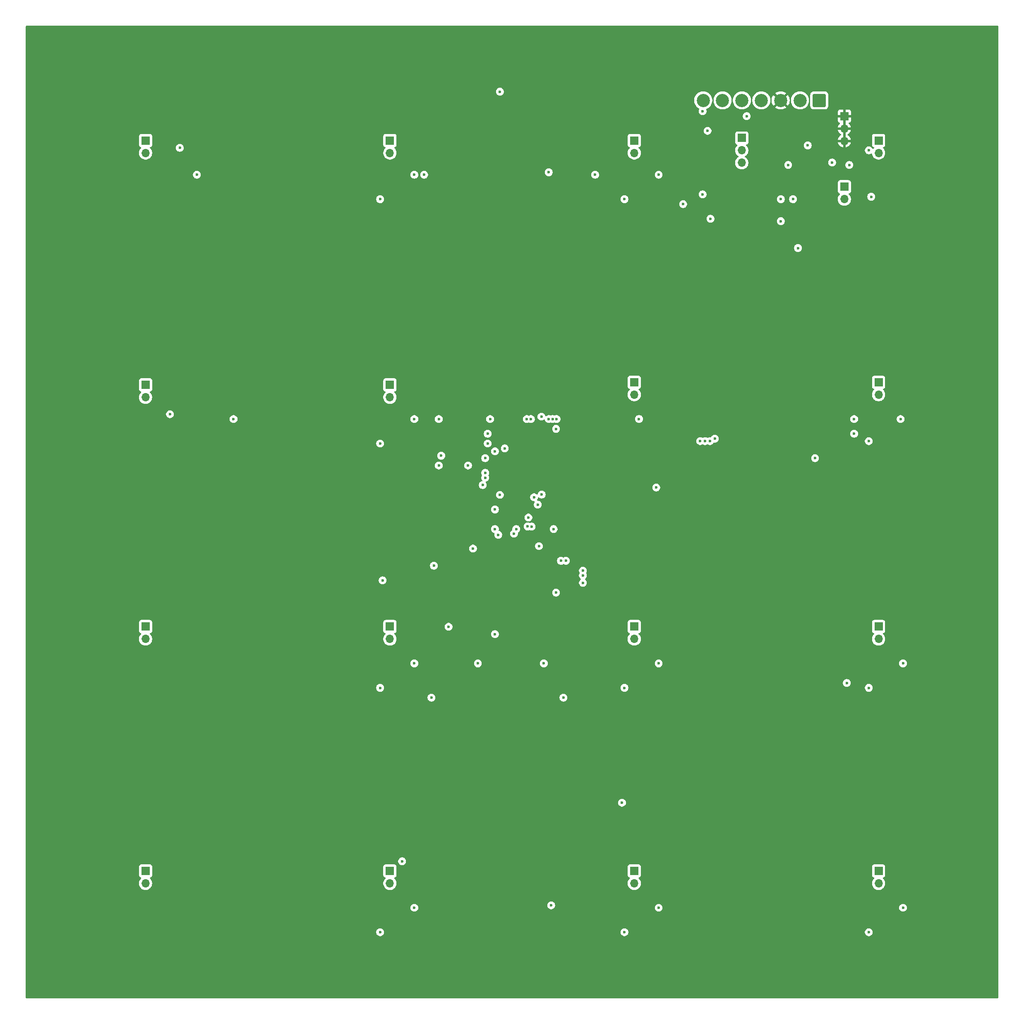
<source format=gbr>
%TF.GenerationSoftware,KiCad,Pcbnew,9.0.0*%
%TF.CreationDate,2025-03-24T06:03:53+01:00*%
%TF.ProjectId,PCB_Chessboard,5043425f-4368-4657-9373-626f6172642e,rev?*%
%TF.SameCoordinates,Original*%
%TF.FileFunction,Copper,L2,Inr*%
%TF.FilePolarity,Positive*%
%FSLAX46Y46*%
G04 Gerber Fmt 4.6, Leading zero omitted, Abs format (unit mm)*
G04 Created by KiCad (PCBNEW 9.0.0) date 2025-03-24 06:03:53*
%MOMM*%
%LPD*%
G01*
G04 APERTURE LIST*
G04 Aperture macros list*
%AMRoundRect*
0 Rectangle with rounded corners*
0 $1 Rounding radius*
0 $2 $3 $4 $5 $6 $7 $8 $9 X,Y pos of 4 corners*
0 Add a 4 corners polygon primitive as box body*
4,1,4,$2,$3,$4,$5,$6,$7,$8,$9,$2,$3,0*
0 Add four circle primitives for the rounded corners*
1,1,$1+$1,$2,$3*
1,1,$1+$1,$4,$5*
1,1,$1+$1,$6,$7*
1,1,$1+$1,$8,$9*
0 Add four rect primitives between the rounded corners*
20,1,$1+$1,$2,$3,$4,$5,0*
20,1,$1+$1,$4,$5,$6,$7,0*
20,1,$1+$1,$6,$7,$8,$9,0*
20,1,$1+$1,$8,$9,$2,$3,0*%
G04 Aperture macros list end*
%TA.AperFunction,ComponentPad*%
%ADD10R,1.700000X1.700000*%
%TD*%
%TA.AperFunction,ComponentPad*%
%ADD11O,1.700000X1.700000*%
%TD*%
%TA.AperFunction,ComponentPad*%
%ADD12RoundRect,0.250001X1.099999X1.099999X-1.099999X1.099999X-1.099999X-1.099999X1.099999X-1.099999X0*%
%TD*%
%TA.AperFunction,ComponentPad*%
%ADD13C,2.700000*%
%TD*%
%TA.AperFunction,ViaPad*%
%ADD14C,0.600000*%
%TD*%
%TA.AperFunction,ViaPad*%
%ADD15C,1.000000*%
%TD*%
G04 APERTURE END LIST*
D10*
%TO.N,ANT16+*%
%TO.C,J17*%
X175000000Y-173460000D03*
D11*
%TO.N,Net-(J17-Pin_2)*%
X175000000Y-176000000D03*
%TD*%
D10*
%TO.N,ANT3+*%
%TO.C,J4*%
X125000000Y-24000000D03*
D11*
%TO.N,Net-(J4-Pin_2)*%
X125000000Y-26540000D03*
%TD*%
D10*
%TO.N,+3.3V*%
%TO.C,J18*%
X168000000Y-33460000D03*
D11*
X168000000Y-36000000D03*
%TD*%
D10*
%TO.N,ANT4+*%
%TO.C,J5*%
X175000000Y-24000000D03*
D11*
%TO.N,Net-(J5-Pin_2)*%
X175000000Y-26540000D03*
%TD*%
D10*
%TO.N,ANT1+*%
%TO.C,J2*%
X25000000Y-24000000D03*
D11*
%TO.N,Net-(J2-Pin_2)*%
X25000000Y-26540000D03*
%TD*%
D10*
%TO.N,ANT8+*%
%TO.C,J9*%
X175000000Y-73460000D03*
D11*
%TO.N,Net-(J9-Pin_2)*%
X175000000Y-76000000D03*
%TD*%
D10*
%TO.N,ANT6+*%
%TO.C,J7*%
X75000000Y-74000000D03*
D11*
%TO.N,Net-(J7-Pin_2)*%
X75000000Y-76540000D03*
%TD*%
D10*
%TO.N,GND*%
%TO.C,J19*%
X168000000Y-19000000D03*
D11*
X168000000Y-21540000D03*
X168000000Y-24080000D03*
%TD*%
D10*
%TO.N,ANT10+*%
%TO.C,J11*%
X75000000Y-123460000D03*
D11*
%TO.N,Net-(J11-Pin_2)*%
X75000000Y-126000000D03*
%TD*%
D10*
%TO.N,ANT11+*%
%TO.C,J12*%
X125000000Y-123460000D03*
D11*
%TO.N,Net-(J12-Pin_2)*%
X125000000Y-126000000D03*
%TD*%
D10*
%TO.N,ANT9+*%
%TO.C,J10*%
X25000000Y-123460000D03*
D11*
%TO.N,Net-(J10-Pin_2)*%
X25000000Y-126000000D03*
%TD*%
D10*
%TO.N,ANT14+*%
%TO.C,J15*%
X75000000Y-173460000D03*
D11*
%TO.N,Net-(J15-Pin_2)*%
X75000000Y-176000000D03*
%TD*%
D12*
%TO.N,SDA*%
%TO.C,JQ1*%
X162880000Y-15775000D03*
D13*
%TO.N,SCL*%
X158920000Y-15775000D03*
%TO.N,GND*%
X154960000Y-15775000D03*
%TO.N,+3.3V*%
X151000000Y-15775000D03*
%TO.N,+5V*%
X147040000Y-15775000D03*
%TO.N,LED.DIN*%
X143080000Y-15775000D03*
%TO.N,GPIOXX*%
X139120000Y-15775000D03*
%TD*%
D10*
%TO.N,MCP23017.A0*%
%TO.C,J20*%
X147000000Y-23475000D03*
D11*
%TO.N,MCP23017.A1*%
X147000000Y-26015000D03*
%TO.N,MCP23017.A2*%
X147000000Y-28555000D03*
%TD*%
D10*
%TO.N,ANT15+*%
%TO.C,J16*%
X125000000Y-173460000D03*
D11*
%TO.N,Net-(J16-Pin_2)*%
X125000000Y-176000000D03*
%TD*%
D10*
%TO.N,ANT7+*%
%TO.C,J8*%
X125000000Y-73460000D03*
D11*
%TO.N,Net-(J8-Pin_2)*%
X125000000Y-76000000D03*
%TD*%
D10*
%TO.N,ANT2+*%
%TO.C,J3*%
X75000000Y-24000000D03*
D11*
%TO.N,Net-(J3-Pin_2)*%
X75000000Y-26540000D03*
%TD*%
D10*
%TO.N,ANT5+*%
%TO.C,J6*%
X25000000Y-74000000D03*
D11*
%TO.N,Net-(J6-Pin_2)*%
X25000000Y-76540000D03*
%TD*%
D10*
%TO.N,ANT12+*%
%TO.C,J13*%
X175000000Y-123460000D03*
D11*
%TO.N,Net-(J13-Pin_2)*%
X175000000Y-126000000D03*
%TD*%
D10*
%TO.N,ANT13+*%
%TO.C,J14*%
X25000000Y-173460000D03*
D11*
%TO.N,Net-(J14-Pin_2)*%
X25000000Y-176000000D03*
%TD*%
D14*
%TO.N,+3.3V*%
X97500000Y-14000000D03*
%TO.N,CLRC663.RX*%
X108500000Y-103500000D03*
X103175734Y-102975737D03*
X103335554Y-101150000D03*
X105500000Y-107000000D03*
%TO.N,CLRC663.ALIM*%
X104000000Y-103000000D03*
X100385017Y-104448770D03*
D15*
%TO.N,GND*%
X96000000Y-97000000D03*
D14*
%TO.N,CLRC663.ALIM*%
X97174265Y-104674265D03*
%TO.N,Net-(D24-DOUT)*%
X162000000Y-89000000D03*
X129500000Y-95000000D03*
X73500000Y-114000000D03*
X170000000Y-84000000D03*
%TO.N,Net-(D28-DOUT)*%
X168500000Y-135000000D03*
X122500000Y-159500000D03*
%TO.N,Net-(D20-DOUT)*%
X30000000Y-80000000D03*
X35500000Y-31000000D03*
X140000000Y-22000000D03*
X165500000Y-28500000D03*
%TO.N,SCL*%
X155000000Y-40500000D03*
X158500000Y-46000000D03*
X155000000Y-36000000D03*
X156500000Y-29000000D03*
%TO.N,ANT15+*%
X110500000Y-138000000D03*
X109000000Y-116500000D03*
%TO.N,ANT14+*%
X77500000Y-171500000D03*
X93000000Y-131000000D03*
D15*
%TO.N,GND*%
X107500000Y-118000000D03*
D14*
%TO.N,ANT13+*%
X96500000Y-125000000D03*
X83500000Y-138000000D03*
%TO.N,ANT9+*%
X111000000Y-110000000D03*
X84000000Y-111000000D03*
%TO.N,ANT10+*%
X110000000Y-110000000D03*
%TO.N,+3.3V*%
X92000000Y-107500000D03*
X95000000Y-86000000D03*
D15*
%TO.N,GND*%
X117000000Y-104000000D03*
D14*
%TO.N,CLRC663.ALIM*%
X105250000Y-98500000D03*
X140600000Y-40000000D03*
%TO.N,CLRC663.TX1*%
X100850000Y-103500000D03*
X96500000Y-103500000D03*
D15*
%TO.N,GND*%
X87500000Y-96000000D03*
X97300000Y-85500000D03*
D14*
%TO.N,ANT6+*%
X85500000Y-88500000D03*
X85000000Y-81000000D03*
%TO.N,ANT7+*%
X109000000Y-83000000D03*
X109100006Y-81000000D03*
D15*
%TO.N,GND*%
X131500000Y-133000000D03*
X131000000Y-125500000D03*
D14*
%TO.N,ANT10+*%
X87000000Y-123500000D03*
%TO.N,Net-(U1-XTAL1)*%
X104494669Y-97005331D03*
X106055331Y-96444669D03*
D15*
%TO.N,GND*%
X106000000Y-100500000D03*
X92500000Y-105000000D03*
D14*
%TO.N,ANT5+*%
X85000000Y-90500000D03*
X43000000Y-81000000D03*
%TO.N,ANT3+*%
X96500000Y-87600000D03*
X117000000Y-31000000D03*
D15*
%TO.N,GND*%
X80000000Y-33500000D03*
X80000000Y-28500000D03*
D14*
%TO.N,ANT2+*%
X94500000Y-89000000D03*
X82000000Y-31000000D03*
%TO.N,ANT1+*%
X91000000Y-90500000D03*
%TO.N,ANT4+*%
X98500000Y-87000000D03*
X173000000Y-26000000D03*
%TO.N,SDA*%
X96500000Y-99500000D03*
X141500000Y-85000000D03*
%TO.N,MCP23017.GPA6*%
X114500000Y-114500000D03*
X140500000Y-85500000D03*
%TO.N,MCP23017.GPA5*%
X114500000Y-113000000D03*
X139500000Y-85500000D03*
%TO.N,MCP23017.GPA4*%
X114500000Y-112000000D03*
X138500000Y-85500000D03*
%TO.N,MCP23017.GPA3*%
X97500000Y-96500000D03*
X108300003Y-81000000D03*
%TO.N,MCP23017.GPA2*%
X94000000Y-94500000D03*
X107500000Y-81000000D03*
%TO.N,MCP23017.GPA0*%
X94500000Y-92000000D03*
X103000000Y-81000000D03*
%TO.N,+3.3V*%
X95500000Y-81000000D03*
X95000000Y-84000000D03*
D15*
%TO.N,GND*%
X131000000Y-33000000D03*
D14*
%TO.N,+5V*%
X107500000Y-30500000D03*
X106000000Y-80500000D03*
X108000000Y-180500000D03*
X106500000Y-131000000D03*
X125975735Y-80975735D03*
X170000000Y-81000000D03*
%TO.N,Net-(D23-DOUT)*%
X179500000Y-81000000D03*
X173000000Y-85500000D03*
D15*
%TO.N,GND*%
X131000000Y-76000000D03*
X131000000Y-83000000D03*
X80000000Y-77500000D03*
X80500000Y-83500000D03*
X181000000Y-126000000D03*
X181000000Y-133000000D03*
D14*
%TO.N,Net-(D27-DOUT)*%
X180000000Y-131000000D03*
X173000000Y-136000000D03*
%TO.N,Net-(D26-DOUT)*%
X130000000Y-131000000D03*
X123000000Y-136000000D03*
D15*
%TO.N,GND*%
X81000000Y-126000000D03*
X81000000Y-133000000D03*
X181000000Y-176000000D03*
X181000000Y-183000000D03*
D14*
%TO.N,Net-(D31-DOUT)*%
X180000000Y-181000000D03*
X173000000Y-186000000D03*
D15*
%TO.N,GND*%
X31000000Y-77000000D03*
X31000000Y-83000000D03*
X31000000Y-126000000D03*
X31000000Y-133000000D03*
X131000000Y-176000000D03*
X131000000Y-183000000D03*
D14*
%TO.N,Net-(D30-DOUT)*%
X130000000Y-181000000D03*
X123000000Y-186000000D03*
D15*
%TO.N,GND*%
X69000000Y-184000000D03*
X31000000Y-183000000D03*
X31000000Y-176000000D03*
X81000000Y-176000000D03*
X80065686Y-183065686D03*
D14*
%TO.N,Net-(D29-DOUT)*%
X80000000Y-181000000D03*
X73000000Y-186000000D03*
%TO.N,Net-(D25-DOUT)*%
X80000000Y-131000000D03*
X73000000Y-136000000D03*
%TO.N,Net-(D21-DOUT)*%
X80000000Y-81000000D03*
X73000000Y-86000000D03*
D15*
%TO.N,GND*%
X182000000Y-82000000D03*
D14*
%TO.N,GPIOXX*%
X139000000Y-35000000D03*
X139000000Y-18000000D03*
D15*
%TO.N,GND*%
X181000000Y-27000000D03*
X167000000Y-27000000D03*
X154000000Y-20000000D03*
D14*
%TO.N,+5V*%
X169000000Y-29000000D03*
X148000000Y-19000000D03*
D15*
%TO.N,GND*%
X130000000Y-27000000D03*
X30000000Y-27000000D03*
X31000000Y-33000000D03*
D14*
%TO.N,Net-(D18-DOUT)*%
X130000000Y-31000000D03*
X123000000Y-36000000D03*
%TO.N,Net-(D17-DOUT)*%
X80000000Y-31000000D03*
X73000000Y-36000000D03*
%TO.N,Net-(D19-DOUT)*%
X135000000Y-37000000D03*
X173500000Y-35500000D03*
%TO.N,MCP23017.GPA1*%
X103847527Y-81001000D03*
X94500000Y-93000000D03*
%TO.N,SDA*%
X160500000Y-25000000D03*
X157500000Y-36000000D03*
%TO.N,ANT1+*%
X32000000Y-25500000D03*
%TD*%
%TA.AperFunction,Conductor*%
%TO.N,GND*%
G36*
X168250000Y-23646988D02*
G01*
X168192993Y-23614075D01*
X168065826Y-23580000D01*
X167934174Y-23580000D01*
X167807007Y-23614075D01*
X167750000Y-23646988D01*
X167750000Y-21973012D01*
X167807007Y-22005925D01*
X167934174Y-22040000D01*
X168065826Y-22040000D01*
X168192993Y-22005925D01*
X168250000Y-21973012D01*
X168250000Y-23646988D01*
G37*
%TD.AperFunction*%
%TA.AperFunction,Conductor*%
G36*
X168250000Y-21106988D02*
G01*
X168192993Y-21074075D01*
X168065826Y-21040000D01*
X167934174Y-21040000D01*
X167807007Y-21074075D01*
X167750000Y-21106988D01*
X167750000Y-19433012D01*
X167807007Y-19465925D01*
X167934174Y-19500000D01*
X168065826Y-19500000D01*
X168192993Y-19465925D01*
X168250000Y-19433012D01*
X168250000Y-21106988D01*
G37*
%TD.AperFunction*%
%TA.AperFunction,Conductor*%
G36*
X199442539Y-520185D02*
G01*
X199488294Y-572989D01*
X199499500Y-624500D01*
X199499500Y-199375500D01*
X199479815Y-199442539D01*
X199427011Y-199488294D01*
X199375500Y-199499500D01*
X624500Y-199499500D01*
X557461Y-199479815D01*
X511706Y-199427011D01*
X500500Y-199375500D01*
X500500Y-185921153D01*
X72199500Y-185921153D01*
X72199500Y-186078846D01*
X72230261Y-186233489D01*
X72230264Y-186233501D01*
X72290602Y-186379172D01*
X72290609Y-186379185D01*
X72378210Y-186510288D01*
X72378213Y-186510292D01*
X72489707Y-186621786D01*
X72489711Y-186621789D01*
X72620814Y-186709390D01*
X72620827Y-186709397D01*
X72766498Y-186769735D01*
X72766503Y-186769737D01*
X72921153Y-186800499D01*
X72921156Y-186800500D01*
X72921158Y-186800500D01*
X73078844Y-186800500D01*
X73078845Y-186800499D01*
X73233497Y-186769737D01*
X73379179Y-186709394D01*
X73510289Y-186621789D01*
X73621789Y-186510289D01*
X73709394Y-186379179D01*
X73769737Y-186233497D01*
X73800500Y-186078842D01*
X73800500Y-185921158D01*
X73800500Y-185921155D01*
X73800499Y-185921153D01*
X122199500Y-185921153D01*
X122199500Y-186078846D01*
X122230261Y-186233489D01*
X122230264Y-186233501D01*
X122290602Y-186379172D01*
X122290609Y-186379185D01*
X122378210Y-186510288D01*
X122378213Y-186510292D01*
X122489707Y-186621786D01*
X122489711Y-186621789D01*
X122620814Y-186709390D01*
X122620827Y-186709397D01*
X122766498Y-186769735D01*
X122766503Y-186769737D01*
X122921153Y-186800499D01*
X122921156Y-186800500D01*
X122921158Y-186800500D01*
X123078844Y-186800500D01*
X123078845Y-186800499D01*
X123233497Y-186769737D01*
X123379179Y-186709394D01*
X123510289Y-186621789D01*
X123621789Y-186510289D01*
X123709394Y-186379179D01*
X123769737Y-186233497D01*
X123800500Y-186078842D01*
X123800500Y-185921158D01*
X123800500Y-185921155D01*
X123800499Y-185921153D01*
X172199500Y-185921153D01*
X172199500Y-186078846D01*
X172230261Y-186233489D01*
X172230264Y-186233501D01*
X172290602Y-186379172D01*
X172290609Y-186379185D01*
X172378210Y-186510288D01*
X172378213Y-186510292D01*
X172489707Y-186621786D01*
X172489711Y-186621789D01*
X172620814Y-186709390D01*
X172620827Y-186709397D01*
X172766498Y-186769735D01*
X172766503Y-186769737D01*
X172921153Y-186800499D01*
X172921156Y-186800500D01*
X172921158Y-186800500D01*
X173078844Y-186800500D01*
X173078845Y-186800499D01*
X173233497Y-186769737D01*
X173379179Y-186709394D01*
X173510289Y-186621789D01*
X173621789Y-186510289D01*
X173709394Y-186379179D01*
X173769737Y-186233497D01*
X173800500Y-186078842D01*
X173800500Y-185921158D01*
X173800500Y-185921155D01*
X173800499Y-185921153D01*
X173769738Y-185766510D01*
X173769737Y-185766503D01*
X173769735Y-185766498D01*
X173709397Y-185620827D01*
X173709390Y-185620814D01*
X173621789Y-185489711D01*
X173621786Y-185489707D01*
X173510292Y-185378213D01*
X173510288Y-185378210D01*
X173379185Y-185290609D01*
X173379172Y-185290602D01*
X173233501Y-185230264D01*
X173233489Y-185230261D01*
X173078845Y-185199500D01*
X173078842Y-185199500D01*
X172921158Y-185199500D01*
X172921155Y-185199500D01*
X172766510Y-185230261D01*
X172766498Y-185230264D01*
X172620827Y-185290602D01*
X172620814Y-185290609D01*
X172489711Y-185378210D01*
X172489707Y-185378213D01*
X172378213Y-185489707D01*
X172378210Y-185489711D01*
X172290609Y-185620814D01*
X172290602Y-185620827D01*
X172230264Y-185766498D01*
X172230261Y-185766510D01*
X172199500Y-185921153D01*
X123800499Y-185921153D01*
X123769738Y-185766510D01*
X123769737Y-185766503D01*
X123769735Y-185766498D01*
X123709397Y-185620827D01*
X123709390Y-185620814D01*
X123621789Y-185489711D01*
X123621786Y-185489707D01*
X123510292Y-185378213D01*
X123510288Y-185378210D01*
X123379185Y-185290609D01*
X123379172Y-185290602D01*
X123233501Y-185230264D01*
X123233489Y-185230261D01*
X123078845Y-185199500D01*
X123078842Y-185199500D01*
X122921158Y-185199500D01*
X122921155Y-185199500D01*
X122766510Y-185230261D01*
X122766498Y-185230264D01*
X122620827Y-185290602D01*
X122620814Y-185290609D01*
X122489711Y-185378210D01*
X122489707Y-185378213D01*
X122378213Y-185489707D01*
X122378210Y-185489711D01*
X122290609Y-185620814D01*
X122290602Y-185620827D01*
X122230264Y-185766498D01*
X122230261Y-185766510D01*
X122199500Y-185921153D01*
X73800499Y-185921153D01*
X73769738Y-185766510D01*
X73769737Y-185766503D01*
X73769735Y-185766498D01*
X73709397Y-185620827D01*
X73709390Y-185620814D01*
X73621789Y-185489711D01*
X73621786Y-185489707D01*
X73510292Y-185378213D01*
X73510288Y-185378210D01*
X73379185Y-185290609D01*
X73379172Y-185290602D01*
X73233501Y-185230264D01*
X73233489Y-185230261D01*
X73078845Y-185199500D01*
X73078842Y-185199500D01*
X72921158Y-185199500D01*
X72921155Y-185199500D01*
X72766510Y-185230261D01*
X72766498Y-185230264D01*
X72620827Y-185290602D01*
X72620814Y-185290609D01*
X72489711Y-185378210D01*
X72489707Y-185378213D01*
X72378213Y-185489707D01*
X72378210Y-185489711D01*
X72290609Y-185620814D01*
X72290602Y-185620827D01*
X72230264Y-185766498D01*
X72230261Y-185766510D01*
X72199500Y-185921153D01*
X500500Y-185921153D01*
X500500Y-180921153D01*
X79199500Y-180921153D01*
X79199500Y-181078846D01*
X79230261Y-181233489D01*
X79230264Y-181233501D01*
X79290602Y-181379172D01*
X79290609Y-181379185D01*
X79378210Y-181510288D01*
X79378213Y-181510292D01*
X79489707Y-181621786D01*
X79489711Y-181621789D01*
X79620814Y-181709390D01*
X79620827Y-181709397D01*
X79766498Y-181769735D01*
X79766503Y-181769737D01*
X79921153Y-181800499D01*
X79921156Y-181800500D01*
X79921158Y-181800500D01*
X80078844Y-181800500D01*
X80078845Y-181800499D01*
X80233497Y-181769737D01*
X80379179Y-181709394D01*
X80510289Y-181621789D01*
X80621789Y-181510289D01*
X80709394Y-181379179D01*
X80769737Y-181233497D01*
X80800500Y-181078842D01*
X80800500Y-180921158D01*
X80800500Y-180921155D01*
X80800499Y-180921153D01*
X80769738Y-180766510D01*
X80769737Y-180766503D01*
X80756062Y-180733489D01*
X80709397Y-180620827D01*
X80709390Y-180620814D01*
X80621790Y-180489712D01*
X80621784Y-180489705D01*
X80553232Y-180421153D01*
X107199500Y-180421153D01*
X107199500Y-180578846D01*
X107230261Y-180733489D01*
X107230264Y-180733501D01*
X107290602Y-180879172D01*
X107290609Y-180879185D01*
X107378210Y-181010288D01*
X107378213Y-181010292D01*
X107489707Y-181121786D01*
X107489711Y-181121789D01*
X107620814Y-181209390D01*
X107620827Y-181209397D01*
X107766498Y-181269735D01*
X107766503Y-181269737D01*
X107921153Y-181300499D01*
X107921156Y-181300500D01*
X107921158Y-181300500D01*
X108078844Y-181300500D01*
X108078845Y-181300499D01*
X108233497Y-181269737D01*
X108379179Y-181209394D01*
X108510289Y-181121789D01*
X108621789Y-181010289D01*
X108681348Y-180921153D01*
X129199500Y-180921153D01*
X129199500Y-181078846D01*
X129230261Y-181233489D01*
X129230264Y-181233501D01*
X129290602Y-181379172D01*
X129290609Y-181379185D01*
X129378210Y-181510288D01*
X129378213Y-181510292D01*
X129489707Y-181621786D01*
X129489711Y-181621789D01*
X129620814Y-181709390D01*
X129620827Y-181709397D01*
X129766498Y-181769735D01*
X129766503Y-181769737D01*
X129921153Y-181800499D01*
X129921156Y-181800500D01*
X129921158Y-181800500D01*
X130078844Y-181800500D01*
X130078845Y-181800499D01*
X130233497Y-181769737D01*
X130379179Y-181709394D01*
X130510289Y-181621789D01*
X130621789Y-181510289D01*
X130709394Y-181379179D01*
X130769737Y-181233497D01*
X130800500Y-181078842D01*
X130800500Y-180921158D01*
X130800500Y-180921155D01*
X130800499Y-180921153D01*
X179199500Y-180921153D01*
X179199500Y-181078846D01*
X179230261Y-181233489D01*
X179230264Y-181233501D01*
X179290602Y-181379172D01*
X179290609Y-181379185D01*
X179378210Y-181510288D01*
X179378213Y-181510292D01*
X179489707Y-181621786D01*
X179489711Y-181621789D01*
X179620814Y-181709390D01*
X179620827Y-181709397D01*
X179766498Y-181769735D01*
X179766503Y-181769737D01*
X179921153Y-181800499D01*
X179921156Y-181800500D01*
X179921158Y-181800500D01*
X180078844Y-181800500D01*
X180078845Y-181800499D01*
X180233497Y-181769737D01*
X180379179Y-181709394D01*
X180510289Y-181621789D01*
X180621789Y-181510289D01*
X180709394Y-181379179D01*
X180769737Y-181233497D01*
X180800500Y-181078842D01*
X180800500Y-180921158D01*
X180800500Y-180921155D01*
X180800499Y-180921153D01*
X180769738Y-180766510D01*
X180769737Y-180766503D01*
X180756062Y-180733489D01*
X180709397Y-180620827D01*
X180709390Y-180620814D01*
X180621789Y-180489711D01*
X180621786Y-180489707D01*
X180510292Y-180378213D01*
X180510288Y-180378210D01*
X180379185Y-180290609D01*
X180379172Y-180290602D01*
X180233501Y-180230264D01*
X180233489Y-180230261D01*
X180078845Y-180199500D01*
X180078842Y-180199500D01*
X179921158Y-180199500D01*
X179921155Y-180199500D01*
X179766510Y-180230261D01*
X179766498Y-180230264D01*
X179620827Y-180290602D01*
X179620814Y-180290609D01*
X179489711Y-180378210D01*
X179489707Y-180378213D01*
X179378213Y-180489707D01*
X179378210Y-180489711D01*
X179290609Y-180620814D01*
X179290602Y-180620827D01*
X179230264Y-180766498D01*
X179230261Y-180766510D01*
X179199500Y-180921153D01*
X130800499Y-180921153D01*
X130769738Y-180766510D01*
X130769737Y-180766503D01*
X130756062Y-180733489D01*
X130709397Y-180620827D01*
X130709390Y-180620814D01*
X130621789Y-180489711D01*
X130621786Y-180489707D01*
X130510292Y-180378213D01*
X130510288Y-180378210D01*
X130379185Y-180290609D01*
X130379172Y-180290602D01*
X130233501Y-180230264D01*
X130233489Y-180230261D01*
X130078845Y-180199500D01*
X130078842Y-180199500D01*
X129921158Y-180199500D01*
X129921155Y-180199500D01*
X129766510Y-180230261D01*
X129766498Y-180230264D01*
X129620827Y-180290602D01*
X129620814Y-180290609D01*
X129489711Y-180378210D01*
X129489707Y-180378213D01*
X129378213Y-180489707D01*
X129378210Y-180489711D01*
X129290609Y-180620814D01*
X129290602Y-180620827D01*
X129230264Y-180766498D01*
X129230261Y-180766510D01*
X129199500Y-180921153D01*
X108681348Y-180921153D01*
X108709394Y-180879179D01*
X108769737Y-180733497D01*
X108800500Y-180578842D01*
X108800500Y-180421158D01*
X108800500Y-180421155D01*
X108800499Y-180421153D01*
X108774531Y-180290606D01*
X108769737Y-180266503D01*
X108769735Y-180266498D01*
X108709397Y-180120827D01*
X108709390Y-180120814D01*
X108621789Y-179989711D01*
X108621786Y-179989707D01*
X108510292Y-179878213D01*
X108510288Y-179878210D01*
X108379185Y-179790609D01*
X108379172Y-179790602D01*
X108233501Y-179730264D01*
X108233489Y-179730261D01*
X108078845Y-179699500D01*
X108078842Y-179699500D01*
X107921158Y-179699500D01*
X107921155Y-179699500D01*
X107766510Y-179730261D01*
X107766498Y-179730264D01*
X107620827Y-179790602D01*
X107620814Y-179790609D01*
X107489711Y-179878210D01*
X107489707Y-179878213D01*
X107378213Y-179989707D01*
X107378210Y-179989711D01*
X107290609Y-180120814D01*
X107290602Y-180120827D01*
X107230264Y-180266498D01*
X107230261Y-180266510D01*
X107199500Y-180421153D01*
X80553232Y-180421153D01*
X80510292Y-180378213D01*
X80510288Y-180378210D01*
X80379185Y-180290609D01*
X80379172Y-180290602D01*
X80233501Y-180230264D01*
X80233489Y-180230261D01*
X80078845Y-180199500D01*
X80078842Y-180199500D01*
X79921158Y-180199500D01*
X79921155Y-180199500D01*
X79766510Y-180230261D01*
X79766498Y-180230264D01*
X79620827Y-180290602D01*
X79620814Y-180290609D01*
X79489711Y-180378210D01*
X79489707Y-180378213D01*
X79378213Y-180489707D01*
X79378210Y-180489711D01*
X79290609Y-180620814D01*
X79290602Y-180620827D01*
X79230264Y-180766498D01*
X79230261Y-180766510D01*
X79199500Y-180921153D01*
X500500Y-180921153D01*
X500500Y-172562135D01*
X23649500Y-172562135D01*
X23649500Y-174357870D01*
X23649501Y-174357876D01*
X23655908Y-174417483D01*
X23706202Y-174552328D01*
X23706206Y-174552335D01*
X23792452Y-174667544D01*
X23792455Y-174667547D01*
X23907664Y-174753793D01*
X23907671Y-174753797D01*
X24039082Y-174802810D01*
X24095016Y-174844681D01*
X24119433Y-174910145D01*
X24104582Y-174978418D01*
X24083431Y-175006673D01*
X23969889Y-175120215D01*
X23844951Y-175292179D01*
X23748444Y-175481585D01*
X23682753Y-175683760D01*
X23649500Y-175893713D01*
X23649500Y-176106286D01*
X23682753Y-176316239D01*
X23748444Y-176518414D01*
X23844951Y-176707820D01*
X23969890Y-176879786D01*
X24120213Y-177030109D01*
X24292179Y-177155048D01*
X24292181Y-177155049D01*
X24292184Y-177155051D01*
X24481588Y-177251557D01*
X24683757Y-177317246D01*
X24893713Y-177350500D01*
X24893714Y-177350500D01*
X25106286Y-177350500D01*
X25106287Y-177350500D01*
X25316243Y-177317246D01*
X25518412Y-177251557D01*
X25707816Y-177155051D01*
X25729789Y-177139086D01*
X25879786Y-177030109D01*
X25879788Y-177030106D01*
X25879792Y-177030104D01*
X26030104Y-176879792D01*
X26030106Y-176879788D01*
X26030109Y-176879786D01*
X26155048Y-176707820D01*
X26155047Y-176707820D01*
X26155051Y-176707816D01*
X26251557Y-176518412D01*
X26317246Y-176316243D01*
X26350500Y-176106287D01*
X26350500Y-175893713D01*
X26317246Y-175683757D01*
X26251557Y-175481588D01*
X26155051Y-175292184D01*
X26155049Y-175292181D01*
X26155048Y-175292179D01*
X26030109Y-175120213D01*
X25916569Y-175006673D01*
X25883084Y-174945350D01*
X25888068Y-174875658D01*
X25929940Y-174819725D01*
X25960915Y-174802810D01*
X26092331Y-174753796D01*
X26207546Y-174667546D01*
X26293796Y-174552331D01*
X26344091Y-174417483D01*
X26350500Y-174357873D01*
X26350499Y-172562135D01*
X73649500Y-172562135D01*
X73649500Y-174357870D01*
X73649501Y-174357876D01*
X73655908Y-174417483D01*
X73706202Y-174552328D01*
X73706206Y-174552335D01*
X73792452Y-174667544D01*
X73792455Y-174667547D01*
X73907664Y-174753793D01*
X73907671Y-174753797D01*
X74039082Y-174802810D01*
X74095016Y-174844681D01*
X74119433Y-174910145D01*
X74104582Y-174978418D01*
X74083431Y-175006673D01*
X73969889Y-175120215D01*
X73844951Y-175292179D01*
X73748444Y-175481585D01*
X73682753Y-175683760D01*
X73649500Y-175893713D01*
X73649500Y-176106286D01*
X73682753Y-176316239D01*
X73748444Y-176518414D01*
X73844951Y-176707820D01*
X73969890Y-176879786D01*
X74120213Y-177030109D01*
X74292179Y-177155048D01*
X74292181Y-177155049D01*
X74292184Y-177155051D01*
X74481588Y-177251557D01*
X74683757Y-177317246D01*
X74893713Y-177350500D01*
X74893714Y-177350500D01*
X75106286Y-177350500D01*
X75106287Y-177350500D01*
X75316243Y-177317246D01*
X75518412Y-177251557D01*
X75707816Y-177155051D01*
X75729789Y-177139086D01*
X75879786Y-177030109D01*
X75879788Y-177030106D01*
X75879792Y-177030104D01*
X76030104Y-176879792D01*
X76030106Y-176879788D01*
X76030109Y-176879786D01*
X76155048Y-176707820D01*
X76155047Y-176707820D01*
X76155051Y-176707816D01*
X76251557Y-176518412D01*
X76317246Y-176316243D01*
X76350500Y-176106287D01*
X76350500Y-175893713D01*
X76317246Y-175683757D01*
X76251557Y-175481588D01*
X76155051Y-175292184D01*
X76155049Y-175292181D01*
X76155048Y-175292179D01*
X76030109Y-175120213D01*
X75916569Y-175006673D01*
X75883084Y-174945350D01*
X75888068Y-174875658D01*
X75929940Y-174819725D01*
X75960915Y-174802810D01*
X76092331Y-174753796D01*
X76207546Y-174667546D01*
X76293796Y-174552331D01*
X76344091Y-174417483D01*
X76350500Y-174357873D01*
X76350499Y-172562135D01*
X123649500Y-172562135D01*
X123649500Y-174357870D01*
X123649501Y-174357876D01*
X123655908Y-174417483D01*
X123706202Y-174552328D01*
X123706206Y-174552335D01*
X123792452Y-174667544D01*
X123792455Y-174667547D01*
X123907664Y-174753793D01*
X123907671Y-174753797D01*
X124039082Y-174802810D01*
X124095016Y-174844681D01*
X124119433Y-174910145D01*
X124104582Y-174978418D01*
X124083431Y-175006673D01*
X123969889Y-175120215D01*
X123844951Y-175292179D01*
X123748444Y-175481585D01*
X123682753Y-175683760D01*
X123649500Y-175893713D01*
X123649500Y-176106286D01*
X123682753Y-176316239D01*
X123748444Y-176518414D01*
X123844951Y-176707820D01*
X123969890Y-176879786D01*
X124120213Y-177030109D01*
X124292179Y-177155048D01*
X124292181Y-177155049D01*
X124292184Y-177155051D01*
X124481588Y-177251557D01*
X124683757Y-177317246D01*
X124893713Y-177350500D01*
X124893714Y-177350500D01*
X125106286Y-177350500D01*
X125106287Y-177350500D01*
X125316243Y-177317246D01*
X125518412Y-177251557D01*
X125707816Y-177155051D01*
X125729789Y-177139086D01*
X125879786Y-177030109D01*
X125879788Y-177030106D01*
X125879792Y-177030104D01*
X126030104Y-176879792D01*
X126030106Y-176879788D01*
X126030109Y-176879786D01*
X126155048Y-176707820D01*
X126155047Y-176707820D01*
X126155051Y-176707816D01*
X126251557Y-176518412D01*
X126317246Y-176316243D01*
X126350500Y-176106287D01*
X126350500Y-175893713D01*
X126317246Y-175683757D01*
X126251557Y-175481588D01*
X126155051Y-175292184D01*
X126155049Y-175292181D01*
X126155048Y-175292179D01*
X126030109Y-175120213D01*
X125916569Y-175006673D01*
X125883084Y-174945350D01*
X125888068Y-174875658D01*
X125929940Y-174819725D01*
X125960915Y-174802810D01*
X126092331Y-174753796D01*
X126207546Y-174667546D01*
X126293796Y-174552331D01*
X126344091Y-174417483D01*
X126350500Y-174357873D01*
X126350499Y-172562135D01*
X173649500Y-172562135D01*
X173649500Y-174357870D01*
X173649501Y-174357876D01*
X173655908Y-174417483D01*
X173706202Y-174552328D01*
X173706206Y-174552335D01*
X173792452Y-174667544D01*
X173792455Y-174667547D01*
X173907664Y-174753793D01*
X173907671Y-174753797D01*
X174039082Y-174802810D01*
X174095016Y-174844681D01*
X174119433Y-174910145D01*
X174104582Y-174978418D01*
X174083431Y-175006673D01*
X173969889Y-175120215D01*
X173844951Y-175292179D01*
X173748444Y-175481585D01*
X173682753Y-175683760D01*
X173649500Y-175893713D01*
X173649500Y-176106286D01*
X173682753Y-176316239D01*
X173748444Y-176518414D01*
X173844951Y-176707820D01*
X173969890Y-176879786D01*
X174120213Y-177030109D01*
X174292179Y-177155048D01*
X174292181Y-177155049D01*
X174292184Y-177155051D01*
X174481588Y-177251557D01*
X174683757Y-177317246D01*
X174893713Y-177350500D01*
X174893714Y-177350500D01*
X175106286Y-177350500D01*
X175106287Y-177350500D01*
X175316243Y-177317246D01*
X175518412Y-177251557D01*
X175707816Y-177155051D01*
X175729789Y-177139086D01*
X175879786Y-177030109D01*
X175879788Y-177030106D01*
X175879792Y-177030104D01*
X176030104Y-176879792D01*
X176030106Y-176879788D01*
X176030109Y-176879786D01*
X176155048Y-176707820D01*
X176155047Y-176707820D01*
X176155051Y-176707816D01*
X176251557Y-176518412D01*
X176317246Y-176316243D01*
X176350500Y-176106287D01*
X176350500Y-175893713D01*
X176317246Y-175683757D01*
X176251557Y-175481588D01*
X176155051Y-175292184D01*
X176155049Y-175292181D01*
X176155048Y-175292179D01*
X176030109Y-175120213D01*
X175916569Y-175006673D01*
X175883084Y-174945350D01*
X175888068Y-174875658D01*
X175929940Y-174819725D01*
X175960915Y-174802810D01*
X176092331Y-174753796D01*
X176207546Y-174667546D01*
X176293796Y-174552331D01*
X176344091Y-174417483D01*
X176350500Y-174357873D01*
X176350499Y-172562128D01*
X176344091Y-172502517D01*
X176293796Y-172367669D01*
X176293795Y-172367668D01*
X176293793Y-172367664D01*
X176207547Y-172252455D01*
X176207544Y-172252452D01*
X176092335Y-172166206D01*
X176092328Y-172166202D01*
X175957482Y-172115908D01*
X175957483Y-172115908D01*
X175897883Y-172109501D01*
X175897881Y-172109500D01*
X175897873Y-172109500D01*
X175897864Y-172109500D01*
X174102129Y-172109500D01*
X174102123Y-172109501D01*
X174042516Y-172115908D01*
X173907671Y-172166202D01*
X173907664Y-172166206D01*
X173792455Y-172252452D01*
X173792452Y-172252455D01*
X173706206Y-172367664D01*
X173706202Y-172367671D01*
X173655908Y-172502517D01*
X173649501Y-172562116D01*
X173649501Y-172562123D01*
X173649500Y-172562135D01*
X126350499Y-172562135D01*
X126350499Y-172562128D01*
X126344091Y-172502517D01*
X126293796Y-172367669D01*
X126293795Y-172367668D01*
X126293793Y-172367664D01*
X126207547Y-172252455D01*
X126207544Y-172252452D01*
X126092335Y-172166206D01*
X126092328Y-172166202D01*
X125957482Y-172115908D01*
X125957483Y-172115908D01*
X125897883Y-172109501D01*
X125897881Y-172109500D01*
X125897873Y-172109500D01*
X125897864Y-172109500D01*
X124102129Y-172109500D01*
X124102123Y-172109501D01*
X124042516Y-172115908D01*
X123907671Y-172166202D01*
X123907664Y-172166206D01*
X123792455Y-172252452D01*
X123792452Y-172252455D01*
X123706206Y-172367664D01*
X123706202Y-172367671D01*
X123655908Y-172502517D01*
X123649501Y-172562116D01*
X123649501Y-172562123D01*
X123649500Y-172562135D01*
X76350499Y-172562135D01*
X76350499Y-172562128D01*
X76344091Y-172502517D01*
X76293796Y-172367669D01*
X76293795Y-172367668D01*
X76293793Y-172367664D01*
X76207547Y-172252455D01*
X76207544Y-172252452D01*
X76092335Y-172166206D01*
X76092328Y-172166202D01*
X75957482Y-172115908D01*
X75957483Y-172115908D01*
X75897883Y-172109501D01*
X75897881Y-172109500D01*
X75897873Y-172109500D01*
X75897864Y-172109500D01*
X74102129Y-172109500D01*
X74102123Y-172109501D01*
X74042516Y-172115908D01*
X73907671Y-172166202D01*
X73907664Y-172166206D01*
X73792455Y-172252452D01*
X73792452Y-172252455D01*
X73706206Y-172367664D01*
X73706202Y-172367671D01*
X73655908Y-172502517D01*
X73649501Y-172562116D01*
X73649501Y-172562123D01*
X73649500Y-172562135D01*
X26350499Y-172562135D01*
X26350499Y-172562128D01*
X26344091Y-172502517D01*
X26293796Y-172367669D01*
X26293795Y-172367668D01*
X26293793Y-172367664D01*
X26207547Y-172252455D01*
X26207544Y-172252452D01*
X26092335Y-172166206D01*
X26092328Y-172166202D01*
X25957482Y-172115908D01*
X25957483Y-172115908D01*
X25897883Y-172109501D01*
X25897881Y-172109500D01*
X25897873Y-172109500D01*
X25897864Y-172109500D01*
X24102129Y-172109500D01*
X24102123Y-172109501D01*
X24042516Y-172115908D01*
X23907671Y-172166202D01*
X23907664Y-172166206D01*
X23792455Y-172252452D01*
X23792452Y-172252455D01*
X23706206Y-172367664D01*
X23706202Y-172367671D01*
X23655908Y-172502517D01*
X23649501Y-172562116D01*
X23649501Y-172562123D01*
X23649500Y-172562135D01*
X500500Y-172562135D01*
X500500Y-171421153D01*
X76699500Y-171421153D01*
X76699500Y-171578846D01*
X76730261Y-171733489D01*
X76730264Y-171733501D01*
X76790602Y-171879172D01*
X76790609Y-171879185D01*
X76878210Y-172010288D01*
X76878213Y-172010292D01*
X76989707Y-172121786D01*
X76989711Y-172121789D01*
X77120814Y-172209390D01*
X77120827Y-172209397D01*
X77224780Y-172252455D01*
X77266503Y-172269737D01*
X77421153Y-172300499D01*
X77421156Y-172300500D01*
X77421158Y-172300500D01*
X77578844Y-172300500D01*
X77578845Y-172300499D01*
X77733497Y-172269737D01*
X77879179Y-172209394D01*
X78010289Y-172121789D01*
X78121789Y-172010289D01*
X78209394Y-171879179D01*
X78269737Y-171733497D01*
X78300500Y-171578842D01*
X78300500Y-171421158D01*
X78300500Y-171421155D01*
X78300499Y-171421153D01*
X78269738Y-171266510D01*
X78269737Y-171266503D01*
X78269735Y-171266498D01*
X78209397Y-171120827D01*
X78209390Y-171120814D01*
X78121789Y-170989711D01*
X78121786Y-170989707D01*
X78010292Y-170878213D01*
X78010288Y-170878210D01*
X77879185Y-170790609D01*
X77879172Y-170790602D01*
X77733501Y-170730264D01*
X77733489Y-170730261D01*
X77578845Y-170699500D01*
X77578842Y-170699500D01*
X77421158Y-170699500D01*
X77421155Y-170699500D01*
X77266510Y-170730261D01*
X77266498Y-170730264D01*
X77120827Y-170790602D01*
X77120814Y-170790609D01*
X76989711Y-170878210D01*
X76989707Y-170878213D01*
X76878213Y-170989707D01*
X76878210Y-170989711D01*
X76790609Y-171120814D01*
X76790602Y-171120827D01*
X76730264Y-171266498D01*
X76730261Y-171266510D01*
X76699500Y-171421153D01*
X500500Y-171421153D01*
X500500Y-159421153D01*
X121699500Y-159421153D01*
X121699500Y-159578846D01*
X121730261Y-159733489D01*
X121730264Y-159733501D01*
X121790602Y-159879172D01*
X121790609Y-159879185D01*
X121878210Y-160010288D01*
X121878213Y-160010292D01*
X121989707Y-160121786D01*
X121989711Y-160121789D01*
X122120814Y-160209390D01*
X122120827Y-160209397D01*
X122266498Y-160269735D01*
X122266503Y-160269737D01*
X122421153Y-160300499D01*
X122421156Y-160300500D01*
X122421158Y-160300500D01*
X122578844Y-160300500D01*
X122578845Y-160300499D01*
X122733497Y-160269737D01*
X122879179Y-160209394D01*
X123010289Y-160121789D01*
X123121789Y-160010289D01*
X123209394Y-159879179D01*
X123269737Y-159733497D01*
X123300500Y-159578842D01*
X123300500Y-159421158D01*
X123300500Y-159421155D01*
X123300499Y-159421153D01*
X123269738Y-159266510D01*
X123269737Y-159266503D01*
X123269735Y-159266498D01*
X123209397Y-159120827D01*
X123209390Y-159120814D01*
X123121789Y-158989711D01*
X123121786Y-158989707D01*
X123010292Y-158878213D01*
X123010288Y-158878210D01*
X122879185Y-158790609D01*
X122879172Y-158790602D01*
X122733501Y-158730264D01*
X122733489Y-158730261D01*
X122578845Y-158699500D01*
X122578842Y-158699500D01*
X122421158Y-158699500D01*
X122421155Y-158699500D01*
X122266510Y-158730261D01*
X122266498Y-158730264D01*
X122120827Y-158790602D01*
X122120814Y-158790609D01*
X121989711Y-158878210D01*
X121989707Y-158878213D01*
X121878213Y-158989707D01*
X121878210Y-158989711D01*
X121790609Y-159120814D01*
X121790602Y-159120827D01*
X121730264Y-159266498D01*
X121730261Y-159266510D01*
X121699500Y-159421153D01*
X500500Y-159421153D01*
X500500Y-137921153D01*
X82699500Y-137921153D01*
X82699500Y-138078846D01*
X82730261Y-138233489D01*
X82730264Y-138233501D01*
X82790602Y-138379172D01*
X82790609Y-138379185D01*
X82878210Y-138510288D01*
X82878213Y-138510292D01*
X82989707Y-138621786D01*
X82989711Y-138621789D01*
X83120814Y-138709390D01*
X83120827Y-138709397D01*
X83266498Y-138769735D01*
X83266503Y-138769737D01*
X83421153Y-138800499D01*
X83421156Y-138800500D01*
X83421158Y-138800500D01*
X83578844Y-138800500D01*
X83578845Y-138800499D01*
X83733497Y-138769737D01*
X83879179Y-138709394D01*
X84010289Y-138621789D01*
X84121789Y-138510289D01*
X84209394Y-138379179D01*
X84269737Y-138233497D01*
X84300500Y-138078842D01*
X84300500Y-137921158D01*
X84300500Y-137921155D01*
X84300499Y-137921153D01*
X109699500Y-137921153D01*
X109699500Y-138078846D01*
X109730261Y-138233489D01*
X109730264Y-138233501D01*
X109790602Y-138379172D01*
X109790609Y-138379185D01*
X109878210Y-138510288D01*
X109878213Y-138510292D01*
X109989707Y-138621786D01*
X109989711Y-138621789D01*
X110120814Y-138709390D01*
X110120827Y-138709397D01*
X110266498Y-138769735D01*
X110266503Y-138769737D01*
X110421153Y-138800499D01*
X110421156Y-138800500D01*
X110421158Y-138800500D01*
X110578844Y-138800500D01*
X110578845Y-138800499D01*
X110733497Y-138769737D01*
X110879179Y-138709394D01*
X111010289Y-138621789D01*
X111121789Y-138510289D01*
X111209394Y-138379179D01*
X111269737Y-138233497D01*
X111300500Y-138078842D01*
X111300500Y-137921158D01*
X111300500Y-137921155D01*
X111300499Y-137921153D01*
X111269738Y-137766510D01*
X111269737Y-137766503D01*
X111269735Y-137766498D01*
X111209397Y-137620827D01*
X111209390Y-137620814D01*
X111121789Y-137489711D01*
X111121786Y-137489707D01*
X111010292Y-137378213D01*
X111010288Y-137378210D01*
X110879185Y-137290609D01*
X110879172Y-137290602D01*
X110733501Y-137230264D01*
X110733489Y-137230261D01*
X110578845Y-137199500D01*
X110578842Y-137199500D01*
X110421158Y-137199500D01*
X110421155Y-137199500D01*
X110266510Y-137230261D01*
X110266498Y-137230264D01*
X110120827Y-137290602D01*
X110120814Y-137290609D01*
X109989711Y-137378210D01*
X109989707Y-137378213D01*
X109878213Y-137489707D01*
X109878210Y-137489711D01*
X109790609Y-137620814D01*
X109790602Y-137620827D01*
X109730264Y-137766498D01*
X109730261Y-137766510D01*
X109699500Y-137921153D01*
X84300499Y-137921153D01*
X84269738Y-137766510D01*
X84269737Y-137766503D01*
X84269735Y-137766498D01*
X84209397Y-137620827D01*
X84209390Y-137620814D01*
X84121789Y-137489711D01*
X84121786Y-137489707D01*
X84010292Y-137378213D01*
X84010288Y-137378210D01*
X83879185Y-137290609D01*
X83879172Y-137290602D01*
X83733501Y-137230264D01*
X83733489Y-137230261D01*
X83578845Y-137199500D01*
X83578842Y-137199500D01*
X83421158Y-137199500D01*
X83421155Y-137199500D01*
X83266510Y-137230261D01*
X83266498Y-137230264D01*
X83120827Y-137290602D01*
X83120814Y-137290609D01*
X82989711Y-137378210D01*
X82989707Y-137378213D01*
X82878213Y-137489707D01*
X82878210Y-137489711D01*
X82790609Y-137620814D01*
X82790602Y-137620827D01*
X82730264Y-137766498D01*
X82730261Y-137766510D01*
X82699500Y-137921153D01*
X500500Y-137921153D01*
X500500Y-135921153D01*
X72199500Y-135921153D01*
X72199500Y-136078846D01*
X72230261Y-136233489D01*
X72230264Y-136233501D01*
X72290602Y-136379172D01*
X72290609Y-136379185D01*
X72378210Y-136510288D01*
X72378213Y-136510292D01*
X72489707Y-136621786D01*
X72489711Y-136621789D01*
X72620814Y-136709390D01*
X72620827Y-136709397D01*
X72766498Y-136769735D01*
X72766503Y-136769737D01*
X72921153Y-136800499D01*
X72921156Y-136800500D01*
X72921158Y-136800500D01*
X73078844Y-136800500D01*
X73078845Y-136800499D01*
X73233497Y-136769737D01*
X73379179Y-136709394D01*
X73510289Y-136621789D01*
X73621789Y-136510289D01*
X73709394Y-136379179D01*
X73769737Y-136233497D01*
X73800500Y-136078842D01*
X73800500Y-135921158D01*
X73800500Y-135921155D01*
X73800499Y-135921153D01*
X122199500Y-135921153D01*
X122199500Y-136078846D01*
X122230261Y-136233489D01*
X122230264Y-136233501D01*
X122290602Y-136379172D01*
X122290609Y-136379185D01*
X122378210Y-136510288D01*
X122378213Y-136510292D01*
X122489707Y-136621786D01*
X122489711Y-136621789D01*
X122620814Y-136709390D01*
X122620827Y-136709397D01*
X122766498Y-136769735D01*
X122766503Y-136769737D01*
X122921153Y-136800499D01*
X122921156Y-136800500D01*
X122921158Y-136800500D01*
X123078844Y-136800500D01*
X123078845Y-136800499D01*
X123233497Y-136769737D01*
X123379179Y-136709394D01*
X123510289Y-136621789D01*
X123621789Y-136510289D01*
X123709394Y-136379179D01*
X123769737Y-136233497D01*
X123800500Y-136078842D01*
X123800500Y-135921158D01*
X123800500Y-135921155D01*
X123800499Y-135921153D01*
X172199500Y-135921153D01*
X172199500Y-136078846D01*
X172230261Y-136233489D01*
X172230264Y-136233501D01*
X172290602Y-136379172D01*
X172290609Y-136379185D01*
X172378210Y-136510288D01*
X172378213Y-136510292D01*
X172489707Y-136621786D01*
X172489711Y-136621789D01*
X172620814Y-136709390D01*
X172620827Y-136709397D01*
X172766498Y-136769735D01*
X172766503Y-136769737D01*
X172921153Y-136800499D01*
X172921156Y-136800500D01*
X172921158Y-136800500D01*
X173078844Y-136800500D01*
X173078845Y-136800499D01*
X173233497Y-136769737D01*
X173379179Y-136709394D01*
X173510289Y-136621789D01*
X173621789Y-136510289D01*
X173709394Y-136379179D01*
X173769737Y-136233497D01*
X173800500Y-136078842D01*
X173800500Y-135921158D01*
X173800500Y-135921155D01*
X173800499Y-135921153D01*
X173769738Y-135766510D01*
X173769737Y-135766503D01*
X173709794Y-135621786D01*
X173709397Y-135620827D01*
X173709390Y-135620814D01*
X173621789Y-135489711D01*
X173621786Y-135489707D01*
X173510292Y-135378213D01*
X173510288Y-135378210D01*
X173379185Y-135290609D01*
X173379172Y-135290602D01*
X173233501Y-135230264D01*
X173233489Y-135230261D01*
X173078845Y-135199500D01*
X173078842Y-135199500D01*
X172921158Y-135199500D01*
X172921155Y-135199500D01*
X172766510Y-135230261D01*
X172766498Y-135230264D01*
X172620827Y-135290602D01*
X172620814Y-135290609D01*
X172489711Y-135378210D01*
X172489707Y-135378213D01*
X172378213Y-135489707D01*
X172378210Y-135489711D01*
X172290609Y-135620814D01*
X172290602Y-135620827D01*
X172230264Y-135766498D01*
X172230261Y-135766510D01*
X172199500Y-135921153D01*
X123800499Y-135921153D01*
X123769738Y-135766510D01*
X123769737Y-135766503D01*
X123709794Y-135621786D01*
X123709397Y-135620827D01*
X123709390Y-135620814D01*
X123621789Y-135489711D01*
X123621786Y-135489707D01*
X123510292Y-135378213D01*
X123510288Y-135378210D01*
X123379185Y-135290609D01*
X123379172Y-135290602D01*
X123233501Y-135230264D01*
X123233489Y-135230261D01*
X123078845Y-135199500D01*
X123078842Y-135199500D01*
X122921158Y-135199500D01*
X122921155Y-135199500D01*
X122766510Y-135230261D01*
X122766498Y-135230264D01*
X122620827Y-135290602D01*
X122620814Y-135290609D01*
X122489711Y-135378210D01*
X122489707Y-135378213D01*
X122378213Y-135489707D01*
X122378210Y-135489711D01*
X122290609Y-135620814D01*
X122290602Y-135620827D01*
X122230264Y-135766498D01*
X122230261Y-135766510D01*
X122199500Y-135921153D01*
X73800499Y-135921153D01*
X73769738Y-135766510D01*
X73769737Y-135766503D01*
X73709794Y-135621786D01*
X73709397Y-135620827D01*
X73709390Y-135620814D01*
X73621789Y-135489711D01*
X73621786Y-135489707D01*
X73510292Y-135378213D01*
X73510288Y-135378210D01*
X73379185Y-135290609D01*
X73379172Y-135290602D01*
X73233501Y-135230264D01*
X73233489Y-135230261D01*
X73078845Y-135199500D01*
X73078842Y-135199500D01*
X72921158Y-135199500D01*
X72921155Y-135199500D01*
X72766510Y-135230261D01*
X72766498Y-135230264D01*
X72620827Y-135290602D01*
X72620814Y-135290609D01*
X72489711Y-135378210D01*
X72489707Y-135378213D01*
X72378213Y-135489707D01*
X72378210Y-135489711D01*
X72290609Y-135620814D01*
X72290602Y-135620827D01*
X72230264Y-135766498D01*
X72230261Y-135766510D01*
X72199500Y-135921153D01*
X500500Y-135921153D01*
X500500Y-134921153D01*
X167699500Y-134921153D01*
X167699500Y-135078846D01*
X167730261Y-135233489D01*
X167730264Y-135233501D01*
X167790602Y-135379172D01*
X167790609Y-135379185D01*
X167878210Y-135510288D01*
X167878213Y-135510292D01*
X167989707Y-135621786D01*
X167989711Y-135621789D01*
X168120814Y-135709390D01*
X168120827Y-135709397D01*
X168258683Y-135766498D01*
X168266503Y-135769737D01*
X168421153Y-135800499D01*
X168421156Y-135800500D01*
X168421158Y-135800500D01*
X168578844Y-135800500D01*
X168578845Y-135800499D01*
X168589179Y-135798443D01*
X168614287Y-135793450D01*
X168614292Y-135793449D01*
X168699800Y-135776439D01*
X168733497Y-135769737D01*
X168879179Y-135709394D01*
X169010289Y-135621789D01*
X169121789Y-135510289D01*
X169209394Y-135379179D01*
X169269737Y-135233497D01*
X169300500Y-135078842D01*
X169300500Y-134921158D01*
X169300500Y-134921155D01*
X169300499Y-134921153D01*
X169269738Y-134766510D01*
X169269737Y-134766503D01*
X169269735Y-134766498D01*
X169209397Y-134620827D01*
X169209390Y-134620814D01*
X169121789Y-134489711D01*
X169121786Y-134489707D01*
X169010292Y-134378213D01*
X169010288Y-134378210D01*
X168879185Y-134290609D01*
X168879172Y-134290602D01*
X168733501Y-134230264D01*
X168733489Y-134230261D01*
X168578845Y-134199500D01*
X168578842Y-134199500D01*
X168421158Y-134199500D01*
X168421155Y-134199500D01*
X168266510Y-134230261D01*
X168266498Y-134230264D01*
X168120827Y-134290602D01*
X168120814Y-134290609D01*
X167989711Y-134378210D01*
X167989707Y-134378213D01*
X167878213Y-134489707D01*
X167878210Y-134489711D01*
X167790609Y-134620814D01*
X167790602Y-134620827D01*
X167730264Y-134766498D01*
X167730261Y-134766510D01*
X167699500Y-134921153D01*
X500500Y-134921153D01*
X500500Y-130921153D01*
X79199500Y-130921153D01*
X79199500Y-131078846D01*
X79230261Y-131233489D01*
X79230264Y-131233501D01*
X79290602Y-131379172D01*
X79290609Y-131379185D01*
X79378210Y-131510288D01*
X79378213Y-131510292D01*
X79489707Y-131621786D01*
X79489711Y-131621789D01*
X79620814Y-131709390D01*
X79620827Y-131709397D01*
X79766498Y-131769735D01*
X79766503Y-131769737D01*
X79921153Y-131800499D01*
X79921156Y-131800500D01*
X79921158Y-131800500D01*
X80078844Y-131800500D01*
X80078845Y-131800499D01*
X80233497Y-131769737D01*
X80379179Y-131709394D01*
X80510289Y-131621789D01*
X80621789Y-131510289D01*
X80709394Y-131379179D01*
X80769737Y-131233497D01*
X80800500Y-131078842D01*
X80800500Y-130921158D01*
X80800500Y-130921155D01*
X80800499Y-130921153D01*
X92199500Y-130921153D01*
X92199500Y-131078846D01*
X92230261Y-131233489D01*
X92230264Y-131233501D01*
X92290602Y-131379172D01*
X92290609Y-131379185D01*
X92378210Y-131510288D01*
X92378213Y-131510292D01*
X92489707Y-131621786D01*
X92489711Y-131621789D01*
X92620814Y-131709390D01*
X92620827Y-131709397D01*
X92766498Y-131769735D01*
X92766503Y-131769737D01*
X92921153Y-131800499D01*
X92921156Y-131800500D01*
X92921158Y-131800500D01*
X93078844Y-131800500D01*
X93078845Y-131800499D01*
X93233497Y-131769737D01*
X93379179Y-131709394D01*
X93510289Y-131621789D01*
X93621789Y-131510289D01*
X93709394Y-131379179D01*
X93769737Y-131233497D01*
X93800500Y-131078842D01*
X93800500Y-130921158D01*
X93800500Y-130921155D01*
X93800499Y-130921153D01*
X105699500Y-130921153D01*
X105699500Y-131078846D01*
X105730261Y-131233489D01*
X105730264Y-131233501D01*
X105790602Y-131379172D01*
X105790609Y-131379185D01*
X105878210Y-131510288D01*
X105878213Y-131510292D01*
X105989707Y-131621786D01*
X105989711Y-131621789D01*
X106120814Y-131709390D01*
X106120827Y-131709397D01*
X106266498Y-131769735D01*
X106266503Y-131769737D01*
X106421153Y-131800499D01*
X106421156Y-131800500D01*
X106421158Y-131800500D01*
X106578844Y-131800500D01*
X106578845Y-131800499D01*
X106733497Y-131769737D01*
X106879179Y-131709394D01*
X107010289Y-131621789D01*
X107121789Y-131510289D01*
X107209394Y-131379179D01*
X107269737Y-131233497D01*
X107300500Y-131078842D01*
X107300500Y-130921158D01*
X107300500Y-130921155D01*
X107300499Y-130921153D01*
X129199500Y-130921153D01*
X129199500Y-131078846D01*
X129230261Y-131233489D01*
X129230264Y-131233501D01*
X129290602Y-131379172D01*
X129290609Y-131379185D01*
X129378210Y-131510288D01*
X129378213Y-131510292D01*
X129489707Y-131621786D01*
X129489711Y-131621789D01*
X129620814Y-131709390D01*
X129620827Y-131709397D01*
X129766498Y-131769735D01*
X129766503Y-131769737D01*
X129921153Y-131800499D01*
X129921156Y-131800500D01*
X129921158Y-131800500D01*
X130078844Y-131800500D01*
X130078845Y-131800499D01*
X130233497Y-131769737D01*
X130379179Y-131709394D01*
X130510289Y-131621789D01*
X130621789Y-131510289D01*
X130709394Y-131379179D01*
X130769737Y-131233497D01*
X130800500Y-131078842D01*
X130800500Y-130921158D01*
X130800500Y-130921155D01*
X130800499Y-130921153D01*
X179199500Y-130921153D01*
X179199500Y-131078846D01*
X179230261Y-131233489D01*
X179230264Y-131233501D01*
X179290602Y-131379172D01*
X179290609Y-131379185D01*
X179378210Y-131510288D01*
X179378213Y-131510292D01*
X179489707Y-131621786D01*
X179489711Y-131621789D01*
X179620814Y-131709390D01*
X179620827Y-131709397D01*
X179766498Y-131769735D01*
X179766503Y-131769737D01*
X179921153Y-131800499D01*
X179921156Y-131800500D01*
X179921158Y-131800500D01*
X180078844Y-131800500D01*
X180078845Y-131800499D01*
X180233497Y-131769737D01*
X180379179Y-131709394D01*
X180510289Y-131621789D01*
X180621789Y-131510289D01*
X180709394Y-131379179D01*
X180769737Y-131233497D01*
X180800500Y-131078842D01*
X180800500Y-130921158D01*
X180800500Y-130921155D01*
X180800499Y-130921153D01*
X180769738Y-130766510D01*
X180769737Y-130766503D01*
X180769735Y-130766498D01*
X180709397Y-130620827D01*
X180709390Y-130620814D01*
X180621789Y-130489711D01*
X180621786Y-130489707D01*
X180510292Y-130378213D01*
X180510288Y-130378210D01*
X180379185Y-130290609D01*
X180379172Y-130290602D01*
X180233501Y-130230264D01*
X180233489Y-130230261D01*
X180078845Y-130199500D01*
X180078842Y-130199500D01*
X179921158Y-130199500D01*
X179921155Y-130199500D01*
X179766510Y-130230261D01*
X179766498Y-130230264D01*
X179620827Y-130290602D01*
X179620814Y-130290609D01*
X179489711Y-130378210D01*
X179489707Y-130378213D01*
X179378213Y-130489707D01*
X179378210Y-130489711D01*
X179290609Y-130620814D01*
X179290602Y-130620827D01*
X179230264Y-130766498D01*
X179230261Y-130766510D01*
X179199500Y-130921153D01*
X130800499Y-130921153D01*
X130769738Y-130766510D01*
X130769737Y-130766503D01*
X130769735Y-130766498D01*
X130709397Y-130620827D01*
X130709390Y-130620814D01*
X130621789Y-130489711D01*
X130621786Y-130489707D01*
X130510292Y-130378213D01*
X130510288Y-130378210D01*
X130379185Y-130290609D01*
X130379172Y-130290602D01*
X130233501Y-130230264D01*
X130233489Y-130230261D01*
X130078845Y-130199500D01*
X130078842Y-130199500D01*
X129921158Y-130199500D01*
X129921155Y-130199500D01*
X129766510Y-130230261D01*
X129766498Y-130230264D01*
X129620827Y-130290602D01*
X129620814Y-130290609D01*
X129489711Y-130378210D01*
X129489707Y-130378213D01*
X129378213Y-130489707D01*
X129378210Y-130489711D01*
X129290609Y-130620814D01*
X129290602Y-130620827D01*
X129230264Y-130766498D01*
X129230261Y-130766510D01*
X129199500Y-130921153D01*
X107300499Y-130921153D01*
X107269738Y-130766510D01*
X107269737Y-130766503D01*
X107269735Y-130766498D01*
X107209397Y-130620827D01*
X107209390Y-130620814D01*
X107121789Y-130489711D01*
X107121786Y-130489707D01*
X107010292Y-130378213D01*
X107010288Y-130378210D01*
X106879185Y-130290609D01*
X106879172Y-130290602D01*
X106733501Y-130230264D01*
X106733489Y-130230261D01*
X106578845Y-130199500D01*
X106578842Y-130199500D01*
X106421158Y-130199500D01*
X106421155Y-130199500D01*
X106266510Y-130230261D01*
X106266498Y-130230264D01*
X106120827Y-130290602D01*
X106120814Y-130290609D01*
X105989711Y-130378210D01*
X105989707Y-130378213D01*
X105878213Y-130489707D01*
X105878210Y-130489711D01*
X105790609Y-130620814D01*
X105790602Y-130620827D01*
X105730264Y-130766498D01*
X105730261Y-130766510D01*
X105699500Y-130921153D01*
X93800499Y-130921153D01*
X93769738Y-130766510D01*
X93769737Y-130766503D01*
X93769735Y-130766498D01*
X93709397Y-130620827D01*
X93709390Y-130620814D01*
X93621789Y-130489711D01*
X93621786Y-130489707D01*
X93510292Y-130378213D01*
X93510288Y-130378210D01*
X93379185Y-130290609D01*
X93379172Y-130290602D01*
X93233501Y-130230264D01*
X93233489Y-130230261D01*
X93078845Y-130199500D01*
X93078842Y-130199500D01*
X92921158Y-130199500D01*
X92921155Y-130199500D01*
X92766510Y-130230261D01*
X92766498Y-130230264D01*
X92620827Y-130290602D01*
X92620814Y-130290609D01*
X92489711Y-130378210D01*
X92489707Y-130378213D01*
X92378213Y-130489707D01*
X92378210Y-130489711D01*
X92290609Y-130620814D01*
X92290602Y-130620827D01*
X92230264Y-130766498D01*
X92230261Y-130766510D01*
X92199500Y-130921153D01*
X80800499Y-130921153D01*
X80769738Y-130766510D01*
X80769737Y-130766503D01*
X80769735Y-130766498D01*
X80709397Y-130620827D01*
X80709390Y-130620814D01*
X80621789Y-130489711D01*
X80621786Y-130489707D01*
X80510292Y-130378213D01*
X80510288Y-130378210D01*
X80379185Y-130290609D01*
X80379172Y-130290602D01*
X80233501Y-130230264D01*
X80233489Y-130230261D01*
X80078845Y-130199500D01*
X80078842Y-130199500D01*
X79921158Y-130199500D01*
X79921155Y-130199500D01*
X79766510Y-130230261D01*
X79766498Y-130230264D01*
X79620827Y-130290602D01*
X79620814Y-130290609D01*
X79489711Y-130378210D01*
X79489707Y-130378213D01*
X79378213Y-130489707D01*
X79378210Y-130489711D01*
X79290609Y-130620814D01*
X79290602Y-130620827D01*
X79230264Y-130766498D01*
X79230261Y-130766510D01*
X79199500Y-130921153D01*
X500500Y-130921153D01*
X500500Y-122562135D01*
X23649500Y-122562135D01*
X23649500Y-124357870D01*
X23649501Y-124357876D01*
X23655908Y-124417483D01*
X23706202Y-124552328D01*
X23706206Y-124552335D01*
X23792452Y-124667544D01*
X23792455Y-124667547D01*
X23907664Y-124753793D01*
X23907671Y-124753797D01*
X24039082Y-124802810D01*
X24095016Y-124844681D01*
X24119433Y-124910145D01*
X24104582Y-124978418D01*
X24083431Y-125006673D01*
X23969889Y-125120215D01*
X23844951Y-125292179D01*
X23748444Y-125481585D01*
X23682753Y-125683760D01*
X23649500Y-125893713D01*
X23649500Y-126106286D01*
X23682753Y-126316239D01*
X23748444Y-126518414D01*
X23844951Y-126707820D01*
X23969890Y-126879786D01*
X24120213Y-127030109D01*
X24292179Y-127155048D01*
X24292181Y-127155049D01*
X24292184Y-127155051D01*
X24481588Y-127251557D01*
X24683757Y-127317246D01*
X24893713Y-127350500D01*
X24893714Y-127350500D01*
X25106286Y-127350500D01*
X25106287Y-127350500D01*
X25316243Y-127317246D01*
X25518412Y-127251557D01*
X25707816Y-127155051D01*
X25729789Y-127139086D01*
X25879786Y-127030109D01*
X25879788Y-127030106D01*
X25879792Y-127030104D01*
X26030104Y-126879792D01*
X26030106Y-126879788D01*
X26030109Y-126879786D01*
X26155048Y-126707820D01*
X26155047Y-126707820D01*
X26155051Y-126707816D01*
X26251557Y-126518412D01*
X26317246Y-126316243D01*
X26350500Y-126106287D01*
X26350500Y-125893713D01*
X26317246Y-125683757D01*
X26251557Y-125481588D01*
X26155051Y-125292184D01*
X26155049Y-125292181D01*
X26155048Y-125292179D01*
X26030109Y-125120213D01*
X25916569Y-125006673D01*
X25883084Y-124945350D01*
X25888068Y-124875658D01*
X25929940Y-124819725D01*
X25960915Y-124802810D01*
X26092331Y-124753796D01*
X26207546Y-124667546D01*
X26293796Y-124552331D01*
X26344091Y-124417483D01*
X26350500Y-124357873D01*
X26350499Y-122562135D01*
X73649500Y-122562135D01*
X73649500Y-124357870D01*
X73649501Y-124357876D01*
X73655908Y-124417483D01*
X73706202Y-124552328D01*
X73706206Y-124552335D01*
X73792452Y-124667544D01*
X73792455Y-124667547D01*
X73907664Y-124753793D01*
X73907671Y-124753797D01*
X74039082Y-124802810D01*
X74095016Y-124844681D01*
X74119433Y-124910145D01*
X74104582Y-124978418D01*
X74083431Y-125006673D01*
X73969889Y-125120215D01*
X73844951Y-125292179D01*
X73748444Y-125481585D01*
X73682753Y-125683760D01*
X73649500Y-125893713D01*
X73649500Y-126106286D01*
X73682753Y-126316239D01*
X73748444Y-126518414D01*
X73844951Y-126707820D01*
X73969890Y-126879786D01*
X74120213Y-127030109D01*
X74292179Y-127155048D01*
X74292181Y-127155049D01*
X74292184Y-127155051D01*
X74481588Y-127251557D01*
X74683757Y-127317246D01*
X74893713Y-127350500D01*
X74893714Y-127350500D01*
X75106286Y-127350500D01*
X75106287Y-127350500D01*
X75316243Y-127317246D01*
X75518412Y-127251557D01*
X75707816Y-127155051D01*
X75729789Y-127139086D01*
X75879786Y-127030109D01*
X75879788Y-127030106D01*
X75879792Y-127030104D01*
X76030104Y-126879792D01*
X76030106Y-126879788D01*
X76030109Y-126879786D01*
X76155048Y-126707820D01*
X76155047Y-126707820D01*
X76155051Y-126707816D01*
X76251557Y-126518412D01*
X76317246Y-126316243D01*
X76350500Y-126106287D01*
X76350500Y-125893713D01*
X76317246Y-125683757D01*
X76251557Y-125481588D01*
X76155051Y-125292184D01*
X76155049Y-125292181D01*
X76155048Y-125292179D01*
X76030109Y-125120213D01*
X75916569Y-125006673D01*
X75883084Y-124945350D01*
X75884814Y-124921153D01*
X95699500Y-124921153D01*
X95699500Y-125078846D01*
X95730261Y-125233489D01*
X95730264Y-125233501D01*
X95790602Y-125379172D01*
X95790609Y-125379185D01*
X95878210Y-125510288D01*
X95878213Y-125510292D01*
X95989707Y-125621786D01*
X95989711Y-125621789D01*
X96120814Y-125709390D01*
X96120827Y-125709397D01*
X96266498Y-125769735D01*
X96266503Y-125769737D01*
X96421153Y-125800499D01*
X96421156Y-125800500D01*
X96421158Y-125800500D01*
X96578844Y-125800500D01*
X96578845Y-125800499D01*
X96733497Y-125769737D01*
X96879179Y-125709394D01*
X97010289Y-125621789D01*
X97121789Y-125510289D01*
X97209394Y-125379179D01*
X97269737Y-125233497D01*
X97300500Y-125078842D01*
X97300500Y-124921158D01*
X97300500Y-124921155D01*
X97300499Y-124921153D01*
X97285341Y-124844949D01*
X97269737Y-124766503D01*
X97269735Y-124766498D01*
X97209397Y-124620827D01*
X97209390Y-124620814D01*
X97121789Y-124489711D01*
X97121786Y-124489707D01*
X97010292Y-124378213D01*
X97010288Y-124378210D01*
X96879185Y-124290609D01*
X96879172Y-124290602D01*
X96733501Y-124230264D01*
X96733489Y-124230261D01*
X96578845Y-124199500D01*
X96578842Y-124199500D01*
X96421158Y-124199500D01*
X96421155Y-124199500D01*
X96266510Y-124230261D01*
X96266498Y-124230264D01*
X96120827Y-124290602D01*
X96120814Y-124290609D01*
X95989711Y-124378210D01*
X95989707Y-124378213D01*
X95878213Y-124489707D01*
X95878210Y-124489711D01*
X95790609Y-124620814D01*
X95790602Y-124620827D01*
X95730264Y-124766498D01*
X95730261Y-124766510D01*
X95699500Y-124921153D01*
X75884814Y-124921153D01*
X75888068Y-124875658D01*
X75929940Y-124819725D01*
X75960912Y-124802811D01*
X76092331Y-124753796D01*
X76207546Y-124667546D01*
X76293796Y-124552331D01*
X76344091Y-124417483D01*
X76350500Y-124357873D01*
X76350499Y-123421153D01*
X86199500Y-123421153D01*
X86199500Y-123578846D01*
X86230261Y-123733489D01*
X86230264Y-123733501D01*
X86290602Y-123879172D01*
X86290609Y-123879185D01*
X86378210Y-124010288D01*
X86378213Y-124010292D01*
X86489707Y-124121786D01*
X86489711Y-124121789D01*
X86620814Y-124209390D01*
X86620827Y-124209397D01*
X86766498Y-124269735D01*
X86766503Y-124269737D01*
X86921153Y-124300499D01*
X86921156Y-124300500D01*
X86921158Y-124300500D01*
X87078844Y-124300500D01*
X87078845Y-124300499D01*
X87233497Y-124269737D01*
X87379179Y-124209394D01*
X87510289Y-124121789D01*
X87621789Y-124010289D01*
X87709394Y-123879179D01*
X87769737Y-123733497D01*
X87800500Y-123578842D01*
X87800500Y-123421158D01*
X87800500Y-123421155D01*
X87800499Y-123421153D01*
X87769738Y-123266510D01*
X87769737Y-123266503D01*
X87769735Y-123266498D01*
X87709397Y-123120827D01*
X87709390Y-123120814D01*
X87621789Y-122989711D01*
X87621786Y-122989707D01*
X87510292Y-122878213D01*
X87510288Y-122878210D01*
X87379185Y-122790609D01*
X87379172Y-122790602D01*
X87233501Y-122730264D01*
X87233489Y-122730261D01*
X87078845Y-122699500D01*
X87078842Y-122699500D01*
X86921158Y-122699500D01*
X86921155Y-122699500D01*
X86766510Y-122730261D01*
X86766498Y-122730264D01*
X86620827Y-122790602D01*
X86620814Y-122790609D01*
X86489711Y-122878210D01*
X86489707Y-122878213D01*
X86378213Y-122989707D01*
X86378210Y-122989711D01*
X86290609Y-123120814D01*
X86290602Y-123120827D01*
X86230264Y-123266498D01*
X86230261Y-123266510D01*
X86199500Y-123421153D01*
X76350499Y-123421153D01*
X76350499Y-122562135D01*
X123649500Y-122562135D01*
X123649500Y-124357870D01*
X123649501Y-124357876D01*
X123655908Y-124417483D01*
X123706202Y-124552328D01*
X123706206Y-124552335D01*
X123792452Y-124667544D01*
X123792455Y-124667547D01*
X123907664Y-124753793D01*
X123907671Y-124753797D01*
X124039082Y-124802810D01*
X124095016Y-124844681D01*
X124119433Y-124910145D01*
X124104582Y-124978418D01*
X124083431Y-125006673D01*
X123969889Y-125120215D01*
X123844951Y-125292179D01*
X123748444Y-125481585D01*
X123682753Y-125683760D01*
X123649500Y-125893713D01*
X123649500Y-126106286D01*
X123682753Y-126316239D01*
X123748444Y-126518414D01*
X123844951Y-126707820D01*
X123969890Y-126879786D01*
X124120213Y-127030109D01*
X124292179Y-127155048D01*
X124292181Y-127155049D01*
X124292184Y-127155051D01*
X124481588Y-127251557D01*
X124683757Y-127317246D01*
X124893713Y-127350500D01*
X124893714Y-127350500D01*
X125106286Y-127350500D01*
X125106287Y-127350500D01*
X125316243Y-127317246D01*
X125518412Y-127251557D01*
X125707816Y-127155051D01*
X125729789Y-127139086D01*
X125879786Y-127030109D01*
X125879788Y-127030106D01*
X125879792Y-127030104D01*
X126030104Y-126879792D01*
X126030106Y-126879788D01*
X126030109Y-126879786D01*
X126155048Y-126707820D01*
X126155047Y-126707820D01*
X126155051Y-126707816D01*
X126251557Y-126518412D01*
X126317246Y-126316243D01*
X126350500Y-126106287D01*
X126350500Y-125893713D01*
X126317246Y-125683757D01*
X126251557Y-125481588D01*
X126155051Y-125292184D01*
X126155049Y-125292181D01*
X126155048Y-125292179D01*
X126030109Y-125120213D01*
X125916569Y-125006673D01*
X125883084Y-124945350D01*
X125888068Y-124875658D01*
X125929940Y-124819725D01*
X125960915Y-124802810D01*
X126092331Y-124753796D01*
X126207546Y-124667546D01*
X126293796Y-124552331D01*
X126344091Y-124417483D01*
X126350500Y-124357873D01*
X126350499Y-122562135D01*
X173649500Y-122562135D01*
X173649500Y-124357870D01*
X173649501Y-124357876D01*
X173655908Y-124417483D01*
X173706202Y-124552328D01*
X173706206Y-124552335D01*
X173792452Y-124667544D01*
X173792455Y-124667547D01*
X173907664Y-124753793D01*
X173907671Y-124753797D01*
X174039082Y-124802810D01*
X174095016Y-124844681D01*
X174119433Y-124910145D01*
X174104582Y-124978418D01*
X174083431Y-125006673D01*
X173969889Y-125120215D01*
X173844951Y-125292179D01*
X173748444Y-125481585D01*
X173682753Y-125683760D01*
X173649500Y-125893713D01*
X173649500Y-126106286D01*
X173682753Y-126316239D01*
X173748444Y-126518414D01*
X173844951Y-126707820D01*
X173969890Y-126879786D01*
X174120213Y-127030109D01*
X174292179Y-127155048D01*
X174292181Y-127155049D01*
X174292184Y-127155051D01*
X174481588Y-127251557D01*
X174683757Y-127317246D01*
X174893713Y-127350500D01*
X174893714Y-127350500D01*
X175106286Y-127350500D01*
X175106287Y-127350500D01*
X175316243Y-127317246D01*
X175518412Y-127251557D01*
X175707816Y-127155051D01*
X175729789Y-127139086D01*
X175879786Y-127030109D01*
X175879788Y-127030106D01*
X175879792Y-127030104D01*
X176030104Y-126879792D01*
X176030106Y-126879788D01*
X176030109Y-126879786D01*
X176155048Y-126707820D01*
X176155047Y-126707820D01*
X176155051Y-126707816D01*
X176251557Y-126518412D01*
X176317246Y-126316243D01*
X176350500Y-126106287D01*
X176350500Y-125893713D01*
X176317246Y-125683757D01*
X176251557Y-125481588D01*
X176155051Y-125292184D01*
X176155049Y-125292181D01*
X176155048Y-125292179D01*
X176030109Y-125120213D01*
X175916569Y-125006673D01*
X175883084Y-124945350D01*
X175888068Y-124875658D01*
X175929940Y-124819725D01*
X175960915Y-124802810D01*
X176092331Y-124753796D01*
X176207546Y-124667546D01*
X176293796Y-124552331D01*
X176344091Y-124417483D01*
X176350500Y-124357873D01*
X176350499Y-122562128D01*
X176344091Y-122502517D01*
X176293796Y-122367669D01*
X176293795Y-122367668D01*
X176293793Y-122367664D01*
X176207547Y-122252455D01*
X176207544Y-122252452D01*
X176092335Y-122166206D01*
X176092328Y-122166202D01*
X175957482Y-122115908D01*
X175957483Y-122115908D01*
X175897883Y-122109501D01*
X175897881Y-122109500D01*
X175897873Y-122109500D01*
X175897864Y-122109500D01*
X174102129Y-122109500D01*
X174102123Y-122109501D01*
X174042516Y-122115908D01*
X173907671Y-122166202D01*
X173907664Y-122166206D01*
X173792455Y-122252452D01*
X173792452Y-122252455D01*
X173706206Y-122367664D01*
X173706202Y-122367671D01*
X173655908Y-122502517D01*
X173649501Y-122562116D01*
X173649501Y-122562123D01*
X173649500Y-122562135D01*
X126350499Y-122562135D01*
X126350499Y-122562128D01*
X126344091Y-122502517D01*
X126293796Y-122367669D01*
X126293795Y-122367668D01*
X126293793Y-122367664D01*
X126207547Y-122252455D01*
X126207544Y-122252452D01*
X126092335Y-122166206D01*
X126092328Y-122166202D01*
X125957482Y-122115908D01*
X125957483Y-122115908D01*
X125897883Y-122109501D01*
X125897881Y-122109500D01*
X125897873Y-122109500D01*
X125897864Y-122109500D01*
X124102129Y-122109500D01*
X124102123Y-122109501D01*
X124042516Y-122115908D01*
X123907671Y-122166202D01*
X123907664Y-122166206D01*
X123792455Y-122252452D01*
X123792452Y-122252455D01*
X123706206Y-122367664D01*
X123706202Y-122367671D01*
X123655908Y-122502517D01*
X123649501Y-122562116D01*
X123649501Y-122562123D01*
X123649500Y-122562135D01*
X76350499Y-122562135D01*
X76350499Y-122562128D01*
X76344091Y-122502517D01*
X76293796Y-122367669D01*
X76293795Y-122367668D01*
X76293793Y-122367664D01*
X76207547Y-122252455D01*
X76207544Y-122252452D01*
X76092335Y-122166206D01*
X76092328Y-122166202D01*
X75957482Y-122115908D01*
X75957483Y-122115908D01*
X75897883Y-122109501D01*
X75897881Y-122109500D01*
X75897873Y-122109500D01*
X75897864Y-122109500D01*
X74102129Y-122109500D01*
X74102123Y-122109501D01*
X74042516Y-122115908D01*
X73907671Y-122166202D01*
X73907664Y-122166206D01*
X73792455Y-122252452D01*
X73792452Y-122252455D01*
X73706206Y-122367664D01*
X73706202Y-122367671D01*
X73655908Y-122502517D01*
X73649501Y-122562116D01*
X73649501Y-122562123D01*
X73649500Y-122562135D01*
X26350499Y-122562135D01*
X26350499Y-122562128D01*
X26344091Y-122502517D01*
X26293796Y-122367669D01*
X26293795Y-122367668D01*
X26293793Y-122367664D01*
X26207547Y-122252455D01*
X26207544Y-122252452D01*
X26092335Y-122166206D01*
X26092328Y-122166202D01*
X25957482Y-122115908D01*
X25957483Y-122115908D01*
X25897883Y-122109501D01*
X25897881Y-122109500D01*
X25897873Y-122109500D01*
X25897864Y-122109500D01*
X24102129Y-122109500D01*
X24102123Y-122109501D01*
X24042516Y-122115908D01*
X23907671Y-122166202D01*
X23907664Y-122166206D01*
X23792455Y-122252452D01*
X23792452Y-122252455D01*
X23706206Y-122367664D01*
X23706202Y-122367671D01*
X23655908Y-122502517D01*
X23649501Y-122562116D01*
X23649501Y-122562123D01*
X23649500Y-122562135D01*
X500500Y-122562135D01*
X500500Y-116421153D01*
X108199500Y-116421153D01*
X108199500Y-116578846D01*
X108230261Y-116733489D01*
X108230264Y-116733501D01*
X108290602Y-116879172D01*
X108290609Y-116879185D01*
X108378210Y-117010288D01*
X108378213Y-117010292D01*
X108489707Y-117121786D01*
X108489711Y-117121789D01*
X108620814Y-117209390D01*
X108620827Y-117209397D01*
X108766498Y-117269735D01*
X108766503Y-117269737D01*
X108921153Y-117300499D01*
X108921156Y-117300500D01*
X108921158Y-117300500D01*
X109078844Y-117300500D01*
X109078845Y-117300499D01*
X109233497Y-117269737D01*
X109379179Y-117209394D01*
X109510289Y-117121789D01*
X109621789Y-117010289D01*
X109709394Y-116879179D01*
X109769737Y-116733497D01*
X109800500Y-116578842D01*
X109800500Y-116421158D01*
X109800500Y-116421155D01*
X109800499Y-116421153D01*
X109769738Y-116266510D01*
X109769737Y-116266503D01*
X109769735Y-116266498D01*
X109709397Y-116120827D01*
X109709390Y-116120814D01*
X109621789Y-115989711D01*
X109621786Y-115989707D01*
X109510292Y-115878213D01*
X109510288Y-115878210D01*
X109379185Y-115790609D01*
X109379172Y-115790602D01*
X109233501Y-115730264D01*
X109233489Y-115730261D01*
X109078845Y-115699500D01*
X109078842Y-115699500D01*
X108921158Y-115699500D01*
X108921155Y-115699500D01*
X108766510Y-115730261D01*
X108766498Y-115730264D01*
X108620827Y-115790602D01*
X108620814Y-115790609D01*
X108489711Y-115878210D01*
X108489707Y-115878213D01*
X108378213Y-115989707D01*
X108378210Y-115989711D01*
X108290609Y-116120814D01*
X108290602Y-116120827D01*
X108230264Y-116266498D01*
X108230261Y-116266510D01*
X108199500Y-116421153D01*
X500500Y-116421153D01*
X500500Y-113921153D01*
X72699500Y-113921153D01*
X72699500Y-114078846D01*
X72730261Y-114233489D01*
X72730264Y-114233501D01*
X72790602Y-114379172D01*
X72790609Y-114379185D01*
X72878210Y-114510288D01*
X72878213Y-114510292D01*
X72989707Y-114621786D01*
X72989711Y-114621789D01*
X73120814Y-114709390D01*
X73120827Y-114709397D01*
X73266498Y-114769735D01*
X73266503Y-114769737D01*
X73421153Y-114800499D01*
X73421156Y-114800500D01*
X73421158Y-114800500D01*
X73578844Y-114800500D01*
X73578845Y-114800499D01*
X73733497Y-114769737D01*
X73879179Y-114709394D01*
X74010289Y-114621789D01*
X74121789Y-114510289D01*
X74209394Y-114379179D01*
X74269737Y-114233497D01*
X74300500Y-114078842D01*
X74300500Y-113921158D01*
X74300500Y-113921155D01*
X74300499Y-113921153D01*
X74282937Y-113832863D01*
X74269737Y-113766503D01*
X74262901Y-113750000D01*
X74209397Y-113620827D01*
X74209390Y-113620814D01*
X74121789Y-113489711D01*
X74121786Y-113489707D01*
X74010292Y-113378213D01*
X74010288Y-113378210D01*
X73879185Y-113290609D01*
X73879172Y-113290602D01*
X73733501Y-113230264D01*
X73733489Y-113230261D01*
X73578845Y-113199500D01*
X73578842Y-113199500D01*
X73421158Y-113199500D01*
X73421155Y-113199500D01*
X73266510Y-113230261D01*
X73266498Y-113230264D01*
X73120827Y-113290602D01*
X73120814Y-113290609D01*
X72989711Y-113378210D01*
X72989707Y-113378213D01*
X72878213Y-113489707D01*
X72878210Y-113489711D01*
X72790609Y-113620814D01*
X72790602Y-113620827D01*
X72730264Y-113766498D01*
X72730261Y-113766510D01*
X72699500Y-113921153D01*
X500500Y-113921153D01*
X500500Y-111921153D01*
X113699500Y-111921153D01*
X113699500Y-112078846D01*
X113730261Y-112233489D01*
X113730264Y-112233501D01*
X113790602Y-112379172D01*
X113790609Y-112379185D01*
X113825304Y-112431109D01*
X113846182Y-112497786D01*
X113827698Y-112565167D01*
X113825304Y-112568891D01*
X113790609Y-112620814D01*
X113790602Y-112620827D01*
X113730264Y-112766498D01*
X113730261Y-112766510D01*
X113699500Y-112921153D01*
X113699500Y-113078846D01*
X113730261Y-113233489D01*
X113730264Y-113233501D01*
X113790602Y-113379172D01*
X113790609Y-113379185D01*
X113878210Y-113510288D01*
X113878213Y-113510292D01*
X113989707Y-113621786D01*
X113989710Y-113621788D01*
X113989711Y-113621789D01*
X114015219Y-113638833D01*
X114027289Y-113646898D01*
X114072093Y-113700511D01*
X114080800Y-113769836D01*
X114050645Y-113832863D01*
X114027289Y-113853102D01*
X113989707Y-113878213D01*
X113878213Y-113989707D01*
X113878210Y-113989711D01*
X113790609Y-114120814D01*
X113790602Y-114120827D01*
X113730264Y-114266498D01*
X113730261Y-114266510D01*
X113699500Y-114421153D01*
X113699500Y-114578846D01*
X113730261Y-114733489D01*
X113730264Y-114733501D01*
X113790602Y-114879172D01*
X113790609Y-114879185D01*
X113878210Y-115010288D01*
X113878213Y-115010292D01*
X113989707Y-115121786D01*
X113989711Y-115121789D01*
X114120814Y-115209390D01*
X114120827Y-115209397D01*
X114266498Y-115269735D01*
X114266503Y-115269737D01*
X114421153Y-115300499D01*
X114421156Y-115300500D01*
X114421158Y-115300500D01*
X114578844Y-115300500D01*
X114578845Y-115300499D01*
X114733497Y-115269737D01*
X114879179Y-115209394D01*
X115010289Y-115121789D01*
X115121789Y-115010289D01*
X115209394Y-114879179D01*
X115269737Y-114733497D01*
X115300500Y-114578842D01*
X115300500Y-114421158D01*
X115300500Y-114421155D01*
X115300499Y-114421153D01*
X115269738Y-114266510D01*
X115269737Y-114266503D01*
X115256062Y-114233489D01*
X115209397Y-114120827D01*
X115209390Y-114120814D01*
X115121789Y-113989711D01*
X115121786Y-113989707D01*
X115010292Y-113878213D01*
X115010284Y-113878207D01*
X114972712Y-113853102D01*
X114927906Y-113799490D01*
X114919199Y-113730165D01*
X114949353Y-113667138D01*
X114972712Y-113646898D01*
X114999279Y-113629145D01*
X115010289Y-113621789D01*
X115121789Y-113510289D01*
X115209394Y-113379179D01*
X115269737Y-113233497D01*
X115300500Y-113078842D01*
X115300500Y-112921158D01*
X115300500Y-112921155D01*
X115300499Y-112921153D01*
X115269738Y-112766510D01*
X115269737Y-112766503D01*
X115269735Y-112766498D01*
X115209396Y-112620825D01*
X115209394Y-112620822D01*
X115209394Y-112620821D01*
X115174694Y-112568889D01*
X115153816Y-112502215D01*
X115172300Y-112434835D01*
X115174676Y-112431136D01*
X115209394Y-112379179D01*
X115269737Y-112233497D01*
X115300500Y-112078842D01*
X115300500Y-111921158D01*
X115300500Y-111921155D01*
X115300499Y-111921153D01*
X115269738Y-111766510D01*
X115269737Y-111766503D01*
X115209794Y-111621786D01*
X115209397Y-111620827D01*
X115209390Y-111620814D01*
X115121789Y-111489711D01*
X115121786Y-111489707D01*
X115010292Y-111378213D01*
X115010288Y-111378210D01*
X114879185Y-111290609D01*
X114879172Y-111290602D01*
X114733501Y-111230264D01*
X114733489Y-111230261D01*
X114578845Y-111199500D01*
X114578842Y-111199500D01*
X114421158Y-111199500D01*
X114421155Y-111199500D01*
X114266510Y-111230261D01*
X114266498Y-111230264D01*
X114120827Y-111290602D01*
X114120814Y-111290609D01*
X113989711Y-111378210D01*
X113989707Y-111378213D01*
X113878213Y-111489707D01*
X113878210Y-111489711D01*
X113790609Y-111620814D01*
X113790602Y-111620827D01*
X113730264Y-111766498D01*
X113730261Y-111766510D01*
X113699500Y-111921153D01*
X500500Y-111921153D01*
X500500Y-110921153D01*
X83199500Y-110921153D01*
X83199500Y-111078846D01*
X83230261Y-111233489D01*
X83230264Y-111233501D01*
X83290602Y-111379172D01*
X83290609Y-111379185D01*
X83378210Y-111510288D01*
X83378213Y-111510292D01*
X83489707Y-111621786D01*
X83489711Y-111621789D01*
X83620814Y-111709390D01*
X83620827Y-111709397D01*
X83758683Y-111766498D01*
X83766503Y-111769737D01*
X83921153Y-111800499D01*
X83921156Y-111800500D01*
X83921158Y-111800500D01*
X84078844Y-111800500D01*
X84078845Y-111800499D01*
X84089179Y-111798443D01*
X84114287Y-111793450D01*
X84114292Y-111793449D01*
X84199800Y-111776439D01*
X84233497Y-111769737D01*
X84379179Y-111709394D01*
X84510289Y-111621789D01*
X84621789Y-111510289D01*
X84709394Y-111379179D01*
X84769737Y-111233497D01*
X84800500Y-111078842D01*
X84800500Y-110921158D01*
X84800500Y-110921155D01*
X84800499Y-110921153D01*
X84769738Y-110766510D01*
X84769737Y-110766503D01*
X84746080Y-110709390D01*
X84709397Y-110620827D01*
X84709390Y-110620814D01*
X84621789Y-110489711D01*
X84621786Y-110489707D01*
X84510292Y-110378213D01*
X84510288Y-110378210D01*
X84379185Y-110290609D01*
X84379172Y-110290602D01*
X84233501Y-110230264D01*
X84233489Y-110230261D01*
X84078845Y-110199500D01*
X84078842Y-110199500D01*
X83921158Y-110199500D01*
X83921155Y-110199500D01*
X83766510Y-110230261D01*
X83766498Y-110230264D01*
X83620827Y-110290602D01*
X83620814Y-110290609D01*
X83489711Y-110378210D01*
X83489707Y-110378213D01*
X83378213Y-110489707D01*
X83378210Y-110489711D01*
X83290609Y-110620814D01*
X83290602Y-110620827D01*
X83230264Y-110766498D01*
X83230261Y-110766510D01*
X83199500Y-110921153D01*
X500500Y-110921153D01*
X500500Y-109921153D01*
X109199500Y-109921153D01*
X109199500Y-110078846D01*
X109230261Y-110233489D01*
X109230264Y-110233501D01*
X109290602Y-110379172D01*
X109290609Y-110379185D01*
X109378210Y-110510288D01*
X109378213Y-110510292D01*
X109489707Y-110621786D01*
X109489711Y-110621789D01*
X109620814Y-110709390D01*
X109620827Y-110709397D01*
X109758683Y-110766498D01*
X109766503Y-110769737D01*
X109921153Y-110800499D01*
X109921156Y-110800500D01*
X109921158Y-110800500D01*
X110078844Y-110800500D01*
X110078845Y-110800499D01*
X110233497Y-110769737D01*
X110379179Y-110709394D01*
X110431110Y-110674694D01*
X110497785Y-110653816D01*
X110565165Y-110672300D01*
X110568863Y-110674676D01*
X110620821Y-110709394D01*
X110620823Y-110709395D01*
X110620825Y-110709396D01*
X110758683Y-110766498D01*
X110766503Y-110769737D01*
X110921153Y-110800499D01*
X110921156Y-110800500D01*
X110921158Y-110800500D01*
X111078844Y-110800500D01*
X111078845Y-110800499D01*
X111233497Y-110769737D01*
X111379179Y-110709394D01*
X111510289Y-110621789D01*
X111621789Y-110510289D01*
X111709394Y-110379179D01*
X111769737Y-110233497D01*
X111800500Y-110078842D01*
X111800500Y-109921158D01*
X111800500Y-109921155D01*
X111800499Y-109921153D01*
X111769738Y-109766510D01*
X111769737Y-109766503D01*
X111769735Y-109766498D01*
X111709397Y-109620827D01*
X111709390Y-109620814D01*
X111621789Y-109489711D01*
X111621786Y-109489707D01*
X111510292Y-109378213D01*
X111510288Y-109378210D01*
X111379185Y-109290609D01*
X111379172Y-109290602D01*
X111233501Y-109230264D01*
X111233489Y-109230261D01*
X111078845Y-109199500D01*
X111078842Y-109199500D01*
X110921158Y-109199500D01*
X110921155Y-109199500D01*
X110766510Y-109230261D01*
X110766498Y-109230264D01*
X110620827Y-109290602D01*
X110620814Y-109290609D01*
X110568891Y-109325304D01*
X110502214Y-109346182D01*
X110434833Y-109327698D01*
X110431109Y-109325304D01*
X110379185Y-109290609D01*
X110379172Y-109290602D01*
X110233501Y-109230264D01*
X110233489Y-109230261D01*
X110078845Y-109199500D01*
X110078842Y-109199500D01*
X109921158Y-109199500D01*
X109921155Y-109199500D01*
X109766510Y-109230261D01*
X109766498Y-109230264D01*
X109620827Y-109290602D01*
X109620814Y-109290609D01*
X109489711Y-109378210D01*
X109489707Y-109378213D01*
X109378213Y-109489707D01*
X109378210Y-109489711D01*
X109290609Y-109620814D01*
X109290602Y-109620827D01*
X109230264Y-109766498D01*
X109230261Y-109766510D01*
X109199500Y-109921153D01*
X500500Y-109921153D01*
X500500Y-107421153D01*
X91199500Y-107421153D01*
X91199500Y-107578846D01*
X91230261Y-107733489D01*
X91230264Y-107733501D01*
X91290602Y-107879172D01*
X91290609Y-107879185D01*
X91378210Y-108010288D01*
X91378213Y-108010292D01*
X91489707Y-108121786D01*
X91489711Y-108121789D01*
X91620814Y-108209390D01*
X91620827Y-108209397D01*
X91766498Y-108269735D01*
X91766503Y-108269737D01*
X91921153Y-108300499D01*
X91921156Y-108300500D01*
X91921158Y-108300500D01*
X92078844Y-108300500D01*
X92078845Y-108300499D01*
X92233497Y-108269737D01*
X92379179Y-108209394D01*
X92510289Y-108121789D01*
X92621789Y-108010289D01*
X92709394Y-107879179D01*
X92769737Y-107733497D01*
X92800500Y-107578842D01*
X92800500Y-107421158D01*
X92800500Y-107421155D01*
X92800499Y-107421153D01*
X92769738Y-107266510D01*
X92769737Y-107266503D01*
X92756062Y-107233489D01*
X92709397Y-107120827D01*
X92709390Y-107120814D01*
X92621790Y-106989712D01*
X92621784Y-106989705D01*
X92553232Y-106921153D01*
X104699500Y-106921153D01*
X104699500Y-107078846D01*
X104730261Y-107233489D01*
X104730264Y-107233501D01*
X104790602Y-107379172D01*
X104790609Y-107379185D01*
X104878210Y-107510288D01*
X104878213Y-107510292D01*
X104989707Y-107621786D01*
X104989711Y-107621789D01*
X105120814Y-107709390D01*
X105120827Y-107709397D01*
X105266498Y-107769735D01*
X105266503Y-107769737D01*
X105421153Y-107800499D01*
X105421156Y-107800500D01*
X105421158Y-107800500D01*
X105578844Y-107800500D01*
X105578845Y-107800499D01*
X105733497Y-107769737D01*
X105879179Y-107709394D01*
X106010289Y-107621789D01*
X106121789Y-107510289D01*
X106209394Y-107379179D01*
X106269737Y-107233497D01*
X106300500Y-107078842D01*
X106300500Y-106921158D01*
X106300500Y-106921155D01*
X106300499Y-106921153D01*
X106274531Y-106790606D01*
X106269737Y-106766503D01*
X106269735Y-106766498D01*
X106209397Y-106620827D01*
X106209390Y-106620814D01*
X106121789Y-106489711D01*
X106121786Y-106489707D01*
X106010292Y-106378213D01*
X106010288Y-106378210D01*
X105879185Y-106290609D01*
X105879172Y-106290602D01*
X105733501Y-106230264D01*
X105733489Y-106230261D01*
X105578845Y-106199500D01*
X105578842Y-106199500D01*
X105421158Y-106199500D01*
X105421155Y-106199500D01*
X105266510Y-106230261D01*
X105266498Y-106230264D01*
X105120827Y-106290602D01*
X105120814Y-106290609D01*
X104989711Y-106378210D01*
X104989707Y-106378213D01*
X104878213Y-106489707D01*
X104878210Y-106489711D01*
X104790609Y-106620814D01*
X104790602Y-106620827D01*
X104730264Y-106766498D01*
X104730261Y-106766510D01*
X104699500Y-106921153D01*
X92553232Y-106921153D01*
X92510292Y-106878213D01*
X92510288Y-106878210D01*
X92379185Y-106790609D01*
X92379172Y-106790602D01*
X92233501Y-106730264D01*
X92233489Y-106730261D01*
X92078845Y-106699500D01*
X92078842Y-106699500D01*
X91921158Y-106699500D01*
X91921155Y-106699500D01*
X91766510Y-106730261D01*
X91766498Y-106730264D01*
X91620827Y-106790602D01*
X91620814Y-106790609D01*
X91489711Y-106878210D01*
X91489707Y-106878213D01*
X91378213Y-106989707D01*
X91378210Y-106989711D01*
X91290609Y-107120814D01*
X91290602Y-107120827D01*
X91230264Y-107266498D01*
X91230261Y-107266510D01*
X91199500Y-107421153D01*
X500500Y-107421153D01*
X500500Y-103421153D01*
X95699500Y-103421153D01*
X95699500Y-103578846D01*
X95730261Y-103733489D01*
X95730264Y-103733501D01*
X95790602Y-103879172D01*
X95790609Y-103879185D01*
X95878210Y-104010288D01*
X95878213Y-104010292D01*
X95989707Y-104121786D01*
X95989711Y-104121789D01*
X96120814Y-104209390D01*
X96120827Y-104209397D01*
X96256638Y-104265651D01*
X96266503Y-104269737D01*
X96311420Y-104278671D01*
X96373328Y-104311055D01*
X96407903Y-104371770D01*
X96405890Y-104436276D01*
X96404527Y-104440769D01*
X96373765Y-104595418D01*
X96373765Y-104753111D01*
X96404526Y-104907754D01*
X96404529Y-104907766D01*
X96464867Y-105053437D01*
X96464874Y-105053450D01*
X96552475Y-105184553D01*
X96552478Y-105184557D01*
X96663972Y-105296051D01*
X96663976Y-105296054D01*
X96795079Y-105383655D01*
X96795092Y-105383662D01*
X96940763Y-105444000D01*
X96940768Y-105444002D01*
X97095418Y-105474764D01*
X97095421Y-105474765D01*
X97095423Y-105474765D01*
X97253109Y-105474765D01*
X97253110Y-105474764D01*
X97407762Y-105444002D01*
X97553444Y-105383659D01*
X97684554Y-105296054D01*
X97796054Y-105184554D01*
X97883659Y-105053444D01*
X97944002Y-104907762D01*
X97974765Y-104753107D01*
X97974765Y-104595423D01*
X97974765Y-104595420D01*
X97974764Y-104595418D01*
X97944003Y-104440775D01*
X97944002Y-104440768D01*
X97914657Y-104369923D01*
X99584517Y-104369923D01*
X99584517Y-104527616D01*
X99615278Y-104682259D01*
X99615281Y-104682271D01*
X99675619Y-104827942D01*
X99675626Y-104827955D01*
X99763227Y-104959058D01*
X99763230Y-104959062D01*
X99874724Y-105070556D01*
X99874728Y-105070559D01*
X100005831Y-105158160D01*
X100005844Y-105158167D01*
X100151515Y-105218505D01*
X100151520Y-105218507D01*
X100306170Y-105249269D01*
X100306173Y-105249270D01*
X100306175Y-105249270D01*
X100463861Y-105249270D01*
X100463862Y-105249269D01*
X100618514Y-105218507D01*
X100764196Y-105158164D01*
X100895306Y-105070559D01*
X101006806Y-104959059D01*
X101094411Y-104827949D01*
X101154754Y-104682267D01*
X101185517Y-104527612D01*
X101185517Y-104369928D01*
X101178617Y-104335241D01*
X101184843Y-104265651D01*
X101227705Y-104210473D01*
X101231290Y-104207982D01*
X101360289Y-104121789D01*
X101471789Y-104010289D01*
X101559394Y-103879179D01*
X101619737Y-103733497D01*
X101650500Y-103578842D01*
X101650500Y-103421158D01*
X101650500Y-103421155D01*
X101650499Y-103421153D01*
X101637325Y-103354922D01*
X101619737Y-103266503D01*
X101596016Y-103209234D01*
X101559397Y-103120827D01*
X101559390Y-103120814D01*
X101471789Y-102989711D01*
X101471786Y-102989707D01*
X101378969Y-102896890D01*
X102375234Y-102896890D01*
X102375234Y-103054583D01*
X102405995Y-103209226D01*
X102405998Y-103209238D01*
X102466336Y-103354909D01*
X102466343Y-103354922D01*
X102553944Y-103486025D01*
X102553947Y-103486029D01*
X102665441Y-103597523D01*
X102665445Y-103597526D01*
X102796548Y-103685127D01*
X102796561Y-103685134D01*
X102942232Y-103745472D01*
X102942237Y-103745474D01*
X103064215Y-103769737D01*
X103096887Y-103776236D01*
X103096890Y-103776237D01*
X103096892Y-103776237D01*
X103254578Y-103776237D01*
X103254579Y-103776236D01*
X103409231Y-103745474D01*
X103512290Y-103702785D01*
X103581756Y-103695317D01*
X103618197Y-103707991D01*
X103620812Y-103709388D01*
X103620821Y-103709394D01*
X103766503Y-103769737D01*
X103921153Y-103800499D01*
X103921156Y-103800500D01*
X103921158Y-103800500D01*
X104078844Y-103800500D01*
X104078845Y-103800499D01*
X104233497Y-103769737D01*
X104379179Y-103709394D01*
X104510289Y-103621789D01*
X104621789Y-103510289D01*
X104681348Y-103421153D01*
X107699500Y-103421153D01*
X107699500Y-103578846D01*
X107730261Y-103733489D01*
X107730264Y-103733501D01*
X107790602Y-103879172D01*
X107790609Y-103879185D01*
X107878210Y-104010288D01*
X107878213Y-104010292D01*
X107989707Y-104121786D01*
X107989711Y-104121789D01*
X108120814Y-104209390D01*
X108120827Y-104209397D01*
X108256638Y-104265651D01*
X108266503Y-104269737D01*
X108421153Y-104300499D01*
X108421156Y-104300500D01*
X108421158Y-104300500D01*
X108578844Y-104300500D01*
X108578845Y-104300499D01*
X108733497Y-104269737D01*
X108879179Y-104209394D01*
X109010289Y-104121789D01*
X109121789Y-104010289D01*
X109209394Y-103879179D01*
X109269737Y-103733497D01*
X109300500Y-103578842D01*
X109300500Y-103421158D01*
X109300500Y-103421155D01*
X109300499Y-103421153D01*
X109287325Y-103354922D01*
X109269737Y-103266503D01*
X109246016Y-103209234D01*
X109209397Y-103120827D01*
X109209390Y-103120814D01*
X109121789Y-102989711D01*
X109121786Y-102989707D01*
X109010292Y-102878213D01*
X109010288Y-102878210D01*
X108879185Y-102790609D01*
X108879172Y-102790602D01*
X108733501Y-102730264D01*
X108733489Y-102730261D01*
X108578845Y-102699500D01*
X108578842Y-102699500D01*
X108421158Y-102699500D01*
X108421155Y-102699500D01*
X108266510Y-102730261D01*
X108266498Y-102730264D01*
X108120827Y-102790602D01*
X108120814Y-102790609D01*
X107989711Y-102878210D01*
X107989707Y-102878213D01*
X107878213Y-102989707D01*
X107878210Y-102989711D01*
X107790609Y-103120814D01*
X107790602Y-103120827D01*
X107730264Y-103266498D01*
X107730261Y-103266510D01*
X107699500Y-103421153D01*
X104681348Y-103421153D01*
X104709394Y-103379179D01*
X104769737Y-103233497D01*
X104800500Y-103078842D01*
X104800500Y-102921158D01*
X104800500Y-102921155D01*
X104800499Y-102921153D01*
X104774531Y-102790606D01*
X104769737Y-102766503D01*
X104759685Y-102742235D01*
X104709397Y-102620827D01*
X104709390Y-102620814D01*
X104621789Y-102489711D01*
X104621786Y-102489707D01*
X104510292Y-102378213D01*
X104510288Y-102378210D01*
X104379185Y-102290609D01*
X104379172Y-102290602D01*
X104233501Y-102230264D01*
X104233489Y-102230261D01*
X104078845Y-102199500D01*
X104078842Y-102199500D01*
X103921158Y-102199500D01*
X103921155Y-102199500D01*
X103766510Y-102230261D01*
X103766498Y-102230264D01*
X103663445Y-102272950D01*
X103593976Y-102280419D01*
X103573868Y-102275014D01*
X103560856Y-102270314D01*
X103554913Y-102266343D01*
X103409231Y-102206000D01*
X103350397Y-102194297D01*
X103341615Y-102191125D01*
X103320656Y-102175772D01*
X103297638Y-102163732D01*
X103292928Y-102155461D01*
X103285250Y-102149837D01*
X103275918Y-102125591D01*
X103263063Y-102103016D01*
X103263572Y-102093512D01*
X103260154Y-102084630D01*
X103265412Y-102059190D01*
X103266803Y-102033247D01*
X103272370Y-102025526D01*
X103274297Y-102016206D01*
X103292475Y-101997646D01*
X103307670Y-101976575D01*
X103316526Y-101973090D01*
X103323186Y-101966291D01*
X103348513Y-101960505D01*
X103372688Y-101950994D01*
X103383740Y-101950500D01*
X103414398Y-101950500D01*
X103414399Y-101950499D01*
X103569051Y-101919737D01*
X103714733Y-101859394D01*
X103845843Y-101771789D01*
X103957343Y-101660289D01*
X104044948Y-101529179D01*
X104105291Y-101383497D01*
X104136054Y-101228842D01*
X104136054Y-101071158D01*
X104136054Y-101071155D01*
X104136053Y-101071153D01*
X104105292Y-100916510D01*
X104105291Y-100916503D01*
X104105289Y-100916498D01*
X104044951Y-100770827D01*
X104044944Y-100770814D01*
X103957343Y-100639711D01*
X103957340Y-100639707D01*
X103845846Y-100528213D01*
X103845842Y-100528210D01*
X103714739Y-100440609D01*
X103714726Y-100440602D01*
X103569055Y-100380264D01*
X103569043Y-100380261D01*
X103414399Y-100349500D01*
X103414396Y-100349500D01*
X103256712Y-100349500D01*
X103256709Y-100349500D01*
X103102064Y-100380261D01*
X103102052Y-100380264D01*
X102956381Y-100440602D01*
X102956368Y-100440609D01*
X102825265Y-100528210D01*
X102825261Y-100528213D01*
X102713767Y-100639707D01*
X102713764Y-100639711D01*
X102626163Y-100770814D01*
X102626156Y-100770827D01*
X102565818Y-100916498D01*
X102565815Y-100916510D01*
X102535054Y-101071153D01*
X102535054Y-101228846D01*
X102565815Y-101383489D01*
X102565818Y-101383501D01*
X102626156Y-101529172D01*
X102626163Y-101529185D01*
X102713764Y-101660288D01*
X102713767Y-101660292D01*
X102825261Y-101771786D01*
X102825265Y-101771789D01*
X102956368Y-101859390D01*
X102956381Y-101859397D01*
X103102052Y-101919735D01*
X103102057Y-101919737D01*
X103122338Y-101923771D01*
X103151739Y-101929620D01*
X103213650Y-101962005D01*
X103248225Y-102022721D01*
X103244485Y-102092490D01*
X103203618Y-102149162D01*
X103138600Y-102174743D01*
X103127548Y-102175237D01*
X103096889Y-102175237D01*
X102942244Y-102205998D01*
X102942232Y-102206001D01*
X102796561Y-102266339D01*
X102796548Y-102266346D01*
X102665445Y-102353947D01*
X102665441Y-102353950D01*
X102553947Y-102465444D01*
X102553944Y-102465448D01*
X102466343Y-102596551D01*
X102466336Y-102596564D01*
X102405998Y-102742235D01*
X102405995Y-102742247D01*
X102375234Y-102896890D01*
X101378969Y-102896890D01*
X101360292Y-102878213D01*
X101360288Y-102878210D01*
X101229185Y-102790609D01*
X101229172Y-102790602D01*
X101083501Y-102730264D01*
X101083489Y-102730261D01*
X100928845Y-102699500D01*
X100928842Y-102699500D01*
X100771158Y-102699500D01*
X100771155Y-102699500D01*
X100616510Y-102730261D01*
X100616498Y-102730264D01*
X100470827Y-102790602D01*
X100470814Y-102790609D01*
X100339711Y-102878210D01*
X100339707Y-102878213D01*
X100228213Y-102989707D01*
X100228210Y-102989711D01*
X100140609Y-103120814D01*
X100140602Y-103120827D01*
X100080264Y-103266498D01*
X100080261Y-103266510D01*
X100049500Y-103421153D01*
X100049500Y-103421158D01*
X100049500Y-103578842D01*
X100049500Y-103578844D01*
X100049499Y-103578844D01*
X100056399Y-103613527D01*
X100050172Y-103683119D01*
X100007309Y-103738296D01*
X100003673Y-103740821D01*
X99874728Y-103826980D01*
X99874724Y-103826983D01*
X99763230Y-103938477D01*
X99763227Y-103938481D01*
X99675626Y-104069584D01*
X99675619Y-104069597D01*
X99615281Y-104215268D01*
X99615278Y-104215280D01*
X99584517Y-104369923D01*
X97914657Y-104369923D01*
X97904694Y-104345871D01*
X97883662Y-104295092D01*
X97883655Y-104295079D01*
X97796054Y-104163976D01*
X97796051Y-104163972D01*
X97684557Y-104052478D01*
X97684553Y-104052475D01*
X97553450Y-103964874D01*
X97553437Y-103964867D01*
X97407766Y-103904529D01*
X97407756Y-103904526D01*
X97362845Y-103895593D01*
X97300934Y-103863208D01*
X97266360Y-103802492D01*
X97268378Y-103737975D01*
X97269735Y-103733501D01*
X97269737Y-103733497D01*
X97274532Y-103709394D01*
X97300499Y-103578846D01*
X97300500Y-103578844D01*
X97300500Y-103421155D01*
X97300499Y-103421153D01*
X97287325Y-103354922D01*
X97269737Y-103266503D01*
X97246016Y-103209234D01*
X97209397Y-103120827D01*
X97209390Y-103120814D01*
X97121789Y-102989711D01*
X97121786Y-102989707D01*
X97010292Y-102878213D01*
X97010288Y-102878210D01*
X96879185Y-102790609D01*
X96879172Y-102790602D01*
X96733501Y-102730264D01*
X96733489Y-102730261D01*
X96578845Y-102699500D01*
X96578842Y-102699500D01*
X96421158Y-102699500D01*
X96421155Y-102699500D01*
X96266510Y-102730261D01*
X96266498Y-102730264D01*
X96120827Y-102790602D01*
X96120814Y-102790609D01*
X95989711Y-102878210D01*
X95989707Y-102878213D01*
X95878213Y-102989707D01*
X95878210Y-102989711D01*
X95790609Y-103120814D01*
X95790602Y-103120827D01*
X95730264Y-103266498D01*
X95730261Y-103266510D01*
X95699500Y-103421153D01*
X500500Y-103421153D01*
X500500Y-99421153D01*
X95699500Y-99421153D01*
X95699500Y-99578846D01*
X95730261Y-99733489D01*
X95730264Y-99733501D01*
X95790602Y-99879172D01*
X95790609Y-99879185D01*
X95878210Y-100010288D01*
X95878213Y-100010292D01*
X95989707Y-100121786D01*
X95989711Y-100121789D01*
X96120814Y-100209390D01*
X96120827Y-100209397D01*
X96266498Y-100269735D01*
X96266503Y-100269737D01*
X96421153Y-100300499D01*
X96421156Y-100300500D01*
X96421158Y-100300500D01*
X96578844Y-100300500D01*
X96578845Y-100300499D01*
X96733497Y-100269737D01*
X96879179Y-100209394D01*
X97010289Y-100121789D01*
X97121789Y-100010289D01*
X97209394Y-99879179D01*
X97269737Y-99733497D01*
X97300500Y-99578842D01*
X97300500Y-99421158D01*
X97300500Y-99421155D01*
X97300499Y-99421153D01*
X97269738Y-99266510D01*
X97269737Y-99266503D01*
X97209794Y-99121786D01*
X97209397Y-99120827D01*
X97209390Y-99120814D01*
X97121789Y-98989711D01*
X97121786Y-98989707D01*
X97010292Y-98878213D01*
X97010288Y-98878210D01*
X96879185Y-98790609D01*
X96879172Y-98790602D01*
X96733501Y-98730264D01*
X96733489Y-98730261D01*
X96578845Y-98699500D01*
X96578842Y-98699500D01*
X96421158Y-98699500D01*
X96421155Y-98699500D01*
X96266510Y-98730261D01*
X96266498Y-98730264D01*
X96120827Y-98790602D01*
X96120814Y-98790609D01*
X95989711Y-98878210D01*
X95989707Y-98878213D01*
X95878213Y-98989707D01*
X95878210Y-98989711D01*
X95790609Y-99120814D01*
X95790602Y-99120827D01*
X95730264Y-99266498D01*
X95730261Y-99266510D01*
X95699500Y-99421153D01*
X500500Y-99421153D01*
X500500Y-96421153D01*
X96699500Y-96421153D01*
X96699500Y-96578846D01*
X96730261Y-96733489D01*
X96730264Y-96733501D01*
X96790602Y-96879172D01*
X96790609Y-96879185D01*
X96878210Y-97010288D01*
X96878213Y-97010292D01*
X96989707Y-97121786D01*
X96989711Y-97121789D01*
X97120814Y-97209390D01*
X97120827Y-97209397D01*
X97207190Y-97245169D01*
X97266503Y-97269737D01*
X97421153Y-97300499D01*
X97421156Y-97300500D01*
X97421158Y-97300500D01*
X97578844Y-97300500D01*
X97578845Y-97300499D01*
X97733497Y-97269737D01*
X97846166Y-97223067D01*
X97879172Y-97209397D01*
X97879172Y-97209396D01*
X97879179Y-97209394D01*
X98010289Y-97121789D01*
X98121789Y-97010289D01*
X98177786Y-96926484D01*
X103694169Y-96926484D01*
X103694169Y-97084177D01*
X103724930Y-97238820D01*
X103724933Y-97238832D01*
X103785271Y-97384503D01*
X103785278Y-97384516D01*
X103872879Y-97515619D01*
X103872882Y-97515623D01*
X103984376Y-97627117D01*
X103984380Y-97627120D01*
X104115483Y-97714721D01*
X104115496Y-97714728D01*
X104261167Y-97775066D01*
X104261172Y-97775068D01*
X104415822Y-97805830D01*
X104415825Y-97805831D01*
X104519088Y-97805831D01*
X104586127Y-97825516D01*
X104631882Y-97878320D01*
X104641826Y-97947478D01*
X104622190Y-97998722D01*
X104540609Y-98120814D01*
X104540602Y-98120827D01*
X104480264Y-98266498D01*
X104480261Y-98266510D01*
X104449500Y-98421153D01*
X104449500Y-98578846D01*
X104480261Y-98733489D01*
X104480264Y-98733501D01*
X104540602Y-98879172D01*
X104540609Y-98879185D01*
X104628210Y-99010288D01*
X104628213Y-99010292D01*
X104739707Y-99121786D01*
X104739711Y-99121789D01*
X104870814Y-99209390D01*
X104870827Y-99209397D01*
X105008683Y-99266498D01*
X105016503Y-99269737D01*
X105171153Y-99300499D01*
X105171156Y-99300500D01*
X105171158Y-99300500D01*
X105328844Y-99300500D01*
X105328845Y-99300499D01*
X105483497Y-99269737D01*
X105629179Y-99209394D01*
X105760289Y-99121789D01*
X105871789Y-99010289D01*
X105959394Y-98879179D01*
X106019737Y-98733497D01*
X106050500Y-98578842D01*
X106050500Y-98421158D01*
X106050500Y-98421155D01*
X106050499Y-98421153D01*
X106019738Y-98266510D01*
X106019737Y-98266503D01*
X106019735Y-98266498D01*
X105959397Y-98120827D01*
X105959390Y-98120814D01*
X105871789Y-97989711D01*
X105871786Y-97989707D01*
X105760292Y-97878213D01*
X105760288Y-97878210D01*
X105629185Y-97790609D01*
X105629172Y-97790602D01*
X105483501Y-97730264D01*
X105483489Y-97730261D01*
X105328845Y-97699500D01*
X105328842Y-97699500D01*
X105225581Y-97699500D01*
X105158542Y-97679815D01*
X105112787Y-97627011D01*
X105102843Y-97557853D01*
X105122479Y-97506609D01*
X105204059Y-97384516D01*
X105204059Y-97384515D01*
X105204063Y-97384510D01*
X105264406Y-97238828D01*
X105294306Y-97088510D01*
X105326690Y-97026600D01*
X105387406Y-96992026D01*
X105457176Y-96995765D01*
X105503604Y-97025021D01*
X105545038Y-97066455D01*
X105545042Y-97066458D01*
X105676145Y-97154059D01*
X105676158Y-97154066D01*
X105809724Y-97209390D01*
X105821834Y-97214406D01*
X105944571Y-97238820D01*
X105976484Y-97245168D01*
X105976487Y-97245169D01*
X105976489Y-97245169D01*
X106134175Y-97245169D01*
X106134176Y-97245168D01*
X106288828Y-97214406D01*
X106434510Y-97154063D01*
X106565620Y-97066458D01*
X106677120Y-96954958D01*
X106764725Y-96823848D01*
X106825068Y-96678166D01*
X106855831Y-96523511D01*
X106855831Y-96365827D01*
X106855831Y-96365824D01*
X106855830Y-96365822D01*
X106854968Y-96361489D01*
X106825068Y-96211172D01*
X106825066Y-96211167D01*
X106764728Y-96065496D01*
X106764721Y-96065483D01*
X106677120Y-95934380D01*
X106677117Y-95934376D01*
X106565623Y-95822882D01*
X106565619Y-95822879D01*
X106434516Y-95735278D01*
X106434503Y-95735271D01*
X106288832Y-95674933D01*
X106288820Y-95674930D01*
X106134176Y-95644169D01*
X106134173Y-95644169D01*
X105976489Y-95644169D01*
X105976486Y-95644169D01*
X105821841Y-95674930D01*
X105821829Y-95674933D01*
X105676158Y-95735271D01*
X105676145Y-95735278D01*
X105545042Y-95822879D01*
X105545038Y-95822882D01*
X105433544Y-95934376D01*
X105433541Y-95934380D01*
X105345940Y-96065483D01*
X105345933Y-96065496D01*
X105285595Y-96211167D01*
X105285592Y-96211177D01*
X105255693Y-96361489D01*
X105223308Y-96423400D01*
X105162592Y-96457974D01*
X105092823Y-96454234D01*
X105046395Y-96424978D01*
X105004961Y-96383544D01*
X105004957Y-96383541D01*
X104873854Y-96295940D01*
X104873841Y-96295933D01*
X104728170Y-96235595D01*
X104728158Y-96235592D01*
X104573514Y-96204831D01*
X104573511Y-96204831D01*
X104415827Y-96204831D01*
X104415824Y-96204831D01*
X104261179Y-96235592D01*
X104261167Y-96235595D01*
X104115496Y-96295933D01*
X104115483Y-96295940D01*
X103984380Y-96383541D01*
X103984376Y-96383544D01*
X103872882Y-96495038D01*
X103872879Y-96495042D01*
X103785278Y-96626145D01*
X103785271Y-96626158D01*
X103724933Y-96771829D01*
X103724930Y-96771841D01*
X103694169Y-96926484D01*
X98177786Y-96926484D01*
X98209394Y-96879179D01*
X98209398Y-96879170D01*
X98211978Y-96872943D01*
X98269735Y-96733501D01*
X98269737Y-96733497D01*
X98300500Y-96578842D01*
X98300500Y-96421158D01*
X98300500Y-96421155D01*
X98300499Y-96421153D01*
X98269738Y-96266510D01*
X98269737Y-96266503D01*
X98256934Y-96235594D01*
X98209397Y-96120827D01*
X98209390Y-96120814D01*
X98121789Y-95989711D01*
X98121786Y-95989707D01*
X98010292Y-95878213D01*
X98010288Y-95878210D01*
X97879185Y-95790609D01*
X97879172Y-95790602D01*
X97733501Y-95730264D01*
X97733489Y-95730261D01*
X97578845Y-95699500D01*
X97578842Y-95699500D01*
X97421158Y-95699500D01*
X97421155Y-95699500D01*
X97266510Y-95730261D01*
X97266498Y-95730264D01*
X97120827Y-95790602D01*
X97120814Y-95790609D01*
X96989711Y-95878210D01*
X96989707Y-95878213D01*
X96878213Y-95989707D01*
X96878210Y-95989711D01*
X96790609Y-96120814D01*
X96790602Y-96120827D01*
X96730264Y-96266498D01*
X96730261Y-96266510D01*
X96699500Y-96421153D01*
X500500Y-96421153D01*
X500500Y-94421153D01*
X93199500Y-94421153D01*
X93199500Y-94578846D01*
X93230261Y-94733489D01*
X93230264Y-94733501D01*
X93290602Y-94879172D01*
X93290609Y-94879185D01*
X93378210Y-95010288D01*
X93378213Y-95010292D01*
X93489707Y-95121786D01*
X93489711Y-95121789D01*
X93620814Y-95209390D01*
X93620827Y-95209397D01*
X93766498Y-95269735D01*
X93766503Y-95269737D01*
X93921153Y-95300499D01*
X93921156Y-95300500D01*
X93921158Y-95300500D01*
X94078844Y-95300500D01*
X94078845Y-95300499D01*
X94233497Y-95269737D01*
X94379179Y-95209394D01*
X94510289Y-95121789D01*
X94621789Y-95010289D01*
X94681348Y-94921153D01*
X128699500Y-94921153D01*
X128699500Y-95078846D01*
X128730261Y-95233489D01*
X128730264Y-95233501D01*
X128790602Y-95379172D01*
X128790609Y-95379185D01*
X128878210Y-95510288D01*
X128878213Y-95510292D01*
X128989707Y-95621786D01*
X128989711Y-95621789D01*
X129120814Y-95709390D01*
X129120827Y-95709397D01*
X129266498Y-95769735D01*
X129266503Y-95769737D01*
X129421153Y-95800499D01*
X129421156Y-95800500D01*
X129421158Y-95800500D01*
X129578844Y-95800500D01*
X129578845Y-95800499D01*
X129733497Y-95769737D01*
X129879179Y-95709394D01*
X130010289Y-95621789D01*
X130121789Y-95510289D01*
X130209394Y-95379179D01*
X130269737Y-95233497D01*
X130300500Y-95078842D01*
X130300500Y-94921158D01*
X130300500Y-94921155D01*
X130300499Y-94921153D01*
X130269738Y-94766510D01*
X130269737Y-94766503D01*
X130256062Y-94733489D01*
X130209397Y-94620827D01*
X130209390Y-94620814D01*
X130121789Y-94489711D01*
X130121786Y-94489707D01*
X130010292Y-94378213D01*
X130010288Y-94378210D01*
X129879185Y-94290609D01*
X129879172Y-94290602D01*
X129733501Y-94230264D01*
X129733489Y-94230261D01*
X129578845Y-94199500D01*
X129578842Y-94199500D01*
X129421158Y-94199500D01*
X129421155Y-94199500D01*
X129266510Y-94230261D01*
X129266498Y-94230264D01*
X129120827Y-94290602D01*
X129120814Y-94290609D01*
X128989711Y-94378210D01*
X128989707Y-94378213D01*
X128878213Y-94489707D01*
X128878210Y-94489711D01*
X128790609Y-94620814D01*
X128790602Y-94620827D01*
X128730264Y-94766498D01*
X128730261Y-94766510D01*
X128699500Y-94921153D01*
X94681348Y-94921153D01*
X94709394Y-94879179D01*
X94769737Y-94733497D01*
X94800500Y-94578842D01*
X94800500Y-94421158D01*
X94800500Y-94421155D01*
X94800499Y-94421153D01*
X94774531Y-94290606D01*
X94769737Y-94266503D01*
X94769735Y-94266498D01*
X94709397Y-94120827D01*
X94709390Y-94120814D01*
X94621789Y-93989711D01*
X94621786Y-93989707D01*
X94620885Y-93988806D01*
X94620563Y-93988217D01*
X94617924Y-93985001D01*
X94618533Y-93984500D01*
X94587400Y-93927483D01*
X94592384Y-93857791D01*
X94634256Y-93801858D01*
X94684372Y-93779508D01*
X94733497Y-93769737D01*
X94879179Y-93709394D01*
X95010289Y-93621789D01*
X95121789Y-93510289D01*
X95209394Y-93379179D01*
X95269737Y-93233497D01*
X95300500Y-93078842D01*
X95300500Y-92921158D01*
X95300500Y-92921155D01*
X95300499Y-92921153D01*
X95269738Y-92766510D01*
X95269737Y-92766503D01*
X95269735Y-92766498D01*
X95209396Y-92620825D01*
X95209394Y-92620822D01*
X95209394Y-92620821D01*
X95174694Y-92568889D01*
X95153816Y-92502215D01*
X95172300Y-92434835D01*
X95174676Y-92431136D01*
X95209394Y-92379179D01*
X95269737Y-92233497D01*
X95300500Y-92078842D01*
X95300500Y-91921158D01*
X95300500Y-91921155D01*
X95300499Y-91921153D01*
X95269738Y-91766510D01*
X95269737Y-91766503D01*
X95269735Y-91766498D01*
X95209397Y-91620827D01*
X95209390Y-91620814D01*
X95121789Y-91489711D01*
X95121786Y-91489707D01*
X95010292Y-91378213D01*
X95010288Y-91378210D01*
X94879185Y-91290609D01*
X94879172Y-91290602D01*
X94733501Y-91230264D01*
X94733489Y-91230261D01*
X94578845Y-91199500D01*
X94578842Y-91199500D01*
X94421158Y-91199500D01*
X94421155Y-91199500D01*
X94266510Y-91230261D01*
X94266498Y-91230264D01*
X94120827Y-91290602D01*
X94120814Y-91290609D01*
X93989711Y-91378210D01*
X93989707Y-91378213D01*
X93878213Y-91489707D01*
X93878210Y-91489711D01*
X93790609Y-91620814D01*
X93790602Y-91620827D01*
X93730264Y-91766498D01*
X93730261Y-91766510D01*
X93699500Y-91921153D01*
X93699500Y-92078846D01*
X93730261Y-92233489D01*
X93730264Y-92233501D01*
X93790602Y-92379172D01*
X93790609Y-92379185D01*
X93825304Y-92431109D01*
X93846182Y-92497786D01*
X93827698Y-92565167D01*
X93825304Y-92568891D01*
X93790609Y-92620814D01*
X93790602Y-92620827D01*
X93730264Y-92766498D01*
X93730261Y-92766510D01*
X93699500Y-92921153D01*
X93699500Y-93078846D01*
X93730261Y-93233489D01*
X93730264Y-93233501D01*
X93790602Y-93379172D01*
X93790609Y-93379185D01*
X93878210Y-93510288D01*
X93878213Y-93510292D01*
X93879114Y-93511193D01*
X93879435Y-93511780D01*
X93882076Y-93514999D01*
X93881465Y-93515499D01*
X93912599Y-93572516D01*
X93907615Y-93642208D01*
X93865743Y-93698141D01*
X93815626Y-93720491D01*
X93766507Y-93730261D01*
X93766498Y-93730264D01*
X93620827Y-93790602D01*
X93620814Y-93790609D01*
X93489711Y-93878210D01*
X93489707Y-93878213D01*
X93378213Y-93989707D01*
X93378210Y-93989711D01*
X93290609Y-94120814D01*
X93290602Y-94120827D01*
X93230264Y-94266498D01*
X93230261Y-94266510D01*
X93199500Y-94421153D01*
X500500Y-94421153D01*
X500500Y-90421153D01*
X84199500Y-90421153D01*
X84199500Y-90578846D01*
X84230261Y-90733489D01*
X84230264Y-90733501D01*
X84290602Y-90879172D01*
X84290609Y-90879185D01*
X84378210Y-91010288D01*
X84378213Y-91010292D01*
X84489707Y-91121786D01*
X84489711Y-91121789D01*
X84620814Y-91209390D01*
X84620827Y-91209397D01*
X84766498Y-91269735D01*
X84766503Y-91269737D01*
X84921153Y-91300499D01*
X84921156Y-91300500D01*
X84921158Y-91300500D01*
X85078844Y-91300500D01*
X85078845Y-91300499D01*
X85233497Y-91269737D01*
X85379179Y-91209394D01*
X85510289Y-91121789D01*
X85621789Y-91010289D01*
X85709394Y-90879179D01*
X85769737Y-90733497D01*
X85800500Y-90578842D01*
X85800500Y-90421158D01*
X85800500Y-90421155D01*
X85800499Y-90421153D01*
X90199500Y-90421153D01*
X90199500Y-90578846D01*
X90230261Y-90733489D01*
X90230264Y-90733501D01*
X90290602Y-90879172D01*
X90290609Y-90879185D01*
X90378210Y-91010288D01*
X90378213Y-91010292D01*
X90489707Y-91121786D01*
X90489711Y-91121789D01*
X90620814Y-91209390D01*
X90620827Y-91209397D01*
X90766498Y-91269735D01*
X90766503Y-91269737D01*
X90921153Y-91300499D01*
X90921156Y-91300500D01*
X90921158Y-91300500D01*
X91078844Y-91300500D01*
X91078845Y-91300499D01*
X91233497Y-91269737D01*
X91379179Y-91209394D01*
X91510289Y-91121789D01*
X91621789Y-91010289D01*
X91709394Y-90879179D01*
X91769737Y-90733497D01*
X91800500Y-90578842D01*
X91800500Y-90421158D01*
X91800500Y-90421155D01*
X91800499Y-90421153D01*
X91769738Y-90266510D01*
X91769737Y-90266503D01*
X91769735Y-90266498D01*
X91709397Y-90120827D01*
X91709390Y-90120814D01*
X91621789Y-89989711D01*
X91621786Y-89989707D01*
X91510292Y-89878213D01*
X91510288Y-89878210D01*
X91379185Y-89790609D01*
X91379172Y-89790602D01*
X91233501Y-89730264D01*
X91233489Y-89730261D01*
X91078845Y-89699500D01*
X91078842Y-89699500D01*
X90921158Y-89699500D01*
X90921155Y-89699500D01*
X90766510Y-89730261D01*
X90766498Y-89730264D01*
X90620827Y-89790602D01*
X90620814Y-89790609D01*
X90489711Y-89878210D01*
X90489707Y-89878213D01*
X90378213Y-89989707D01*
X90378210Y-89989711D01*
X90290609Y-90120814D01*
X90290602Y-90120827D01*
X90230264Y-90266498D01*
X90230261Y-90266510D01*
X90199500Y-90421153D01*
X85800499Y-90421153D01*
X85769738Y-90266510D01*
X85769737Y-90266503D01*
X85769735Y-90266498D01*
X85709397Y-90120827D01*
X85709390Y-90120814D01*
X85621789Y-89989711D01*
X85621786Y-89989707D01*
X85510292Y-89878213D01*
X85510288Y-89878210D01*
X85379185Y-89790609D01*
X85379172Y-89790602D01*
X85233501Y-89730264D01*
X85233489Y-89730261D01*
X85078845Y-89699500D01*
X85078842Y-89699500D01*
X84921158Y-89699500D01*
X84921155Y-89699500D01*
X84766510Y-89730261D01*
X84766498Y-89730264D01*
X84620827Y-89790602D01*
X84620814Y-89790609D01*
X84489711Y-89878210D01*
X84489707Y-89878213D01*
X84378213Y-89989707D01*
X84378210Y-89989711D01*
X84290609Y-90120814D01*
X84290602Y-90120827D01*
X84230264Y-90266498D01*
X84230261Y-90266510D01*
X84199500Y-90421153D01*
X500500Y-90421153D01*
X500500Y-88421153D01*
X84699500Y-88421153D01*
X84699500Y-88578846D01*
X84730261Y-88733489D01*
X84730264Y-88733501D01*
X84790602Y-88879172D01*
X84790609Y-88879185D01*
X84878210Y-89010288D01*
X84878213Y-89010292D01*
X84989707Y-89121786D01*
X84989711Y-89121789D01*
X85120814Y-89209390D01*
X85120827Y-89209397D01*
X85266498Y-89269735D01*
X85266503Y-89269737D01*
X85421153Y-89300499D01*
X85421156Y-89300500D01*
X85421158Y-89300500D01*
X85578844Y-89300500D01*
X85578845Y-89300499D01*
X85733497Y-89269737D01*
X85879179Y-89209394D01*
X86010289Y-89121789D01*
X86121789Y-89010289D01*
X86181348Y-88921153D01*
X93699500Y-88921153D01*
X93699500Y-89078846D01*
X93730261Y-89233489D01*
X93730264Y-89233501D01*
X93790602Y-89379172D01*
X93790609Y-89379185D01*
X93878210Y-89510288D01*
X93878213Y-89510292D01*
X93989707Y-89621786D01*
X93989711Y-89621789D01*
X94120814Y-89709390D01*
X94120827Y-89709397D01*
X94266498Y-89769735D01*
X94266503Y-89769737D01*
X94421153Y-89800499D01*
X94421156Y-89800500D01*
X94421158Y-89800500D01*
X94578844Y-89800500D01*
X94578845Y-89800499D01*
X94733497Y-89769737D01*
X94879179Y-89709394D01*
X95010289Y-89621789D01*
X95121789Y-89510289D01*
X95209394Y-89379179D01*
X95269737Y-89233497D01*
X95300500Y-89078842D01*
X95300500Y-88921158D01*
X95300500Y-88921155D01*
X95300499Y-88921153D01*
X161199500Y-88921153D01*
X161199500Y-89078846D01*
X161230261Y-89233489D01*
X161230264Y-89233501D01*
X161290602Y-89379172D01*
X161290609Y-89379185D01*
X161378210Y-89510288D01*
X161378213Y-89510292D01*
X161489707Y-89621786D01*
X161489711Y-89621789D01*
X161620814Y-89709390D01*
X161620827Y-89709397D01*
X161766498Y-89769735D01*
X161766503Y-89769737D01*
X161921153Y-89800499D01*
X161921156Y-89800500D01*
X161921158Y-89800500D01*
X162078844Y-89800500D01*
X162078845Y-89800499D01*
X162233497Y-89769737D01*
X162379179Y-89709394D01*
X162510289Y-89621789D01*
X162621789Y-89510289D01*
X162709394Y-89379179D01*
X162769737Y-89233497D01*
X162800500Y-89078842D01*
X162800500Y-88921158D01*
X162800500Y-88921155D01*
X162800499Y-88921153D01*
X162769738Y-88766510D01*
X162769737Y-88766503D01*
X162756062Y-88733489D01*
X162709397Y-88620827D01*
X162709390Y-88620814D01*
X162621789Y-88489711D01*
X162621786Y-88489707D01*
X162510292Y-88378213D01*
X162510288Y-88378210D01*
X162379185Y-88290609D01*
X162379172Y-88290602D01*
X162233501Y-88230264D01*
X162233489Y-88230261D01*
X162078845Y-88199500D01*
X162078842Y-88199500D01*
X161921158Y-88199500D01*
X161921155Y-88199500D01*
X161766510Y-88230261D01*
X161766498Y-88230264D01*
X161620827Y-88290602D01*
X161620814Y-88290609D01*
X161489711Y-88378210D01*
X161489707Y-88378213D01*
X161378213Y-88489707D01*
X161378210Y-88489711D01*
X161290609Y-88620814D01*
X161290602Y-88620827D01*
X161230264Y-88766498D01*
X161230261Y-88766510D01*
X161199500Y-88921153D01*
X95300499Y-88921153D01*
X95269738Y-88766510D01*
X95269737Y-88766503D01*
X95256062Y-88733489D01*
X95209397Y-88620827D01*
X95209390Y-88620814D01*
X95121789Y-88489711D01*
X95121786Y-88489707D01*
X95010292Y-88378213D01*
X95010288Y-88378210D01*
X94879185Y-88290609D01*
X94879172Y-88290602D01*
X94733501Y-88230264D01*
X94733489Y-88230261D01*
X94578845Y-88199500D01*
X94578842Y-88199500D01*
X94421158Y-88199500D01*
X94421155Y-88199500D01*
X94266510Y-88230261D01*
X94266498Y-88230264D01*
X94120827Y-88290602D01*
X94120814Y-88290609D01*
X93989711Y-88378210D01*
X93989707Y-88378213D01*
X93878213Y-88489707D01*
X93878210Y-88489711D01*
X93790609Y-88620814D01*
X93790602Y-88620827D01*
X93730264Y-88766498D01*
X93730261Y-88766510D01*
X93699500Y-88921153D01*
X86181348Y-88921153D01*
X86209394Y-88879179D01*
X86269737Y-88733497D01*
X86300500Y-88578842D01*
X86300500Y-88421158D01*
X86300500Y-88421155D01*
X86300499Y-88421153D01*
X86278269Y-88309397D01*
X86269737Y-88266503D01*
X86269735Y-88266498D01*
X86209397Y-88120827D01*
X86209390Y-88120814D01*
X86121789Y-87989711D01*
X86121786Y-87989707D01*
X86010292Y-87878213D01*
X86010288Y-87878210D01*
X85879185Y-87790609D01*
X85879172Y-87790602D01*
X85733501Y-87730264D01*
X85733489Y-87730261D01*
X85578845Y-87699500D01*
X85578842Y-87699500D01*
X85421158Y-87699500D01*
X85421155Y-87699500D01*
X85266510Y-87730261D01*
X85266498Y-87730264D01*
X85120827Y-87790602D01*
X85120814Y-87790609D01*
X84989711Y-87878210D01*
X84989707Y-87878213D01*
X84878213Y-87989707D01*
X84878210Y-87989711D01*
X84790609Y-88120814D01*
X84790602Y-88120827D01*
X84730264Y-88266498D01*
X84730261Y-88266510D01*
X84699500Y-88421153D01*
X500500Y-88421153D01*
X500500Y-87521153D01*
X95699500Y-87521153D01*
X95699500Y-87678846D01*
X95730261Y-87833489D01*
X95730264Y-87833501D01*
X95790602Y-87979172D01*
X95790609Y-87979185D01*
X95878210Y-88110288D01*
X95878213Y-88110292D01*
X95989707Y-88221786D01*
X95989711Y-88221789D01*
X96120814Y-88309390D01*
X96120827Y-88309397D01*
X96266498Y-88369735D01*
X96266503Y-88369737D01*
X96421153Y-88400499D01*
X96421156Y-88400500D01*
X96421158Y-88400500D01*
X96578844Y-88400500D01*
X96578845Y-88400499D01*
X96733497Y-88369737D01*
X96879179Y-88309394D01*
X97010289Y-88221789D01*
X97121789Y-88110289D01*
X97209394Y-87979179D01*
X97269737Y-87833497D01*
X97300500Y-87678842D01*
X97300500Y-87521158D01*
X97300500Y-87521155D01*
X97300499Y-87521153D01*
X97298338Y-87510288D01*
X97269737Y-87366503D01*
X97269735Y-87366498D01*
X97209397Y-87220827D01*
X97209390Y-87220814D01*
X97121789Y-87089711D01*
X97121786Y-87089707D01*
X97010292Y-86978213D01*
X97010288Y-86978210D01*
X96924897Y-86921153D01*
X97699500Y-86921153D01*
X97699500Y-87078846D01*
X97730261Y-87233489D01*
X97730264Y-87233501D01*
X97790602Y-87379172D01*
X97790609Y-87379185D01*
X97878210Y-87510288D01*
X97878213Y-87510292D01*
X97989707Y-87621786D01*
X97989711Y-87621789D01*
X98120814Y-87709390D01*
X98120827Y-87709397D01*
X98266498Y-87769735D01*
X98266503Y-87769737D01*
X98421153Y-87800499D01*
X98421156Y-87800500D01*
X98421158Y-87800500D01*
X98578844Y-87800500D01*
X98578845Y-87800499D01*
X98733497Y-87769737D01*
X98879179Y-87709394D01*
X99010289Y-87621789D01*
X99121789Y-87510289D01*
X99209394Y-87379179D01*
X99269737Y-87233497D01*
X99300500Y-87078842D01*
X99300500Y-86921158D01*
X99300500Y-86921155D01*
X99300499Y-86921153D01*
X99276499Y-86800499D01*
X99269737Y-86766503D01*
X99209794Y-86621786D01*
X99209397Y-86620827D01*
X99209390Y-86620814D01*
X99121789Y-86489711D01*
X99121786Y-86489707D01*
X99010292Y-86378213D01*
X99010288Y-86378210D01*
X98879185Y-86290609D01*
X98879172Y-86290602D01*
X98733501Y-86230264D01*
X98733489Y-86230261D01*
X98578845Y-86199500D01*
X98578842Y-86199500D01*
X98421158Y-86199500D01*
X98421155Y-86199500D01*
X98266510Y-86230261D01*
X98266498Y-86230264D01*
X98120827Y-86290602D01*
X98120814Y-86290609D01*
X97989711Y-86378210D01*
X97989707Y-86378213D01*
X97878213Y-86489707D01*
X97878210Y-86489711D01*
X97790609Y-86620814D01*
X97790602Y-86620827D01*
X97730264Y-86766498D01*
X97730261Y-86766510D01*
X97699500Y-86921153D01*
X96924897Y-86921153D01*
X96879185Y-86890609D01*
X96879172Y-86890602D01*
X96733501Y-86830264D01*
X96733489Y-86830261D01*
X96578845Y-86799500D01*
X96578842Y-86799500D01*
X96421158Y-86799500D01*
X96421155Y-86799500D01*
X96266510Y-86830261D01*
X96266498Y-86830264D01*
X96120827Y-86890602D01*
X96120814Y-86890609D01*
X95989711Y-86978210D01*
X95989707Y-86978213D01*
X95878213Y-87089707D01*
X95878210Y-87089711D01*
X95790609Y-87220814D01*
X95790602Y-87220827D01*
X95730264Y-87366498D01*
X95730261Y-87366510D01*
X95699500Y-87521153D01*
X500500Y-87521153D01*
X500500Y-85921153D01*
X72199500Y-85921153D01*
X72199500Y-86078846D01*
X72230261Y-86233489D01*
X72230264Y-86233501D01*
X72290602Y-86379172D01*
X72290609Y-86379185D01*
X72378210Y-86510288D01*
X72378213Y-86510292D01*
X72489707Y-86621786D01*
X72489711Y-86621789D01*
X72620814Y-86709390D01*
X72620827Y-86709397D01*
X72758683Y-86766498D01*
X72766503Y-86769737D01*
X72916131Y-86799500D01*
X72921153Y-86800499D01*
X72921156Y-86800500D01*
X72921158Y-86800500D01*
X73078844Y-86800500D01*
X73078845Y-86800499D01*
X73233497Y-86769737D01*
X73379179Y-86709394D01*
X73510289Y-86621789D01*
X73621789Y-86510289D01*
X73709394Y-86379179D01*
X73769737Y-86233497D01*
X73800500Y-86078842D01*
X73800500Y-85921158D01*
X73800500Y-85921155D01*
X73800499Y-85921153D01*
X94199500Y-85921153D01*
X94199500Y-86078846D01*
X94230261Y-86233489D01*
X94230264Y-86233501D01*
X94290602Y-86379172D01*
X94290609Y-86379185D01*
X94378210Y-86510288D01*
X94378213Y-86510292D01*
X94489707Y-86621786D01*
X94489711Y-86621789D01*
X94620814Y-86709390D01*
X94620827Y-86709397D01*
X94758683Y-86766498D01*
X94766503Y-86769737D01*
X94916131Y-86799500D01*
X94921153Y-86800499D01*
X94921156Y-86800500D01*
X94921158Y-86800500D01*
X95078844Y-86800500D01*
X95078845Y-86800499D01*
X95233497Y-86769737D01*
X95379179Y-86709394D01*
X95510289Y-86621789D01*
X95621789Y-86510289D01*
X95709394Y-86379179D01*
X95769737Y-86233497D01*
X95800500Y-86078842D01*
X95800500Y-85921158D01*
X95800500Y-85921155D01*
X95800499Y-85921153D01*
X95792150Y-85879179D01*
X95769737Y-85766503D01*
X95709794Y-85621786D01*
X95709397Y-85620827D01*
X95709390Y-85620814D01*
X95621790Y-85489712D01*
X95621784Y-85489705D01*
X95553232Y-85421153D01*
X137699500Y-85421153D01*
X137699500Y-85578846D01*
X137730261Y-85733489D01*
X137730264Y-85733501D01*
X137790602Y-85879172D01*
X137790609Y-85879185D01*
X137878210Y-86010288D01*
X137878213Y-86010292D01*
X137989707Y-86121786D01*
X137989711Y-86121789D01*
X138120814Y-86209390D01*
X138120827Y-86209397D01*
X138266498Y-86269735D01*
X138266503Y-86269737D01*
X138421153Y-86300499D01*
X138421156Y-86300500D01*
X138421158Y-86300500D01*
X138578844Y-86300500D01*
X138578845Y-86300499D01*
X138733497Y-86269737D01*
X138879179Y-86209394D01*
X138931110Y-86174694D01*
X138997785Y-86153816D01*
X139065165Y-86172300D01*
X139068863Y-86174676D01*
X139120821Y-86209394D01*
X139120823Y-86209395D01*
X139120825Y-86209396D01*
X139266498Y-86269735D01*
X139266503Y-86269737D01*
X139421153Y-86300499D01*
X139421156Y-86300500D01*
X139421158Y-86300500D01*
X139578844Y-86300500D01*
X139578845Y-86300499D01*
X139733497Y-86269737D01*
X139879179Y-86209394D01*
X139931110Y-86174694D01*
X139997785Y-86153816D01*
X140065165Y-86172300D01*
X140068863Y-86174676D01*
X140120821Y-86209394D01*
X140120823Y-86209395D01*
X140120825Y-86209396D01*
X140266498Y-86269735D01*
X140266503Y-86269737D01*
X140421153Y-86300499D01*
X140421156Y-86300500D01*
X140421158Y-86300500D01*
X140578844Y-86300500D01*
X140578845Y-86300499D01*
X140733497Y-86269737D01*
X140879179Y-86209394D01*
X141010289Y-86121789D01*
X141121789Y-86010289D01*
X141209394Y-85879179D01*
X141216677Y-85861593D01*
X141260514Y-85807190D01*
X141326807Y-85785122D01*
X141355431Y-85787426D01*
X141421155Y-85800500D01*
X141421158Y-85800500D01*
X141578844Y-85800500D01*
X141578845Y-85800499D01*
X141733497Y-85769737D01*
X141879179Y-85709394D01*
X142010289Y-85621789D01*
X142121789Y-85510289D01*
X142181348Y-85421153D01*
X172199500Y-85421153D01*
X172199500Y-85578846D01*
X172230261Y-85733489D01*
X172230264Y-85733501D01*
X172290602Y-85879172D01*
X172290609Y-85879185D01*
X172378210Y-86010288D01*
X172378213Y-86010292D01*
X172489707Y-86121786D01*
X172489711Y-86121789D01*
X172620814Y-86209390D01*
X172620827Y-86209397D01*
X172766498Y-86269735D01*
X172766503Y-86269737D01*
X172921153Y-86300499D01*
X172921156Y-86300500D01*
X172921158Y-86300500D01*
X173078844Y-86300500D01*
X173078845Y-86300499D01*
X173233497Y-86269737D01*
X173379179Y-86209394D01*
X173510289Y-86121789D01*
X173621789Y-86010289D01*
X173709394Y-85879179D01*
X173769737Y-85733497D01*
X173800500Y-85578842D01*
X173800500Y-85421158D01*
X173800500Y-85421155D01*
X173800499Y-85421153D01*
X173774531Y-85290606D01*
X173769737Y-85266503D01*
X173756062Y-85233489D01*
X173709397Y-85120827D01*
X173709390Y-85120814D01*
X173621789Y-84989711D01*
X173621786Y-84989707D01*
X173510292Y-84878213D01*
X173510288Y-84878210D01*
X173379185Y-84790609D01*
X173379172Y-84790602D01*
X173233501Y-84730264D01*
X173233489Y-84730261D01*
X173078845Y-84699500D01*
X173078842Y-84699500D01*
X172921158Y-84699500D01*
X172921155Y-84699500D01*
X172766510Y-84730261D01*
X172766498Y-84730264D01*
X172620827Y-84790602D01*
X172620814Y-84790609D01*
X172489711Y-84878210D01*
X172489707Y-84878213D01*
X172378213Y-84989707D01*
X172378210Y-84989711D01*
X172290609Y-85120814D01*
X172290602Y-85120827D01*
X172230264Y-85266498D01*
X172230261Y-85266510D01*
X172199500Y-85421153D01*
X142181348Y-85421153D01*
X142209394Y-85379179D01*
X142269737Y-85233497D01*
X142300500Y-85078842D01*
X142300500Y-84921158D01*
X142300500Y-84921155D01*
X142300499Y-84921153D01*
X142285586Y-84846182D01*
X142269737Y-84766503D01*
X142269735Y-84766498D01*
X142209397Y-84620827D01*
X142209390Y-84620814D01*
X142121789Y-84489711D01*
X142121786Y-84489707D01*
X142010292Y-84378213D01*
X142010288Y-84378210D01*
X141879185Y-84290609D01*
X141879172Y-84290602D01*
X141733501Y-84230264D01*
X141733489Y-84230261D01*
X141578845Y-84199500D01*
X141578842Y-84199500D01*
X141421158Y-84199500D01*
X141421155Y-84199500D01*
X141266510Y-84230261D01*
X141266498Y-84230264D01*
X141120827Y-84290602D01*
X141120814Y-84290609D01*
X140989711Y-84378210D01*
X140989707Y-84378213D01*
X140878213Y-84489707D01*
X140878210Y-84489711D01*
X140790609Y-84620814D01*
X140790603Y-84620826D01*
X140783319Y-84638411D01*
X140739477Y-84692814D01*
X140673182Y-84714877D01*
X140644568Y-84712573D01*
X140578846Y-84699500D01*
X140578842Y-84699500D01*
X140421158Y-84699500D01*
X140421155Y-84699500D01*
X140266510Y-84730261D01*
X140266498Y-84730264D01*
X140120827Y-84790602D01*
X140120814Y-84790609D01*
X140068891Y-84825304D01*
X140002214Y-84846182D01*
X139934833Y-84827698D01*
X139931109Y-84825304D01*
X139879185Y-84790609D01*
X139879172Y-84790602D01*
X139733501Y-84730264D01*
X139733489Y-84730261D01*
X139578845Y-84699500D01*
X139578842Y-84699500D01*
X139421158Y-84699500D01*
X139421155Y-84699500D01*
X139266510Y-84730261D01*
X139266498Y-84730264D01*
X139120827Y-84790602D01*
X139120814Y-84790609D01*
X139068891Y-84825304D01*
X139002214Y-84846182D01*
X138934833Y-84827698D01*
X138931109Y-84825304D01*
X138879185Y-84790609D01*
X138879172Y-84790602D01*
X138733501Y-84730264D01*
X138733489Y-84730261D01*
X138578845Y-84699500D01*
X138578842Y-84699500D01*
X138421158Y-84699500D01*
X138421155Y-84699500D01*
X138266510Y-84730261D01*
X138266498Y-84730264D01*
X138120827Y-84790602D01*
X138120814Y-84790609D01*
X137989711Y-84878210D01*
X137989707Y-84878213D01*
X137878213Y-84989707D01*
X137878210Y-84989711D01*
X137790609Y-85120814D01*
X137790602Y-85120827D01*
X137730264Y-85266498D01*
X137730261Y-85266510D01*
X137699500Y-85421153D01*
X95553232Y-85421153D01*
X95510292Y-85378213D01*
X95510288Y-85378210D01*
X95379185Y-85290609D01*
X95379172Y-85290602D01*
X95233501Y-85230264D01*
X95233489Y-85230261D01*
X95078845Y-85199500D01*
X95078842Y-85199500D01*
X94921158Y-85199500D01*
X94921155Y-85199500D01*
X94766510Y-85230261D01*
X94766498Y-85230264D01*
X94620827Y-85290602D01*
X94620814Y-85290609D01*
X94489711Y-85378210D01*
X94489707Y-85378213D01*
X94378213Y-85489707D01*
X94378210Y-85489711D01*
X94290609Y-85620814D01*
X94290602Y-85620827D01*
X94230264Y-85766498D01*
X94230261Y-85766510D01*
X94199500Y-85921153D01*
X73800499Y-85921153D01*
X73792150Y-85879179D01*
X73769737Y-85766503D01*
X73709794Y-85621786D01*
X73709397Y-85620827D01*
X73709390Y-85620814D01*
X73621789Y-85489711D01*
X73621786Y-85489707D01*
X73510292Y-85378213D01*
X73510288Y-85378210D01*
X73379185Y-85290609D01*
X73379172Y-85290602D01*
X73233501Y-85230264D01*
X73233489Y-85230261D01*
X73078845Y-85199500D01*
X73078842Y-85199500D01*
X72921158Y-85199500D01*
X72921155Y-85199500D01*
X72766510Y-85230261D01*
X72766498Y-85230264D01*
X72620827Y-85290602D01*
X72620814Y-85290609D01*
X72489711Y-85378210D01*
X72489707Y-85378213D01*
X72378213Y-85489707D01*
X72378210Y-85489711D01*
X72290609Y-85620814D01*
X72290602Y-85620827D01*
X72230264Y-85766498D01*
X72230261Y-85766510D01*
X72199500Y-85921153D01*
X500500Y-85921153D01*
X500500Y-83921153D01*
X94199500Y-83921153D01*
X94199500Y-84078846D01*
X94230261Y-84233489D01*
X94230264Y-84233501D01*
X94290602Y-84379172D01*
X94290609Y-84379185D01*
X94378210Y-84510288D01*
X94378213Y-84510292D01*
X94489707Y-84621786D01*
X94489711Y-84621789D01*
X94620814Y-84709390D01*
X94620827Y-84709397D01*
X94758683Y-84766498D01*
X94766503Y-84769737D01*
X94921153Y-84800499D01*
X94921156Y-84800500D01*
X94921158Y-84800500D01*
X95078844Y-84800500D01*
X95078845Y-84800499D01*
X95233497Y-84769737D01*
X95379179Y-84709394D01*
X95510289Y-84621789D01*
X95621789Y-84510289D01*
X95709394Y-84379179D01*
X95769737Y-84233497D01*
X95800500Y-84078842D01*
X95800500Y-83921158D01*
X95800500Y-83921155D01*
X95800499Y-83921153D01*
X169199500Y-83921153D01*
X169199500Y-84078846D01*
X169230261Y-84233489D01*
X169230264Y-84233501D01*
X169290602Y-84379172D01*
X169290609Y-84379185D01*
X169378210Y-84510288D01*
X169378213Y-84510292D01*
X169489707Y-84621786D01*
X169489711Y-84621789D01*
X169620814Y-84709390D01*
X169620827Y-84709397D01*
X169758683Y-84766498D01*
X169766503Y-84769737D01*
X169921153Y-84800499D01*
X169921156Y-84800500D01*
X169921158Y-84800500D01*
X170078844Y-84800500D01*
X170078845Y-84800499D01*
X170233497Y-84769737D01*
X170379179Y-84709394D01*
X170510289Y-84621789D01*
X170621789Y-84510289D01*
X170709394Y-84379179D01*
X170769737Y-84233497D01*
X170800500Y-84078842D01*
X170800500Y-83921158D01*
X170800500Y-83921155D01*
X170800499Y-83921153D01*
X170769738Y-83766510D01*
X170769737Y-83766503D01*
X170709794Y-83621786D01*
X170709397Y-83620827D01*
X170709390Y-83620814D01*
X170621789Y-83489711D01*
X170621786Y-83489707D01*
X170510292Y-83378213D01*
X170510288Y-83378210D01*
X170379185Y-83290609D01*
X170379172Y-83290602D01*
X170233501Y-83230264D01*
X170233489Y-83230261D01*
X170078845Y-83199500D01*
X170078842Y-83199500D01*
X169921158Y-83199500D01*
X169921155Y-83199500D01*
X169766510Y-83230261D01*
X169766498Y-83230264D01*
X169620827Y-83290602D01*
X169620814Y-83290609D01*
X169489711Y-83378210D01*
X169489707Y-83378213D01*
X169378213Y-83489707D01*
X169378210Y-83489711D01*
X169290609Y-83620814D01*
X169290602Y-83620827D01*
X169230264Y-83766498D01*
X169230261Y-83766510D01*
X169199500Y-83921153D01*
X95800499Y-83921153D01*
X95769738Y-83766510D01*
X95769737Y-83766503D01*
X95709794Y-83621786D01*
X95709397Y-83620827D01*
X95709390Y-83620814D01*
X95621789Y-83489711D01*
X95621786Y-83489707D01*
X95510292Y-83378213D01*
X95510288Y-83378210D01*
X95379185Y-83290609D01*
X95379172Y-83290602D01*
X95233501Y-83230264D01*
X95233489Y-83230261D01*
X95078845Y-83199500D01*
X95078842Y-83199500D01*
X94921158Y-83199500D01*
X94921155Y-83199500D01*
X94766510Y-83230261D01*
X94766498Y-83230264D01*
X94620827Y-83290602D01*
X94620814Y-83290609D01*
X94489711Y-83378210D01*
X94489707Y-83378213D01*
X94378213Y-83489707D01*
X94378210Y-83489711D01*
X94290609Y-83620814D01*
X94290602Y-83620827D01*
X94230264Y-83766498D01*
X94230261Y-83766510D01*
X94199500Y-83921153D01*
X500500Y-83921153D01*
X500500Y-82921153D01*
X108199500Y-82921153D01*
X108199500Y-83078846D01*
X108230261Y-83233489D01*
X108230264Y-83233501D01*
X108290602Y-83379172D01*
X108290609Y-83379185D01*
X108378210Y-83510288D01*
X108378213Y-83510292D01*
X108489707Y-83621786D01*
X108489711Y-83621789D01*
X108620814Y-83709390D01*
X108620827Y-83709397D01*
X108758683Y-83766498D01*
X108766503Y-83769737D01*
X108921153Y-83800499D01*
X108921156Y-83800500D01*
X108921158Y-83800500D01*
X109078844Y-83800500D01*
X109078845Y-83800499D01*
X109089179Y-83798443D01*
X109114287Y-83793450D01*
X109114292Y-83793449D01*
X109199800Y-83776439D01*
X109233497Y-83769737D01*
X109379179Y-83709394D01*
X109510289Y-83621789D01*
X109621789Y-83510289D01*
X109709394Y-83379179D01*
X109769737Y-83233497D01*
X109800500Y-83078842D01*
X109800500Y-82921158D01*
X109800500Y-82921155D01*
X109800499Y-82921153D01*
X109769738Y-82766510D01*
X109769737Y-82766503D01*
X109769735Y-82766498D01*
X109709397Y-82620827D01*
X109709390Y-82620814D01*
X109621789Y-82489711D01*
X109621786Y-82489707D01*
X109510292Y-82378213D01*
X109510288Y-82378210D01*
X109379185Y-82290609D01*
X109379172Y-82290602D01*
X109233501Y-82230264D01*
X109233489Y-82230261D01*
X109078845Y-82199500D01*
X109078842Y-82199500D01*
X108921158Y-82199500D01*
X108921155Y-82199500D01*
X108766510Y-82230261D01*
X108766498Y-82230264D01*
X108620827Y-82290602D01*
X108620814Y-82290609D01*
X108489711Y-82378210D01*
X108489707Y-82378213D01*
X108378213Y-82489707D01*
X108378210Y-82489711D01*
X108290609Y-82620814D01*
X108290602Y-82620827D01*
X108230264Y-82766498D01*
X108230261Y-82766510D01*
X108199500Y-82921153D01*
X500500Y-82921153D01*
X500500Y-80921153D01*
X42199500Y-80921153D01*
X42199500Y-81078846D01*
X42230261Y-81233489D01*
X42230264Y-81233501D01*
X42290602Y-81379172D01*
X42290609Y-81379185D01*
X42378210Y-81510288D01*
X42378213Y-81510292D01*
X42489707Y-81621786D01*
X42489711Y-81621789D01*
X42620814Y-81709390D01*
X42620827Y-81709397D01*
X42766498Y-81769735D01*
X42766503Y-81769737D01*
X42921153Y-81800499D01*
X42921156Y-81800500D01*
X42921158Y-81800500D01*
X43078844Y-81800500D01*
X43078845Y-81800499D01*
X43233497Y-81769737D01*
X43376765Y-81710394D01*
X43379172Y-81709397D01*
X43379172Y-81709396D01*
X43379179Y-81709394D01*
X43510289Y-81621789D01*
X43621789Y-81510289D01*
X43708726Y-81380179D01*
X43709390Y-81379185D01*
X43709390Y-81379184D01*
X43709394Y-81379179D01*
X43769737Y-81233497D01*
X43800500Y-81078842D01*
X43800500Y-80921158D01*
X43800500Y-80921156D01*
X43800500Y-80921155D01*
X43800499Y-80921153D01*
X79199500Y-80921153D01*
X79199500Y-81078846D01*
X79230261Y-81233489D01*
X79230264Y-81233501D01*
X79290602Y-81379172D01*
X79290609Y-81379185D01*
X79378210Y-81510288D01*
X79378213Y-81510292D01*
X79489707Y-81621786D01*
X79489711Y-81621789D01*
X79620814Y-81709390D01*
X79620827Y-81709397D01*
X79766498Y-81769735D01*
X79766503Y-81769737D01*
X79921153Y-81800499D01*
X79921156Y-81800500D01*
X79921158Y-81800500D01*
X80078844Y-81800500D01*
X80078845Y-81800499D01*
X80233497Y-81769737D01*
X80376765Y-81710394D01*
X80379172Y-81709397D01*
X80379172Y-81709396D01*
X80379179Y-81709394D01*
X80510289Y-81621789D01*
X80621789Y-81510289D01*
X80708726Y-81380179D01*
X80709390Y-81379185D01*
X80709390Y-81379184D01*
X80709394Y-81379179D01*
X80769737Y-81233497D01*
X80800500Y-81078842D01*
X80800500Y-80921158D01*
X80800500Y-80921156D01*
X80800500Y-80921155D01*
X80800499Y-80921153D01*
X84199500Y-80921153D01*
X84199500Y-81078846D01*
X84230261Y-81233489D01*
X84230264Y-81233501D01*
X84290602Y-81379172D01*
X84290609Y-81379185D01*
X84378210Y-81510288D01*
X84378213Y-81510292D01*
X84489707Y-81621786D01*
X84489711Y-81621789D01*
X84620814Y-81709390D01*
X84620827Y-81709397D01*
X84766498Y-81769735D01*
X84766503Y-81769737D01*
X84921153Y-81800499D01*
X84921156Y-81800500D01*
X84921158Y-81800500D01*
X85078844Y-81800500D01*
X85078845Y-81800499D01*
X85233497Y-81769737D01*
X85376765Y-81710394D01*
X85379172Y-81709397D01*
X85379172Y-81709396D01*
X85379179Y-81709394D01*
X85510289Y-81621789D01*
X85621789Y-81510289D01*
X85708726Y-81380179D01*
X85709390Y-81379185D01*
X85709390Y-81379184D01*
X85709394Y-81379179D01*
X85769737Y-81233497D01*
X85800500Y-81078842D01*
X85800500Y-80921158D01*
X85800500Y-80921156D01*
X85800500Y-80921155D01*
X85800499Y-80921153D01*
X94699500Y-80921153D01*
X94699500Y-81078846D01*
X94730261Y-81233489D01*
X94730264Y-81233501D01*
X94790602Y-81379172D01*
X94790609Y-81379185D01*
X94878210Y-81510288D01*
X94878213Y-81510292D01*
X94989707Y-81621786D01*
X94989711Y-81621789D01*
X95120814Y-81709390D01*
X95120827Y-81709397D01*
X95266498Y-81769735D01*
X95266503Y-81769737D01*
X95421153Y-81800499D01*
X95421156Y-81800500D01*
X95421158Y-81800500D01*
X95578844Y-81800500D01*
X95578845Y-81800499D01*
X95733497Y-81769737D01*
X95876765Y-81710394D01*
X95879172Y-81709397D01*
X95879172Y-81709396D01*
X95879179Y-81709394D01*
X96010289Y-81621789D01*
X96121789Y-81510289D01*
X96208726Y-81380179D01*
X96209390Y-81379185D01*
X96209390Y-81379184D01*
X96209394Y-81379179D01*
X96269737Y-81233497D01*
X96300500Y-81078842D01*
X96300500Y-80921158D01*
X96300500Y-80921156D01*
X96300500Y-80921155D01*
X96300499Y-80921153D01*
X102199500Y-80921153D01*
X102199500Y-81078846D01*
X102230261Y-81233489D01*
X102230264Y-81233501D01*
X102290602Y-81379172D01*
X102290609Y-81379185D01*
X102378210Y-81510288D01*
X102378213Y-81510292D01*
X102489707Y-81621786D01*
X102489711Y-81621789D01*
X102620814Y-81709390D01*
X102620827Y-81709397D01*
X102766498Y-81769735D01*
X102766503Y-81769737D01*
X102921153Y-81800499D01*
X102921156Y-81800500D01*
X102921158Y-81800500D01*
X103078844Y-81800500D01*
X103078845Y-81800499D01*
X103233497Y-81769737D01*
X103375104Y-81711081D01*
X103444573Y-81703613D01*
X103470008Y-81711082D01*
X103611611Y-81769735D01*
X103614030Y-81770737D01*
X103763653Y-81800499D01*
X103768680Y-81801499D01*
X103768683Y-81801500D01*
X103768685Y-81801500D01*
X103926371Y-81801500D01*
X103926372Y-81801499D01*
X104081024Y-81770737D01*
X104226706Y-81710394D01*
X104357816Y-81622789D01*
X104469316Y-81511289D01*
X104556921Y-81380179D01*
X104617264Y-81234497D01*
X104648027Y-81079842D01*
X104648027Y-80922158D01*
X104648027Y-80922155D01*
X104648026Y-80922153D01*
X104639476Y-80879172D01*
X104617264Y-80767503D01*
X104603180Y-80733501D01*
X104556924Y-80621827D01*
X104556917Y-80621814D01*
X104469315Y-80490709D01*
X104399759Y-80421153D01*
X105199500Y-80421153D01*
X105199500Y-80578846D01*
X105230261Y-80733489D01*
X105230264Y-80733501D01*
X105290602Y-80879172D01*
X105290609Y-80879185D01*
X105378210Y-81010288D01*
X105378213Y-81010292D01*
X105489707Y-81121786D01*
X105489711Y-81121789D01*
X105620814Y-81209390D01*
X105620827Y-81209397D01*
X105766498Y-81269735D01*
X105766503Y-81269737D01*
X105921153Y-81300499D01*
X105921156Y-81300500D01*
X105921158Y-81300500D01*
X106078844Y-81300500D01*
X106078845Y-81300499D01*
X106233497Y-81269737D01*
X106379179Y-81209394D01*
X106510289Y-81121789D01*
X106511186Y-81120891D01*
X106511773Y-81120571D01*
X106514999Y-81117924D01*
X106515500Y-81118535D01*
X106572504Y-81087402D01*
X106642196Y-81092380D01*
X106698134Y-81134246D01*
X106720491Y-81184374D01*
X106730261Y-81233491D01*
X106730264Y-81233501D01*
X106790602Y-81379172D01*
X106790609Y-81379185D01*
X106878210Y-81510288D01*
X106878213Y-81510292D01*
X106989707Y-81621786D01*
X106989711Y-81621789D01*
X107120814Y-81709390D01*
X107120827Y-81709397D01*
X107266498Y-81769735D01*
X107266503Y-81769737D01*
X107421153Y-81800499D01*
X107421156Y-81800500D01*
X107421158Y-81800500D01*
X107578844Y-81800500D01*
X107578845Y-81800499D01*
X107733497Y-81769737D01*
X107852550Y-81720423D01*
X107922017Y-81712955D01*
X107947450Y-81720422D01*
X108066506Y-81769737D01*
X108221156Y-81800499D01*
X108221159Y-81800500D01*
X108221161Y-81800500D01*
X108378847Y-81800500D01*
X108378848Y-81800499D01*
X108533500Y-81769737D01*
X108652553Y-81720423D01*
X108722020Y-81712955D01*
X108747453Y-81720422D01*
X108866509Y-81769737D01*
X109021159Y-81800499D01*
X109021162Y-81800500D01*
X109021164Y-81800500D01*
X109178850Y-81800500D01*
X109178851Y-81800499D01*
X109333503Y-81769737D01*
X109476771Y-81710394D01*
X109479178Y-81709397D01*
X109479178Y-81709396D01*
X109479185Y-81709394D01*
X109610295Y-81621789D01*
X109721795Y-81510289D01*
X109808732Y-81380179D01*
X109809396Y-81379185D01*
X109809396Y-81379184D01*
X109809400Y-81379179D01*
X109869743Y-81233497D01*
X109900506Y-81078842D01*
X109900506Y-80921158D01*
X109900505Y-80921155D01*
X109899280Y-80914994D01*
X109899280Y-80914992D01*
X109895679Y-80896888D01*
X125175235Y-80896888D01*
X125175235Y-81054581D01*
X125205996Y-81209224D01*
X125205999Y-81209236D01*
X125266337Y-81354907D01*
X125266344Y-81354920D01*
X125353945Y-81486023D01*
X125353948Y-81486027D01*
X125465442Y-81597521D01*
X125465446Y-81597524D01*
X125596549Y-81685125D01*
X125596562Y-81685132D01*
X125663734Y-81712955D01*
X125742238Y-81745472D01*
X125864216Y-81769735D01*
X125896888Y-81776234D01*
X125896891Y-81776235D01*
X125896893Y-81776235D01*
X126054579Y-81776235D01*
X126054580Y-81776234D01*
X126209232Y-81745472D01*
X126354914Y-81685129D01*
X126486024Y-81597524D01*
X126597524Y-81486024D01*
X126685129Y-81354914D01*
X126745472Y-81209232D01*
X126776235Y-81054577D01*
X126776235Y-80921153D01*
X169199500Y-80921153D01*
X169199500Y-81078846D01*
X169230261Y-81233489D01*
X169230264Y-81233501D01*
X169290602Y-81379172D01*
X169290609Y-81379185D01*
X169378210Y-81510288D01*
X169378213Y-81510292D01*
X169489707Y-81621786D01*
X169489711Y-81621789D01*
X169620814Y-81709390D01*
X169620827Y-81709397D01*
X169766498Y-81769735D01*
X169766503Y-81769737D01*
X169921153Y-81800499D01*
X169921156Y-81800500D01*
X169921158Y-81800500D01*
X170078844Y-81800500D01*
X170078845Y-81800499D01*
X170233497Y-81769737D01*
X170376765Y-81710394D01*
X170379172Y-81709397D01*
X170379172Y-81709396D01*
X170379179Y-81709394D01*
X170510289Y-81621789D01*
X170621789Y-81510289D01*
X170708726Y-81380179D01*
X170709390Y-81379185D01*
X170709390Y-81379184D01*
X170709394Y-81379179D01*
X170769737Y-81233497D01*
X170800500Y-81078842D01*
X170800500Y-80921158D01*
X170800500Y-80921156D01*
X170800500Y-80921155D01*
X170800499Y-80921153D01*
X178699500Y-80921153D01*
X178699500Y-81078846D01*
X178730261Y-81233489D01*
X178730264Y-81233501D01*
X178790602Y-81379172D01*
X178790609Y-81379185D01*
X178878210Y-81510288D01*
X178878213Y-81510292D01*
X178989707Y-81621786D01*
X178989711Y-81621789D01*
X179120814Y-81709390D01*
X179120827Y-81709397D01*
X179266498Y-81769735D01*
X179266503Y-81769737D01*
X179421153Y-81800499D01*
X179421156Y-81800500D01*
X179421158Y-81800500D01*
X179578844Y-81800500D01*
X179578845Y-81800499D01*
X179733497Y-81769737D01*
X179876765Y-81710394D01*
X179879172Y-81709397D01*
X179879172Y-81709396D01*
X179879179Y-81709394D01*
X180010289Y-81621789D01*
X180121789Y-81510289D01*
X180208726Y-81380179D01*
X180209390Y-81379185D01*
X180209390Y-81379184D01*
X180209394Y-81379179D01*
X180269737Y-81233497D01*
X180300500Y-81078842D01*
X180300500Y-80921158D01*
X180300500Y-80921156D01*
X180300500Y-80921155D01*
X180300499Y-80921153D01*
X180269738Y-80766510D01*
X180269737Y-80766503D01*
X180209811Y-80621827D01*
X180209397Y-80620827D01*
X180209390Y-80620814D01*
X180121789Y-80489711D01*
X180121786Y-80489707D01*
X180010292Y-80378213D01*
X180010288Y-80378210D01*
X179879185Y-80290609D01*
X179879172Y-80290602D01*
X179733501Y-80230264D01*
X179733489Y-80230261D01*
X179578845Y-80199500D01*
X179578842Y-80199500D01*
X179421158Y-80199500D01*
X179421155Y-80199500D01*
X179266510Y-80230261D01*
X179266498Y-80230264D01*
X179120827Y-80290602D01*
X179120814Y-80290609D01*
X178989711Y-80378210D01*
X178989707Y-80378213D01*
X178878213Y-80489707D01*
X178878210Y-80489711D01*
X178790609Y-80620814D01*
X178790602Y-80620827D01*
X178730264Y-80766498D01*
X178730261Y-80766510D01*
X178699500Y-80921153D01*
X170800499Y-80921153D01*
X170769738Y-80766510D01*
X170769737Y-80766503D01*
X170709811Y-80621827D01*
X170709397Y-80620827D01*
X170709390Y-80620814D01*
X170621789Y-80489711D01*
X170621786Y-80489707D01*
X170510292Y-80378213D01*
X170510288Y-80378210D01*
X170379185Y-80290609D01*
X170379172Y-80290602D01*
X170233501Y-80230264D01*
X170233489Y-80230261D01*
X170078845Y-80199500D01*
X170078842Y-80199500D01*
X169921158Y-80199500D01*
X169921155Y-80199500D01*
X169766510Y-80230261D01*
X169766498Y-80230264D01*
X169620827Y-80290602D01*
X169620814Y-80290609D01*
X169489711Y-80378210D01*
X169489707Y-80378213D01*
X169378213Y-80489707D01*
X169378210Y-80489711D01*
X169290609Y-80620814D01*
X169290602Y-80620827D01*
X169230264Y-80766498D01*
X169230261Y-80766510D01*
X169199500Y-80921153D01*
X126776235Y-80921153D01*
X126776235Y-80896893D01*
X126776235Y-80896890D01*
X126776234Y-80896888D01*
X126755659Y-80793450D01*
X126745472Y-80742238D01*
X126695594Y-80621821D01*
X126685132Y-80596562D01*
X126685125Y-80596549D01*
X126597524Y-80465446D01*
X126597521Y-80465442D01*
X126486027Y-80353948D01*
X126486023Y-80353945D01*
X126354920Y-80266344D01*
X126354907Y-80266337D01*
X126209236Y-80205999D01*
X126209224Y-80205996D01*
X126054580Y-80175235D01*
X126054577Y-80175235D01*
X125896893Y-80175235D01*
X125896890Y-80175235D01*
X125742245Y-80205996D01*
X125742233Y-80205999D01*
X125596562Y-80266337D01*
X125596549Y-80266344D01*
X125465446Y-80353945D01*
X125465442Y-80353948D01*
X125353948Y-80465442D01*
X125353945Y-80465446D01*
X125266344Y-80596549D01*
X125266337Y-80596562D01*
X125205999Y-80742233D01*
X125205996Y-80742245D01*
X125175235Y-80896888D01*
X109895679Y-80896888D01*
X109869744Y-80766510D01*
X109869743Y-80766503D01*
X109809817Y-80621827D01*
X109809403Y-80620827D01*
X109809396Y-80620814D01*
X109721795Y-80489711D01*
X109721792Y-80489707D01*
X109610298Y-80378213D01*
X109610294Y-80378210D01*
X109479191Y-80290609D01*
X109479178Y-80290602D01*
X109333507Y-80230264D01*
X109333495Y-80230261D01*
X109178851Y-80199500D01*
X109178848Y-80199500D01*
X109021164Y-80199500D01*
X109021161Y-80199500D01*
X108866516Y-80230261D01*
X108866504Y-80230264D01*
X108747456Y-80279575D01*
X108677986Y-80287044D01*
X108652552Y-80279575D01*
X108533504Y-80230264D01*
X108533492Y-80230261D01*
X108378848Y-80199500D01*
X108378845Y-80199500D01*
X108221161Y-80199500D01*
X108221158Y-80199500D01*
X108066513Y-80230261D01*
X108066501Y-80230264D01*
X107947453Y-80279575D01*
X107877983Y-80287044D01*
X107852549Y-80279575D01*
X107733501Y-80230264D01*
X107733489Y-80230261D01*
X107578845Y-80199500D01*
X107578842Y-80199500D01*
X107421158Y-80199500D01*
X107421155Y-80199500D01*
X107266510Y-80230261D01*
X107266498Y-80230264D01*
X107120827Y-80290602D01*
X107120814Y-80290609D01*
X106989711Y-80378210D01*
X106989708Y-80378212D01*
X106988798Y-80379123D01*
X106988204Y-80379446D01*
X106985001Y-80382076D01*
X106984502Y-80381468D01*
X106927471Y-80412602D01*
X106857780Y-80407611D01*
X106801851Y-80365734D01*
X106779508Y-80315624D01*
X106769738Y-80266509D01*
X106769737Y-80266503D01*
X106755140Y-80231263D01*
X106709397Y-80120827D01*
X106709390Y-80120814D01*
X106621789Y-79989711D01*
X106621786Y-79989707D01*
X106510292Y-79878213D01*
X106510288Y-79878210D01*
X106379185Y-79790609D01*
X106379172Y-79790602D01*
X106233501Y-79730264D01*
X106233489Y-79730261D01*
X106078845Y-79699500D01*
X106078842Y-79699500D01*
X105921158Y-79699500D01*
X105921155Y-79699500D01*
X105766510Y-79730261D01*
X105766498Y-79730264D01*
X105620827Y-79790602D01*
X105620814Y-79790609D01*
X105489711Y-79878210D01*
X105489707Y-79878213D01*
X105378213Y-79989707D01*
X105378210Y-79989711D01*
X105290609Y-80120814D01*
X105290602Y-80120827D01*
X105230264Y-80266498D01*
X105230261Y-80266510D01*
X105199500Y-80421153D01*
X104399759Y-80421153D01*
X104357819Y-80379213D01*
X104357815Y-80379210D01*
X104226712Y-80291609D01*
X104226699Y-80291602D01*
X104081028Y-80231264D01*
X104081016Y-80231261D01*
X103926372Y-80200500D01*
X103926369Y-80200500D01*
X103768685Y-80200500D01*
X103768682Y-80200500D01*
X103614037Y-80231261D01*
X103614025Y-80231264D01*
X103472423Y-80289917D01*
X103402953Y-80297386D01*
X103377519Y-80289918D01*
X103337596Y-80273382D01*
X103233497Y-80230263D01*
X103233492Y-80230262D01*
X103233489Y-80230261D01*
X103078845Y-80199500D01*
X103078842Y-80199500D01*
X102921158Y-80199500D01*
X102921155Y-80199500D01*
X102766510Y-80230261D01*
X102766498Y-80230264D01*
X102620827Y-80290602D01*
X102620814Y-80290609D01*
X102489711Y-80378210D01*
X102489707Y-80378213D01*
X102378213Y-80489707D01*
X102378210Y-80489711D01*
X102290609Y-80620814D01*
X102290602Y-80620827D01*
X102230264Y-80766498D01*
X102230261Y-80766510D01*
X102199500Y-80921153D01*
X96300499Y-80921153D01*
X96269738Y-80766510D01*
X96269737Y-80766503D01*
X96209811Y-80621827D01*
X96209397Y-80620827D01*
X96209390Y-80620814D01*
X96121789Y-80489711D01*
X96121786Y-80489707D01*
X96010292Y-80378213D01*
X96010288Y-80378210D01*
X95879185Y-80290609D01*
X95879172Y-80290602D01*
X95733501Y-80230264D01*
X95733489Y-80230261D01*
X95578845Y-80199500D01*
X95578842Y-80199500D01*
X95421158Y-80199500D01*
X95421155Y-80199500D01*
X95266510Y-80230261D01*
X95266498Y-80230264D01*
X95120827Y-80290602D01*
X95120814Y-80290609D01*
X94989711Y-80378210D01*
X94989707Y-80378213D01*
X94878213Y-80489707D01*
X94878210Y-80489711D01*
X94790609Y-80620814D01*
X94790602Y-80620827D01*
X94730264Y-80766498D01*
X94730261Y-80766510D01*
X94699500Y-80921153D01*
X85800499Y-80921153D01*
X85769738Y-80766510D01*
X85769737Y-80766503D01*
X85709811Y-80621827D01*
X85709397Y-80620827D01*
X85709390Y-80620814D01*
X85621789Y-80489711D01*
X85621786Y-80489707D01*
X85510292Y-80378213D01*
X85510288Y-80378210D01*
X85379185Y-80290609D01*
X85379172Y-80290602D01*
X85233501Y-80230264D01*
X85233489Y-80230261D01*
X85078845Y-80199500D01*
X85078842Y-80199500D01*
X84921158Y-80199500D01*
X84921155Y-80199500D01*
X84766510Y-80230261D01*
X84766498Y-80230264D01*
X84620827Y-80290602D01*
X84620814Y-80290609D01*
X84489711Y-80378210D01*
X84489707Y-80378213D01*
X84378213Y-80489707D01*
X84378210Y-80489711D01*
X84290609Y-80620814D01*
X84290602Y-80620827D01*
X84230264Y-80766498D01*
X84230261Y-80766510D01*
X84199500Y-80921153D01*
X80800499Y-80921153D01*
X80769738Y-80766510D01*
X80769737Y-80766503D01*
X80709811Y-80621827D01*
X80709397Y-80620827D01*
X80709390Y-80620814D01*
X80621789Y-80489711D01*
X80621786Y-80489707D01*
X80510292Y-80378213D01*
X80510288Y-80378210D01*
X80379185Y-80290609D01*
X80379172Y-80290602D01*
X80233501Y-80230264D01*
X80233489Y-80230261D01*
X80078845Y-80199500D01*
X80078842Y-80199500D01*
X79921158Y-80199500D01*
X79921155Y-80199500D01*
X79766510Y-80230261D01*
X79766498Y-80230264D01*
X79620827Y-80290602D01*
X79620814Y-80290609D01*
X79489711Y-80378210D01*
X79489707Y-80378213D01*
X79378213Y-80489707D01*
X79378210Y-80489711D01*
X79290609Y-80620814D01*
X79290602Y-80620827D01*
X79230264Y-80766498D01*
X79230261Y-80766510D01*
X79199500Y-80921153D01*
X43800499Y-80921153D01*
X43769738Y-80766510D01*
X43769737Y-80766503D01*
X43709811Y-80621827D01*
X43709397Y-80620827D01*
X43709390Y-80620814D01*
X43621789Y-80489711D01*
X43621786Y-80489707D01*
X43510292Y-80378213D01*
X43510288Y-80378210D01*
X43379185Y-80290609D01*
X43379172Y-80290602D01*
X43233501Y-80230264D01*
X43233489Y-80230261D01*
X43078845Y-80199500D01*
X43078842Y-80199500D01*
X42921158Y-80199500D01*
X42921155Y-80199500D01*
X42766510Y-80230261D01*
X42766498Y-80230264D01*
X42620827Y-80290602D01*
X42620814Y-80290609D01*
X42489711Y-80378210D01*
X42489707Y-80378213D01*
X42378213Y-80489707D01*
X42378210Y-80489711D01*
X42290609Y-80620814D01*
X42290602Y-80620827D01*
X42230264Y-80766498D01*
X42230261Y-80766510D01*
X42199500Y-80921153D01*
X500500Y-80921153D01*
X500500Y-79921153D01*
X29199500Y-79921153D01*
X29199500Y-80078846D01*
X29230261Y-80233489D01*
X29230264Y-80233501D01*
X29290602Y-80379172D01*
X29290609Y-80379185D01*
X29378210Y-80510288D01*
X29378213Y-80510292D01*
X29489707Y-80621786D01*
X29489711Y-80621789D01*
X29620814Y-80709390D01*
X29620827Y-80709397D01*
X29766498Y-80769735D01*
X29766503Y-80769737D01*
X29921153Y-80800499D01*
X29921156Y-80800500D01*
X29921158Y-80800500D01*
X30078844Y-80800500D01*
X30078845Y-80800499D01*
X30089179Y-80798443D01*
X30114287Y-80793450D01*
X30114292Y-80793449D01*
X30199800Y-80776439D01*
X30233497Y-80769737D01*
X30379179Y-80709394D01*
X30510289Y-80621789D01*
X30621789Y-80510289D01*
X30709394Y-80379179D01*
X30769737Y-80233497D01*
X30800500Y-80078842D01*
X30800500Y-79921158D01*
X30800500Y-79921155D01*
X30800499Y-79921153D01*
X30774531Y-79790606D01*
X30769737Y-79766503D01*
X30769735Y-79766498D01*
X30709397Y-79620827D01*
X30709390Y-79620814D01*
X30621789Y-79489711D01*
X30621786Y-79489707D01*
X30510292Y-79378213D01*
X30510288Y-79378210D01*
X30379185Y-79290609D01*
X30379172Y-79290602D01*
X30233501Y-79230264D01*
X30233489Y-79230261D01*
X30078845Y-79199500D01*
X30078842Y-79199500D01*
X29921158Y-79199500D01*
X29921155Y-79199500D01*
X29766510Y-79230261D01*
X29766498Y-79230264D01*
X29620827Y-79290602D01*
X29620814Y-79290609D01*
X29489711Y-79378210D01*
X29489707Y-79378213D01*
X29378213Y-79489707D01*
X29378210Y-79489711D01*
X29290609Y-79620814D01*
X29290602Y-79620827D01*
X29230264Y-79766498D01*
X29230261Y-79766510D01*
X29199500Y-79921153D01*
X500500Y-79921153D01*
X500500Y-73102135D01*
X23649500Y-73102135D01*
X23649500Y-74897870D01*
X23649501Y-74897876D01*
X23655908Y-74957483D01*
X23706202Y-75092328D01*
X23706206Y-75092335D01*
X23792452Y-75207544D01*
X23792455Y-75207547D01*
X23907664Y-75293793D01*
X23907671Y-75293797D01*
X24039082Y-75342810D01*
X24095016Y-75384681D01*
X24119433Y-75450145D01*
X24104582Y-75518418D01*
X24083431Y-75546673D01*
X23969889Y-75660215D01*
X23844951Y-75832179D01*
X23748444Y-76021585D01*
X23748443Y-76021587D01*
X23748443Y-76021588D01*
X23715598Y-76122672D01*
X23682753Y-76223760D01*
X23649500Y-76433713D01*
X23649500Y-76646286D01*
X23682753Y-76856239D01*
X23748444Y-77058414D01*
X23844951Y-77247820D01*
X23969890Y-77419786D01*
X24120213Y-77570109D01*
X24292179Y-77695048D01*
X24292181Y-77695049D01*
X24292184Y-77695051D01*
X24481588Y-77791557D01*
X24683757Y-77857246D01*
X24893713Y-77890500D01*
X24893714Y-77890500D01*
X25106286Y-77890500D01*
X25106287Y-77890500D01*
X25316243Y-77857246D01*
X25518412Y-77791557D01*
X25707816Y-77695051D01*
X25729789Y-77679086D01*
X25879786Y-77570109D01*
X25879788Y-77570106D01*
X25879792Y-77570104D01*
X26030104Y-77419792D01*
X26030106Y-77419788D01*
X26030109Y-77419786D01*
X26155048Y-77247820D01*
X26155047Y-77247820D01*
X26155051Y-77247816D01*
X26251557Y-77058412D01*
X26317246Y-76856243D01*
X26350500Y-76646287D01*
X26350500Y-76433713D01*
X26317246Y-76223757D01*
X26251557Y-76021588D01*
X26155051Y-75832184D01*
X26155049Y-75832181D01*
X26155048Y-75832179D01*
X26030109Y-75660213D01*
X25916569Y-75546673D01*
X25883084Y-75485350D01*
X25888068Y-75415658D01*
X25929940Y-75359725D01*
X25960915Y-75342810D01*
X26092331Y-75293796D01*
X26207546Y-75207546D01*
X26293796Y-75092331D01*
X26344091Y-74957483D01*
X26350500Y-74897873D01*
X26350499Y-73102135D01*
X73649500Y-73102135D01*
X73649500Y-74897870D01*
X73649501Y-74897876D01*
X73655908Y-74957483D01*
X73706202Y-75092328D01*
X73706206Y-75092335D01*
X73792452Y-75207544D01*
X73792455Y-75207547D01*
X73907664Y-75293793D01*
X73907671Y-75293797D01*
X74039082Y-75342810D01*
X74095016Y-75384681D01*
X74119433Y-75450145D01*
X74104582Y-75518418D01*
X74083431Y-75546673D01*
X73969889Y-75660215D01*
X73844951Y-75832179D01*
X73748444Y-76021585D01*
X73748443Y-76021587D01*
X73748443Y-76021588D01*
X73715598Y-76122672D01*
X73682753Y-76223760D01*
X73649500Y-76433713D01*
X73649500Y-76646286D01*
X73682753Y-76856239D01*
X73748444Y-77058414D01*
X73844951Y-77247820D01*
X73969890Y-77419786D01*
X74120213Y-77570109D01*
X74292179Y-77695048D01*
X74292181Y-77695049D01*
X74292184Y-77695051D01*
X74481588Y-77791557D01*
X74683757Y-77857246D01*
X74893713Y-77890500D01*
X74893714Y-77890500D01*
X75106286Y-77890500D01*
X75106287Y-77890500D01*
X75316243Y-77857246D01*
X75518412Y-77791557D01*
X75707816Y-77695051D01*
X75729789Y-77679086D01*
X75879786Y-77570109D01*
X75879788Y-77570106D01*
X75879792Y-77570104D01*
X76030104Y-77419792D01*
X76030106Y-77419788D01*
X76030109Y-77419786D01*
X76155048Y-77247820D01*
X76155047Y-77247820D01*
X76155051Y-77247816D01*
X76251557Y-77058412D01*
X76317246Y-76856243D01*
X76350500Y-76646287D01*
X76350500Y-76433713D01*
X76317246Y-76223757D01*
X76251557Y-76021588D01*
X76155051Y-75832184D01*
X76155049Y-75832181D01*
X76155048Y-75832179D01*
X76030109Y-75660213D01*
X75916569Y-75546673D01*
X75883084Y-75485350D01*
X75888068Y-75415658D01*
X75929940Y-75359725D01*
X75960915Y-75342810D01*
X76092331Y-75293796D01*
X76207546Y-75207546D01*
X76293796Y-75092331D01*
X76344091Y-74957483D01*
X76350500Y-74897873D01*
X76350499Y-73102128D01*
X76344091Y-73042517D01*
X76293796Y-72907669D01*
X76293795Y-72907668D01*
X76293793Y-72907664D01*
X76207547Y-72792455D01*
X76207544Y-72792452D01*
X76092335Y-72706206D01*
X76092328Y-72706202D01*
X76008637Y-72674988D01*
X75957482Y-72655908D01*
X75957483Y-72655908D01*
X75897883Y-72649501D01*
X75897881Y-72649500D01*
X75897873Y-72649500D01*
X75897864Y-72649500D01*
X74102129Y-72649500D01*
X74102123Y-72649501D01*
X74042516Y-72655908D01*
X73907671Y-72706202D01*
X73907664Y-72706206D01*
X73792455Y-72792452D01*
X73792452Y-72792455D01*
X73706206Y-72907664D01*
X73706202Y-72907671D01*
X73655908Y-73042517D01*
X73649501Y-73102116D01*
X73649501Y-73102123D01*
X73649500Y-73102135D01*
X26350499Y-73102135D01*
X26350499Y-73102128D01*
X26344091Y-73042517D01*
X26293796Y-72907669D01*
X26293795Y-72907668D01*
X26293793Y-72907664D01*
X26207547Y-72792455D01*
X26207544Y-72792452D01*
X26092335Y-72706206D01*
X26092328Y-72706202D01*
X25957482Y-72655908D01*
X25957483Y-72655908D01*
X25897883Y-72649501D01*
X25897881Y-72649500D01*
X25897873Y-72649500D01*
X25897864Y-72649500D01*
X24102129Y-72649500D01*
X24102123Y-72649501D01*
X24042516Y-72655908D01*
X23907671Y-72706202D01*
X23907664Y-72706206D01*
X23792455Y-72792452D01*
X23792452Y-72792455D01*
X23706206Y-72907664D01*
X23706202Y-72907671D01*
X23655908Y-73042517D01*
X23649501Y-73102116D01*
X23649501Y-73102123D01*
X23649500Y-73102135D01*
X500500Y-73102135D01*
X500500Y-72562135D01*
X123649500Y-72562135D01*
X123649500Y-74357870D01*
X123649501Y-74357876D01*
X123655908Y-74417483D01*
X123706202Y-74552328D01*
X123706206Y-74552335D01*
X123792452Y-74667544D01*
X123792455Y-74667547D01*
X123907664Y-74753793D01*
X123907671Y-74753797D01*
X124039082Y-74802810D01*
X124095016Y-74844681D01*
X124119433Y-74910145D01*
X124104582Y-74978418D01*
X124083431Y-75006673D01*
X123969889Y-75120215D01*
X123844951Y-75292179D01*
X123748444Y-75481585D01*
X123682753Y-75683760D01*
X123649500Y-75893713D01*
X123649500Y-76106286D01*
X123668105Y-76223757D01*
X123682754Y-76316243D01*
X123720922Y-76433713D01*
X123748444Y-76518414D01*
X123844951Y-76707820D01*
X123969890Y-76879786D01*
X124120213Y-77030109D01*
X124292179Y-77155048D01*
X124292181Y-77155049D01*
X124292184Y-77155051D01*
X124481588Y-77251557D01*
X124683757Y-77317246D01*
X124893713Y-77350500D01*
X124893714Y-77350500D01*
X125106286Y-77350500D01*
X125106287Y-77350500D01*
X125316243Y-77317246D01*
X125518412Y-77251557D01*
X125707816Y-77155051D01*
X125729789Y-77139086D01*
X125879786Y-77030109D01*
X125879788Y-77030106D01*
X125879792Y-77030104D01*
X126030104Y-76879792D01*
X126030106Y-76879788D01*
X126030109Y-76879786D01*
X126155048Y-76707820D01*
X126155047Y-76707820D01*
X126155051Y-76707816D01*
X126251557Y-76518412D01*
X126317246Y-76316243D01*
X126350500Y-76106287D01*
X126350500Y-75893713D01*
X126317246Y-75683757D01*
X126251557Y-75481588D01*
X126155051Y-75292184D01*
X126155049Y-75292181D01*
X126155048Y-75292179D01*
X126030109Y-75120213D01*
X125916569Y-75006673D01*
X125883084Y-74945350D01*
X125888068Y-74875658D01*
X125929940Y-74819725D01*
X125960915Y-74802810D01*
X126092331Y-74753796D01*
X126207546Y-74667546D01*
X126293796Y-74552331D01*
X126344091Y-74417483D01*
X126350500Y-74357873D01*
X126350499Y-72562135D01*
X173649500Y-72562135D01*
X173649500Y-74357870D01*
X173649501Y-74357876D01*
X173655908Y-74417483D01*
X173706202Y-74552328D01*
X173706206Y-74552335D01*
X173792452Y-74667544D01*
X173792455Y-74667547D01*
X173907664Y-74753793D01*
X173907671Y-74753797D01*
X174039082Y-74802810D01*
X174095016Y-74844681D01*
X174119433Y-74910145D01*
X174104582Y-74978418D01*
X174083431Y-75006673D01*
X173969889Y-75120215D01*
X173844951Y-75292179D01*
X173748444Y-75481585D01*
X173682753Y-75683760D01*
X173649500Y-75893713D01*
X173649500Y-76106286D01*
X173668105Y-76223757D01*
X173682754Y-76316243D01*
X173720922Y-76433713D01*
X173748444Y-76518414D01*
X173844951Y-76707820D01*
X173969890Y-76879786D01*
X174120213Y-77030109D01*
X174292179Y-77155048D01*
X174292181Y-77155049D01*
X174292184Y-77155051D01*
X174481588Y-77251557D01*
X174683757Y-77317246D01*
X174893713Y-77350500D01*
X174893714Y-77350500D01*
X175106286Y-77350500D01*
X175106287Y-77350500D01*
X175316243Y-77317246D01*
X175518412Y-77251557D01*
X175707816Y-77155051D01*
X175729789Y-77139086D01*
X175879786Y-77030109D01*
X175879788Y-77030106D01*
X175879792Y-77030104D01*
X176030104Y-76879792D01*
X176030106Y-76879788D01*
X176030109Y-76879786D01*
X176155048Y-76707820D01*
X176155047Y-76707820D01*
X176155051Y-76707816D01*
X176251557Y-76518412D01*
X176317246Y-76316243D01*
X176350500Y-76106287D01*
X176350500Y-75893713D01*
X176317246Y-75683757D01*
X176251557Y-75481588D01*
X176155051Y-75292184D01*
X176155049Y-75292181D01*
X176155048Y-75292179D01*
X176030109Y-75120213D01*
X175916569Y-75006673D01*
X175883084Y-74945350D01*
X175888068Y-74875658D01*
X175929940Y-74819725D01*
X175960915Y-74802810D01*
X176092331Y-74753796D01*
X176207546Y-74667546D01*
X176293796Y-74552331D01*
X176344091Y-74417483D01*
X176350500Y-74357873D01*
X176350499Y-72562128D01*
X176344091Y-72502517D01*
X176293796Y-72367669D01*
X176293795Y-72367668D01*
X176293793Y-72367664D01*
X176207547Y-72252455D01*
X176207544Y-72252452D01*
X176092335Y-72166206D01*
X176092328Y-72166202D01*
X175957482Y-72115908D01*
X175957483Y-72115908D01*
X175897883Y-72109501D01*
X175897881Y-72109500D01*
X175897873Y-72109500D01*
X175897864Y-72109500D01*
X174102129Y-72109500D01*
X174102123Y-72109501D01*
X174042516Y-72115908D01*
X173907671Y-72166202D01*
X173907664Y-72166206D01*
X173792455Y-72252452D01*
X173792452Y-72252455D01*
X173706206Y-72367664D01*
X173706202Y-72367671D01*
X173655908Y-72502517D01*
X173649501Y-72562116D01*
X173649501Y-72562123D01*
X173649500Y-72562135D01*
X126350499Y-72562135D01*
X126350499Y-72562128D01*
X126344091Y-72502517D01*
X126293796Y-72367669D01*
X126293795Y-72367668D01*
X126293793Y-72367664D01*
X126207547Y-72252455D01*
X126207544Y-72252452D01*
X126092335Y-72166206D01*
X126092328Y-72166202D01*
X125957482Y-72115908D01*
X125957483Y-72115908D01*
X125897883Y-72109501D01*
X125897881Y-72109500D01*
X125897873Y-72109500D01*
X125897864Y-72109500D01*
X124102129Y-72109500D01*
X124102123Y-72109501D01*
X124042516Y-72115908D01*
X123907671Y-72166202D01*
X123907664Y-72166206D01*
X123792455Y-72252452D01*
X123792452Y-72252455D01*
X123706206Y-72367664D01*
X123706202Y-72367671D01*
X123655908Y-72502517D01*
X123649501Y-72562116D01*
X123649501Y-72562123D01*
X123649500Y-72562135D01*
X500500Y-72562135D01*
X500500Y-45921153D01*
X157699500Y-45921153D01*
X157699500Y-46078846D01*
X157730261Y-46233489D01*
X157730264Y-46233501D01*
X157790602Y-46379172D01*
X157790609Y-46379185D01*
X157878210Y-46510288D01*
X157878213Y-46510292D01*
X157989707Y-46621786D01*
X157989711Y-46621789D01*
X158120814Y-46709390D01*
X158120827Y-46709397D01*
X158266498Y-46769735D01*
X158266503Y-46769737D01*
X158421153Y-46800499D01*
X158421156Y-46800500D01*
X158421158Y-46800500D01*
X158578844Y-46800500D01*
X158578845Y-46800499D01*
X158733497Y-46769737D01*
X158879179Y-46709394D01*
X159010289Y-46621789D01*
X159121789Y-46510289D01*
X159209394Y-46379179D01*
X159269737Y-46233497D01*
X159300500Y-46078842D01*
X159300500Y-45921158D01*
X159300500Y-45921155D01*
X159300499Y-45921153D01*
X159269738Y-45766510D01*
X159269737Y-45766503D01*
X159269735Y-45766498D01*
X159209397Y-45620827D01*
X159209390Y-45620814D01*
X159121789Y-45489711D01*
X159121786Y-45489707D01*
X159010292Y-45378213D01*
X159010288Y-45378210D01*
X158879185Y-45290609D01*
X158879172Y-45290602D01*
X158733501Y-45230264D01*
X158733489Y-45230261D01*
X158578845Y-45199500D01*
X158578842Y-45199500D01*
X158421158Y-45199500D01*
X158421155Y-45199500D01*
X158266510Y-45230261D01*
X158266498Y-45230264D01*
X158120827Y-45290602D01*
X158120814Y-45290609D01*
X157989711Y-45378210D01*
X157989707Y-45378213D01*
X157878213Y-45489707D01*
X157878210Y-45489711D01*
X157790609Y-45620814D01*
X157790602Y-45620827D01*
X157730264Y-45766498D01*
X157730261Y-45766510D01*
X157699500Y-45921153D01*
X500500Y-45921153D01*
X500500Y-39921153D01*
X139799500Y-39921153D01*
X139799500Y-40078846D01*
X139830261Y-40233489D01*
X139830264Y-40233501D01*
X139890602Y-40379172D01*
X139890609Y-40379185D01*
X139978210Y-40510288D01*
X139978213Y-40510292D01*
X140089707Y-40621786D01*
X140089711Y-40621789D01*
X140220814Y-40709390D01*
X140220827Y-40709397D01*
X140366498Y-40769735D01*
X140366503Y-40769737D01*
X140521153Y-40800499D01*
X140521156Y-40800500D01*
X140521158Y-40800500D01*
X140678844Y-40800500D01*
X140678845Y-40800499D01*
X140833497Y-40769737D01*
X140979179Y-40709394D01*
X141110289Y-40621789D01*
X141221789Y-40510289D01*
X141281348Y-40421153D01*
X154199500Y-40421153D01*
X154199500Y-40578846D01*
X154230261Y-40733489D01*
X154230264Y-40733501D01*
X154290602Y-40879172D01*
X154290609Y-40879185D01*
X154378210Y-41010288D01*
X154378213Y-41010292D01*
X154489707Y-41121786D01*
X154489711Y-41121789D01*
X154620814Y-41209390D01*
X154620827Y-41209397D01*
X154766498Y-41269735D01*
X154766503Y-41269737D01*
X154921153Y-41300499D01*
X154921156Y-41300500D01*
X154921158Y-41300500D01*
X155078844Y-41300500D01*
X155078845Y-41300499D01*
X155233497Y-41269737D01*
X155379179Y-41209394D01*
X155510289Y-41121789D01*
X155621789Y-41010289D01*
X155709394Y-40879179D01*
X155769737Y-40733497D01*
X155800500Y-40578842D01*
X155800500Y-40421158D01*
X155800500Y-40421155D01*
X155800499Y-40421153D01*
X155769738Y-40266510D01*
X155769737Y-40266503D01*
X155756062Y-40233489D01*
X155709397Y-40120827D01*
X155709390Y-40120814D01*
X155621789Y-39989711D01*
X155621786Y-39989707D01*
X155510292Y-39878213D01*
X155510288Y-39878210D01*
X155379185Y-39790609D01*
X155379172Y-39790602D01*
X155233501Y-39730264D01*
X155233489Y-39730261D01*
X155078845Y-39699500D01*
X155078842Y-39699500D01*
X154921158Y-39699500D01*
X154921155Y-39699500D01*
X154766510Y-39730261D01*
X154766498Y-39730264D01*
X154620827Y-39790602D01*
X154620814Y-39790609D01*
X154489711Y-39878210D01*
X154489707Y-39878213D01*
X154378213Y-39989707D01*
X154378210Y-39989711D01*
X154290609Y-40120814D01*
X154290602Y-40120827D01*
X154230264Y-40266498D01*
X154230261Y-40266510D01*
X154199500Y-40421153D01*
X141281348Y-40421153D01*
X141309394Y-40379179D01*
X141369737Y-40233497D01*
X141400500Y-40078842D01*
X141400500Y-39921158D01*
X141400500Y-39921155D01*
X141400499Y-39921153D01*
X141374531Y-39790606D01*
X141369737Y-39766503D01*
X141369735Y-39766498D01*
X141309397Y-39620827D01*
X141309390Y-39620814D01*
X141221789Y-39489711D01*
X141221786Y-39489707D01*
X141110292Y-39378213D01*
X141110288Y-39378210D01*
X140979185Y-39290609D01*
X140979172Y-39290602D01*
X140833501Y-39230264D01*
X140833489Y-39230261D01*
X140678845Y-39199500D01*
X140678842Y-39199500D01*
X140521158Y-39199500D01*
X140521155Y-39199500D01*
X140366510Y-39230261D01*
X140366498Y-39230264D01*
X140220827Y-39290602D01*
X140220814Y-39290609D01*
X140089711Y-39378210D01*
X140089707Y-39378213D01*
X139978213Y-39489707D01*
X139978210Y-39489711D01*
X139890609Y-39620814D01*
X139890602Y-39620827D01*
X139830264Y-39766498D01*
X139830261Y-39766510D01*
X139799500Y-39921153D01*
X500500Y-39921153D01*
X500500Y-36921153D01*
X134199500Y-36921153D01*
X134199500Y-37078846D01*
X134230261Y-37233489D01*
X134230264Y-37233501D01*
X134290602Y-37379172D01*
X134290609Y-37379185D01*
X134378210Y-37510288D01*
X134378213Y-37510292D01*
X134489707Y-37621786D01*
X134489711Y-37621789D01*
X134620814Y-37709390D01*
X134620827Y-37709397D01*
X134766498Y-37769735D01*
X134766503Y-37769737D01*
X134921153Y-37800499D01*
X134921156Y-37800500D01*
X134921158Y-37800500D01*
X135078844Y-37800500D01*
X135078845Y-37800499D01*
X135233497Y-37769737D01*
X135379179Y-37709394D01*
X135510289Y-37621789D01*
X135621789Y-37510289D01*
X135709394Y-37379179D01*
X135769737Y-37233497D01*
X135800500Y-37078842D01*
X135800500Y-36921158D01*
X135800500Y-36921155D01*
X135800499Y-36921153D01*
X135792272Y-36879792D01*
X135769737Y-36766503D01*
X135709794Y-36621786D01*
X135709397Y-36620827D01*
X135709390Y-36620814D01*
X135621789Y-36489711D01*
X135621786Y-36489707D01*
X135510292Y-36378213D01*
X135510288Y-36378210D01*
X135379185Y-36290609D01*
X135379172Y-36290602D01*
X135233501Y-36230264D01*
X135233489Y-36230261D01*
X135078845Y-36199500D01*
X135078842Y-36199500D01*
X134921158Y-36199500D01*
X134921155Y-36199500D01*
X134766510Y-36230261D01*
X134766498Y-36230264D01*
X134620827Y-36290602D01*
X134620814Y-36290609D01*
X134489711Y-36378210D01*
X134489707Y-36378213D01*
X134378213Y-36489707D01*
X134378210Y-36489711D01*
X134290609Y-36620814D01*
X134290602Y-36620827D01*
X134230264Y-36766498D01*
X134230261Y-36766510D01*
X134199500Y-36921153D01*
X500500Y-36921153D01*
X500500Y-35921153D01*
X72199500Y-35921153D01*
X72199500Y-36078846D01*
X72230261Y-36233489D01*
X72230264Y-36233501D01*
X72290602Y-36379172D01*
X72290609Y-36379185D01*
X72378210Y-36510288D01*
X72378213Y-36510292D01*
X72489707Y-36621786D01*
X72489711Y-36621789D01*
X72620814Y-36709390D01*
X72620827Y-36709397D01*
X72758683Y-36766498D01*
X72766503Y-36769737D01*
X72921153Y-36800499D01*
X72921156Y-36800500D01*
X72921158Y-36800500D01*
X73078844Y-36800500D01*
X73078845Y-36800499D01*
X73233497Y-36769737D01*
X73379179Y-36709394D01*
X73510289Y-36621789D01*
X73621789Y-36510289D01*
X73709394Y-36379179D01*
X73769737Y-36233497D01*
X73800500Y-36078842D01*
X73800500Y-35921158D01*
X73800500Y-35921155D01*
X73800499Y-35921153D01*
X122199500Y-35921153D01*
X122199500Y-36078846D01*
X122230261Y-36233489D01*
X122230264Y-36233501D01*
X122290602Y-36379172D01*
X122290609Y-36379185D01*
X122378210Y-36510288D01*
X122378213Y-36510292D01*
X122489707Y-36621786D01*
X122489711Y-36621789D01*
X122620814Y-36709390D01*
X122620827Y-36709397D01*
X122758683Y-36766498D01*
X122766503Y-36769737D01*
X122921153Y-36800499D01*
X122921156Y-36800500D01*
X122921158Y-36800500D01*
X123078844Y-36800500D01*
X123078845Y-36800499D01*
X123089179Y-36798443D01*
X123114287Y-36793450D01*
X123114292Y-36793449D01*
X123199800Y-36776439D01*
X123233497Y-36769737D01*
X123379179Y-36709394D01*
X123510289Y-36621789D01*
X123621789Y-36510289D01*
X123709394Y-36379179D01*
X123769737Y-36233497D01*
X123800500Y-36078842D01*
X123800500Y-35921158D01*
X123800500Y-35921155D01*
X123800499Y-35921153D01*
X154199500Y-35921153D01*
X154199500Y-36078846D01*
X154230261Y-36233489D01*
X154230264Y-36233501D01*
X154290602Y-36379172D01*
X154290609Y-36379185D01*
X154378210Y-36510288D01*
X154378213Y-36510292D01*
X154489707Y-36621786D01*
X154489711Y-36621789D01*
X154620814Y-36709390D01*
X154620827Y-36709397D01*
X154758683Y-36766498D01*
X154766503Y-36769737D01*
X154921153Y-36800499D01*
X154921156Y-36800500D01*
X154921158Y-36800500D01*
X155078844Y-36800500D01*
X155078845Y-36800499D01*
X155233497Y-36769737D01*
X155379179Y-36709394D01*
X155510289Y-36621789D01*
X155621789Y-36510289D01*
X155709394Y-36379179D01*
X155769737Y-36233497D01*
X155800500Y-36078842D01*
X155800500Y-35921158D01*
X155800500Y-35921155D01*
X155800499Y-35921153D01*
X156699500Y-35921153D01*
X156699500Y-36078846D01*
X156730261Y-36233489D01*
X156730264Y-36233501D01*
X156790602Y-36379172D01*
X156790609Y-36379185D01*
X156878210Y-36510288D01*
X156878213Y-36510292D01*
X156989707Y-36621786D01*
X156989711Y-36621789D01*
X157120814Y-36709390D01*
X157120827Y-36709397D01*
X157258683Y-36766498D01*
X157266503Y-36769737D01*
X157421153Y-36800499D01*
X157421156Y-36800500D01*
X157421158Y-36800500D01*
X157578844Y-36800500D01*
X157578845Y-36800499D01*
X157733497Y-36769737D01*
X157879179Y-36709394D01*
X158010289Y-36621789D01*
X158121789Y-36510289D01*
X158209394Y-36379179D01*
X158269737Y-36233497D01*
X158300500Y-36078842D01*
X158300500Y-35921158D01*
X158300500Y-35921155D01*
X158300499Y-35921153D01*
X158269738Y-35766510D01*
X158269737Y-35766503D01*
X158209794Y-35621786D01*
X158209397Y-35620827D01*
X158209390Y-35620814D01*
X158121789Y-35489711D01*
X158121786Y-35489707D01*
X158010292Y-35378213D01*
X158010288Y-35378210D01*
X157879185Y-35290609D01*
X157879172Y-35290602D01*
X157733501Y-35230264D01*
X157733489Y-35230261D01*
X157578845Y-35199500D01*
X157578842Y-35199500D01*
X157421158Y-35199500D01*
X157421155Y-35199500D01*
X157266510Y-35230261D01*
X157266498Y-35230264D01*
X157120827Y-35290602D01*
X157120814Y-35290609D01*
X156989711Y-35378210D01*
X156989707Y-35378213D01*
X156878213Y-35489707D01*
X156878210Y-35489711D01*
X156790609Y-35620814D01*
X156790602Y-35620827D01*
X156730264Y-35766498D01*
X156730261Y-35766510D01*
X156699500Y-35921153D01*
X155800499Y-35921153D01*
X155769738Y-35766510D01*
X155769737Y-35766503D01*
X155709794Y-35621786D01*
X155709397Y-35620827D01*
X155709390Y-35620814D01*
X155621789Y-35489711D01*
X155621786Y-35489707D01*
X155510292Y-35378213D01*
X155510288Y-35378210D01*
X155379185Y-35290609D01*
X155379172Y-35290602D01*
X155233501Y-35230264D01*
X155233489Y-35230261D01*
X155078845Y-35199500D01*
X155078842Y-35199500D01*
X154921158Y-35199500D01*
X154921155Y-35199500D01*
X154766510Y-35230261D01*
X154766498Y-35230264D01*
X154620827Y-35290602D01*
X154620814Y-35290609D01*
X154489711Y-35378210D01*
X154489707Y-35378213D01*
X154378213Y-35489707D01*
X154378210Y-35489711D01*
X154290609Y-35620814D01*
X154290602Y-35620827D01*
X154230264Y-35766498D01*
X154230261Y-35766510D01*
X154199500Y-35921153D01*
X123800499Y-35921153D01*
X123769738Y-35766510D01*
X123769737Y-35766503D01*
X123709794Y-35621786D01*
X123709397Y-35620827D01*
X123709390Y-35620814D01*
X123621789Y-35489711D01*
X123621786Y-35489707D01*
X123510292Y-35378213D01*
X123510288Y-35378210D01*
X123379185Y-35290609D01*
X123379172Y-35290602D01*
X123233501Y-35230264D01*
X123233489Y-35230261D01*
X123078845Y-35199500D01*
X123078842Y-35199500D01*
X122921158Y-35199500D01*
X122921155Y-35199500D01*
X122766510Y-35230261D01*
X122766498Y-35230264D01*
X122620827Y-35290602D01*
X122620814Y-35290609D01*
X122489711Y-35378210D01*
X122489707Y-35378213D01*
X122378213Y-35489707D01*
X122378210Y-35489711D01*
X122290609Y-35620814D01*
X122290602Y-35620827D01*
X122230264Y-35766498D01*
X122230261Y-35766510D01*
X122199500Y-35921153D01*
X73800499Y-35921153D01*
X73769738Y-35766510D01*
X73769737Y-35766503D01*
X73709794Y-35621786D01*
X73709397Y-35620827D01*
X73709390Y-35620814D01*
X73621789Y-35489711D01*
X73621786Y-35489707D01*
X73510292Y-35378213D01*
X73510288Y-35378210D01*
X73379185Y-35290609D01*
X73379172Y-35290602D01*
X73233501Y-35230264D01*
X73233489Y-35230261D01*
X73078845Y-35199500D01*
X73078842Y-35199500D01*
X72921158Y-35199500D01*
X72921155Y-35199500D01*
X72766510Y-35230261D01*
X72766498Y-35230264D01*
X72620827Y-35290602D01*
X72620814Y-35290609D01*
X72489711Y-35378210D01*
X72489707Y-35378213D01*
X72378213Y-35489707D01*
X72378210Y-35489711D01*
X72290609Y-35620814D01*
X72290602Y-35620827D01*
X72230264Y-35766498D01*
X72230261Y-35766510D01*
X72199500Y-35921153D01*
X500500Y-35921153D01*
X500500Y-34921153D01*
X138199500Y-34921153D01*
X138199500Y-35078846D01*
X138230261Y-35233489D01*
X138230264Y-35233501D01*
X138290602Y-35379172D01*
X138290609Y-35379185D01*
X138378210Y-35510288D01*
X138378213Y-35510292D01*
X138489707Y-35621786D01*
X138489711Y-35621789D01*
X138620814Y-35709390D01*
X138620827Y-35709397D01*
X138758683Y-35766498D01*
X138766503Y-35769737D01*
X138921153Y-35800499D01*
X138921156Y-35800500D01*
X138921158Y-35800500D01*
X139078844Y-35800500D01*
X139078845Y-35800499D01*
X139089179Y-35798443D01*
X139114287Y-35793450D01*
X139114292Y-35793449D01*
X139199800Y-35776439D01*
X139233497Y-35769737D01*
X139379179Y-35709394D01*
X139510289Y-35621789D01*
X139621789Y-35510289D01*
X139709394Y-35379179D01*
X139769737Y-35233497D01*
X139800500Y-35078842D01*
X139800500Y-34921158D01*
X139800500Y-34921155D01*
X139800499Y-34921153D01*
X139785341Y-34844949D01*
X139769737Y-34766503D01*
X139764472Y-34753793D01*
X139709397Y-34620827D01*
X139709390Y-34620814D01*
X139621789Y-34489711D01*
X139621786Y-34489707D01*
X139510292Y-34378213D01*
X139510288Y-34378210D01*
X139379185Y-34290609D01*
X139379172Y-34290602D01*
X139233501Y-34230264D01*
X139233489Y-34230261D01*
X139078845Y-34199500D01*
X139078842Y-34199500D01*
X138921158Y-34199500D01*
X138921155Y-34199500D01*
X138766510Y-34230261D01*
X138766498Y-34230264D01*
X138620827Y-34290602D01*
X138620814Y-34290609D01*
X138489711Y-34378210D01*
X138489707Y-34378213D01*
X138378213Y-34489707D01*
X138378210Y-34489711D01*
X138290609Y-34620814D01*
X138290602Y-34620827D01*
X138230264Y-34766498D01*
X138230261Y-34766510D01*
X138199500Y-34921153D01*
X500500Y-34921153D01*
X500500Y-32562135D01*
X166649500Y-32562135D01*
X166649500Y-34357870D01*
X166649501Y-34357876D01*
X166655908Y-34417483D01*
X166706202Y-34552328D01*
X166706206Y-34552335D01*
X166792452Y-34667544D01*
X166792455Y-34667547D01*
X166907664Y-34753793D01*
X166907671Y-34753797D01*
X167039082Y-34802810D01*
X167095016Y-34844681D01*
X167119433Y-34910145D01*
X167104582Y-34978418D01*
X167083431Y-35006673D01*
X166969889Y-35120215D01*
X166844951Y-35292179D01*
X166748444Y-35481585D01*
X166682753Y-35683760D01*
X166649500Y-35893713D01*
X166649500Y-36106286D01*
X166680260Y-36300500D01*
X166682754Y-36316243D01*
X166745803Y-36510288D01*
X166748444Y-36518414D01*
X166844951Y-36707820D01*
X166969890Y-36879786D01*
X167120213Y-37030109D01*
X167292179Y-37155048D01*
X167292181Y-37155049D01*
X167292184Y-37155051D01*
X167481588Y-37251557D01*
X167683757Y-37317246D01*
X167893713Y-37350500D01*
X167893714Y-37350500D01*
X168106286Y-37350500D01*
X168106287Y-37350500D01*
X168316243Y-37317246D01*
X168518412Y-37251557D01*
X168707816Y-37155051D01*
X168812707Y-37078844D01*
X168879786Y-37030109D01*
X168879788Y-37030106D01*
X168879792Y-37030104D01*
X169030104Y-36879792D01*
X169030106Y-36879788D01*
X169030109Y-36879786D01*
X169153902Y-36709397D01*
X169155051Y-36707816D01*
X169251557Y-36518412D01*
X169317246Y-36316243D01*
X169350500Y-36106287D01*
X169350500Y-35893713D01*
X169317246Y-35683757D01*
X169251557Y-35481588D01*
X169251555Y-35481585D01*
X169251555Y-35481583D01*
X169246347Y-35471362D01*
X169246346Y-35471361D01*
X169220764Y-35421153D01*
X172699500Y-35421153D01*
X172699500Y-35578846D01*
X172730261Y-35733489D01*
X172730264Y-35733501D01*
X172790602Y-35879172D01*
X172790609Y-35879185D01*
X172878210Y-36010288D01*
X172878213Y-36010292D01*
X172989707Y-36121786D01*
X172989711Y-36121789D01*
X173120814Y-36209390D01*
X173120827Y-36209397D01*
X173266498Y-36269735D01*
X173266503Y-36269737D01*
X173421153Y-36300499D01*
X173421156Y-36300500D01*
X173421158Y-36300500D01*
X173578844Y-36300500D01*
X173578845Y-36300499D01*
X173733497Y-36269737D01*
X173879179Y-36209394D01*
X174010289Y-36121789D01*
X174121789Y-36010289D01*
X174209394Y-35879179D01*
X174269737Y-35733497D01*
X174300500Y-35578842D01*
X174300500Y-35421158D01*
X174300500Y-35421155D01*
X174300499Y-35421153D01*
X174274531Y-35290606D01*
X174269737Y-35266503D01*
X174256062Y-35233489D01*
X174209397Y-35120827D01*
X174209390Y-35120814D01*
X174121789Y-34989711D01*
X174121786Y-34989707D01*
X174010292Y-34878213D01*
X174010288Y-34878210D01*
X173879185Y-34790609D01*
X173879172Y-34790602D01*
X173733501Y-34730264D01*
X173733489Y-34730261D01*
X173578845Y-34699500D01*
X173578842Y-34699500D01*
X173421158Y-34699500D01*
X173421155Y-34699500D01*
X173266510Y-34730261D01*
X173266498Y-34730264D01*
X173120827Y-34790602D01*
X173120814Y-34790609D01*
X172989711Y-34878210D01*
X172989707Y-34878213D01*
X172878213Y-34989707D01*
X172878210Y-34989711D01*
X172790609Y-35120814D01*
X172790602Y-35120827D01*
X172730264Y-35266498D01*
X172730261Y-35266510D01*
X172699500Y-35421153D01*
X169220764Y-35421153D01*
X169199377Y-35379179D01*
X169155051Y-35292184D01*
X169155049Y-35292181D01*
X169155048Y-35292179D01*
X169030109Y-35120213D01*
X168916569Y-35006673D01*
X168883084Y-34945350D01*
X168888068Y-34875658D01*
X168929940Y-34819725D01*
X168960915Y-34802810D01*
X169092331Y-34753796D01*
X169207546Y-34667546D01*
X169293796Y-34552331D01*
X169344091Y-34417483D01*
X169350500Y-34357873D01*
X169350499Y-32562128D01*
X169344091Y-32502517D01*
X169293796Y-32367669D01*
X169293795Y-32367668D01*
X169293793Y-32367664D01*
X169207547Y-32252455D01*
X169207544Y-32252452D01*
X169092335Y-32166206D01*
X169092328Y-32166202D01*
X168957482Y-32115908D01*
X168957483Y-32115908D01*
X168897883Y-32109501D01*
X168897881Y-32109500D01*
X168897873Y-32109500D01*
X168897864Y-32109500D01*
X167102129Y-32109500D01*
X167102123Y-32109501D01*
X167042516Y-32115908D01*
X166907671Y-32166202D01*
X166907664Y-32166206D01*
X166792455Y-32252452D01*
X166792452Y-32252455D01*
X166706206Y-32367664D01*
X166706202Y-32367671D01*
X166655908Y-32502517D01*
X166649501Y-32562116D01*
X166649501Y-32562123D01*
X166649500Y-32562135D01*
X500500Y-32562135D01*
X500500Y-30921153D01*
X34699500Y-30921153D01*
X34699500Y-31078846D01*
X34730261Y-31233489D01*
X34730264Y-31233501D01*
X34790602Y-31379172D01*
X34790609Y-31379185D01*
X34878210Y-31510288D01*
X34878213Y-31510292D01*
X34989707Y-31621786D01*
X34989711Y-31621789D01*
X35120814Y-31709390D01*
X35120827Y-31709397D01*
X35266498Y-31769735D01*
X35266503Y-31769737D01*
X35421153Y-31800499D01*
X35421156Y-31800500D01*
X35421158Y-31800500D01*
X35578844Y-31800500D01*
X35578845Y-31800499D01*
X35733497Y-31769737D01*
X35879179Y-31709394D01*
X36010289Y-31621789D01*
X36121789Y-31510289D01*
X36209394Y-31379179D01*
X36269737Y-31233497D01*
X36300500Y-31078842D01*
X36300500Y-30921158D01*
X36300500Y-30921155D01*
X36300499Y-30921153D01*
X79199500Y-30921153D01*
X79199500Y-31078846D01*
X79230261Y-31233489D01*
X79230264Y-31233501D01*
X79290602Y-31379172D01*
X79290609Y-31379185D01*
X79378210Y-31510288D01*
X79378213Y-31510292D01*
X79489707Y-31621786D01*
X79489711Y-31621789D01*
X79620814Y-31709390D01*
X79620827Y-31709397D01*
X79766498Y-31769735D01*
X79766503Y-31769737D01*
X79921153Y-31800499D01*
X79921156Y-31800500D01*
X79921158Y-31800500D01*
X80078844Y-31800500D01*
X80078845Y-31800499D01*
X80233497Y-31769737D01*
X80379179Y-31709394D01*
X80510289Y-31621789D01*
X80621789Y-31510289D01*
X80709394Y-31379179D01*
X80769737Y-31233497D01*
X80800500Y-31078842D01*
X80800500Y-30921158D01*
X80800500Y-30921155D01*
X80800499Y-30921153D01*
X81199500Y-30921153D01*
X81199500Y-31078846D01*
X81230261Y-31233489D01*
X81230264Y-31233501D01*
X81290602Y-31379172D01*
X81290609Y-31379185D01*
X81378210Y-31510288D01*
X81378213Y-31510292D01*
X81489707Y-31621786D01*
X81489711Y-31621789D01*
X81620814Y-31709390D01*
X81620827Y-31709397D01*
X81766498Y-31769735D01*
X81766503Y-31769737D01*
X81921153Y-31800499D01*
X81921156Y-31800500D01*
X81921158Y-31800500D01*
X82078844Y-31800500D01*
X82078845Y-31800499D01*
X82233497Y-31769737D01*
X82379179Y-31709394D01*
X82510289Y-31621789D01*
X82621789Y-31510289D01*
X82709394Y-31379179D01*
X82769737Y-31233497D01*
X82800500Y-31078842D01*
X82800500Y-30921158D01*
X82800500Y-30921155D01*
X82800499Y-30921153D01*
X82769738Y-30766510D01*
X82769737Y-30766503D01*
X82756062Y-30733489D01*
X82709397Y-30620827D01*
X82709390Y-30620814D01*
X82621790Y-30489712D01*
X82621784Y-30489705D01*
X82553232Y-30421153D01*
X106699500Y-30421153D01*
X106699500Y-30578846D01*
X106730261Y-30733489D01*
X106730264Y-30733501D01*
X106790602Y-30879172D01*
X106790609Y-30879185D01*
X106878210Y-31010288D01*
X106878213Y-31010292D01*
X106989707Y-31121786D01*
X106989711Y-31121789D01*
X107120814Y-31209390D01*
X107120827Y-31209397D01*
X107266498Y-31269735D01*
X107266503Y-31269737D01*
X107421153Y-31300499D01*
X107421156Y-31300500D01*
X107421158Y-31300500D01*
X107578844Y-31300500D01*
X107578845Y-31300499D01*
X107733497Y-31269737D01*
X107879179Y-31209394D01*
X108010289Y-31121789D01*
X108121789Y-31010289D01*
X108181348Y-30921153D01*
X116199500Y-30921153D01*
X116199500Y-31078846D01*
X116230261Y-31233489D01*
X116230264Y-31233501D01*
X116290602Y-31379172D01*
X116290609Y-31379185D01*
X116378210Y-31510288D01*
X116378213Y-31510292D01*
X116489707Y-31621786D01*
X116489711Y-31621789D01*
X116620814Y-31709390D01*
X116620827Y-31709397D01*
X116766498Y-31769735D01*
X116766503Y-31769737D01*
X116921153Y-31800499D01*
X116921156Y-31800500D01*
X116921158Y-31800500D01*
X117078844Y-31800500D01*
X117078845Y-31800499D01*
X117233497Y-31769737D01*
X117379179Y-31709394D01*
X117510289Y-31621789D01*
X117621789Y-31510289D01*
X117709394Y-31379179D01*
X117769737Y-31233497D01*
X117800500Y-31078842D01*
X117800500Y-30921158D01*
X117800500Y-30921155D01*
X117800499Y-30921153D01*
X129199500Y-30921153D01*
X129199500Y-31078846D01*
X129230261Y-31233489D01*
X129230264Y-31233501D01*
X129290602Y-31379172D01*
X129290609Y-31379185D01*
X129378210Y-31510288D01*
X129378213Y-31510292D01*
X129489707Y-31621786D01*
X129489711Y-31621789D01*
X129620814Y-31709390D01*
X129620827Y-31709397D01*
X129766498Y-31769735D01*
X129766503Y-31769737D01*
X129921153Y-31800499D01*
X129921156Y-31800500D01*
X129921158Y-31800500D01*
X130078844Y-31800500D01*
X130078845Y-31800499D01*
X130233497Y-31769737D01*
X130379179Y-31709394D01*
X130510289Y-31621789D01*
X130621789Y-31510289D01*
X130709394Y-31379179D01*
X130769737Y-31233497D01*
X130800500Y-31078842D01*
X130800500Y-30921158D01*
X130800500Y-30921155D01*
X130800499Y-30921153D01*
X130769738Y-30766510D01*
X130769737Y-30766503D01*
X130756062Y-30733489D01*
X130709397Y-30620827D01*
X130709390Y-30620814D01*
X130621789Y-30489711D01*
X130621786Y-30489707D01*
X130510292Y-30378213D01*
X130510288Y-30378210D01*
X130379185Y-30290609D01*
X130379172Y-30290602D01*
X130233501Y-30230264D01*
X130233489Y-30230261D01*
X130078845Y-30199500D01*
X130078842Y-30199500D01*
X129921158Y-30199500D01*
X129921155Y-30199500D01*
X129766510Y-30230261D01*
X129766498Y-30230264D01*
X129620827Y-30290602D01*
X129620814Y-30290609D01*
X129489711Y-30378210D01*
X129489707Y-30378213D01*
X129378213Y-30489707D01*
X129378210Y-30489711D01*
X129290609Y-30620814D01*
X129290602Y-30620827D01*
X129230264Y-30766498D01*
X129230261Y-30766510D01*
X129199500Y-30921153D01*
X117800499Y-30921153D01*
X117769738Y-30766510D01*
X117769737Y-30766503D01*
X117756062Y-30733489D01*
X117709397Y-30620827D01*
X117709390Y-30620814D01*
X117621789Y-30489711D01*
X117621786Y-30489707D01*
X117510292Y-30378213D01*
X117510288Y-30378210D01*
X117379185Y-30290609D01*
X117379172Y-30290602D01*
X117233501Y-30230264D01*
X117233489Y-30230261D01*
X117078845Y-30199500D01*
X117078842Y-30199500D01*
X116921158Y-30199500D01*
X116921155Y-30199500D01*
X116766510Y-30230261D01*
X116766498Y-30230264D01*
X116620827Y-30290602D01*
X116620814Y-30290609D01*
X116489711Y-30378210D01*
X116489707Y-30378213D01*
X116378213Y-30489707D01*
X116378210Y-30489711D01*
X116290609Y-30620814D01*
X116290602Y-30620827D01*
X116230264Y-30766498D01*
X116230261Y-30766510D01*
X116199500Y-30921153D01*
X108181348Y-30921153D01*
X108209394Y-30879179D01*
X108269737Y-30733497D01*
X108300500Y-30578842D01*
X108300500Y-30421158D01*
X108300500Y-30421155D01*
X108300499Y-30421153D01*
X108274531Y-30290606D01*
X108269737Y-30266503D01*
X108269735Y-30266498D01*
X108209397Y-30120827D01*
X108209390Y-30120814D01*
X108121789Y-29989711D01*
X108121786Y-29989707D01*
X108010292Y-29878213D01*
X108010288Y-29878210D01*
X107879185Y-29790609D01*
X107879172Y-29790602D01*
X107733501Y-29730264D01*
X107733489Y-29730261D01*
X107578845Y-29699500D01*
X107578842Y-29699500D01*
X107421158Y-29699500D01*
X107421155Y-29699500D01*
X107266510Y-29730261D01*
X107266498Y-29730264D01*
X107120827Y-29790602D01*
X107120814Y-29790609D01*
X106989711Y-29878210D01*
X106989707Y-29878213D01*
X106878213Y-29989707D01*
X106878210Y-29989711D01*
X106790609Y-30120814D01*
X106790602Y-30120827D01*
X106730264Y-30266498D01*
X106730261Y-30266510D01*
X106699500Y-30421153D01*
X82553232Y-30421153D01*
X82510292Y-30378213D01*
X82510288Y-30378210D01*
X82379185Y-30290609D01*
X82379172Y-30290602D01*
X82233501Y-30230264D01*
X82233489Y-30230261D01*
X82078845Y-30199500D01*
X82078842Y-30199500D01*
X81921158Y-30199500D01*
X81921155Y-30199500D01*
X81766510Y-30230261D01*
X81766498Y-30230264D01*
X81620827Y-30290602D01*
X81620814Y-30290609D01*
X81489711Y-30378210D01*
X81489707Y-30378213D01*
X81378213Y-30489707D01*
X81378210Y-30489711D01*
X81290609Y-30620814D01*
X81290602Y-30620827D01*
X81230264Y-30766498D01*
X81230261Y-30766510D01*
X81199500Y-30921153D01*
X80800499Y-30921153D01*
X80769738Y-30766510D01*
X80769737Y-30766503D01*
X80756062Y-30733489D01*
X80709397Y-30620827D01*
X80709390Y-30620814D01*
X80621789Y-30489711D01*
X80621786Y-30489707D01*
X80510292Y-30378213D01*
X80510288Y-30378210D01*
X80379185Y-30290609D01*
X80379172Y-30290602D01*
X80233501Y-30230264D01*
X80233489Y-30230261D01*
X80078845Y-30199500D01*
X80078842Y-30199500D01*
X79921158Y-30199500D01*
X79921155Y-30199500D01*
X79766510Y-30230261D01*
X79766498Y-30230264D01*
X79620827Y-30290602D01*
X79620814Y-30290609D01*
X79489711Y-30378210D01*
X79489707Y-30378213D01*
X79378213Y-30489707D01*
X79378210Y-30489711D01*
X79290609Y-30620814D01*
X79290602Y-30620827D01*
X79230264Y-30766498D01*
X79230261Y-30766510D01*
X79199500Y-30921153D01*
X36300499Y-30921153D01*
X36269738Y-30766510D01*
X36269737Y-30766503D01*
X36256062Y-30733489D01*
X36209397Y-30620827D01*
X36209390Y-30620814D01*
X36121789Y-30489711D01*
X36121786Y-30489707D01*
X36010292Y-30378213D01*
X36010288Y-30378210D01*
X35879185Y-30290609D01*
X35879172Y-30290602D01*
X35733501Y-30230264D01*
X35733489Y-30230261D01*
X35578845Y-30199500D01*
X35578842Y-30199500D01*
X35421158Y-30199500D01*
X35421155Y-30199500D01*
X35266510Y-30230261D01*
X35266498Y-30230264D01*
X35120827Y-30290602D01*
X35120814Y-30290609D01*
X34989711Y-30378210D01*
X34989707Y-30378213D01*
X34878213Y-30489707D01*
X34878210Y-30489711D01*
X34790609Y-30620814D01*
X34790602Y-30620827D01*
X34730264Y-30766498D01*
X34730261Y-30766510D01*
X34699500Y-30921153D01*
X500500Y-30921153D01*
X500500Y-23102135D01*
X23649500Y-23102135D01*
X23649500Y-24897870D01*
X23649501Y-24897876D01*
X23655908Y-24957483D01*
X23706202Y-25092328D01*
X23706206Y-25092335D01*
X23792452Y-25207544D01*
X23792455Y-25207547D01*
X23907664Y-25293793D01*
X23907671Y-25293797D01*
X24039082Y-25342810D01*
X24095016Y-25384681D01*
X24119433Y-25450145D01*
X24104582Y-25518418D01*
X24083431Y-25546673D01*
X23969889Y-25660215D01*
X23844951Y-25832179D01*
X23748444Y-26021585D01*
X23682753Y-26223760D01*
X23658137Y-26379179D01*
X23649500Y-26433713D01*
X23649500Y-26646287D01*
X23682754Y-26856243D01*
X23695279Y-26894792D01*
X23748444Y-27058414D01*
X23844951Y-27247820D01*
X23969890Y-27419786D01*
X24120213Y-27570109D01*
X24292179Y-27695048D01*
X24292181Y-27695049D01*
X24292184Y-27695051D01*
X24481588Y-27791557D01*
X24683757Y-27857246D01*
X24893713Y-27890500D01*
X24893714Y-27890500D01*
X25106286Y-27890500D01*
X25106287Y-27890500D01*
X25316243Y-27857246D01*
X25518412Y-27791557D01*
X25707816Y-27695051D01*
X25735128Y-27675208D01*
X25879786Y-27570109D01*
X25879788Y-27570106D01*
X25879792Y-27570104D01*
X26030104Y-27419792D01*
X26030106Y-27419788D01*
X26030109Y-27419786D01*
X26155048Y-27247820D01*
X26155047Y-27247820D01*
X26155051Y-27247816D01*
X26251557Y-27058412D01*
X26317246Y-26856243D01*
X26350500Y-26646287D01*
X26350500Y-26433713D01*
X26317246Y-26223757D01*
X26251557Y-26021588D01*
X26155051Y-25832184D01*
X26155049Y-25832181D01*
X26155048Y-25832179D01*
X26030109Y-25660213D01*
X25916570Y-25546674D01*
X25916566Y-25546670D01*
X25887817Y-25494018D01*
X25883084Y-25485350D01*
X25887675Y-25421153D01*
X31199500Y-25421153D01*
X31199500Y-25578846D01*
X31230261Y-25733489D01*
X31230264Y-25733501D01*
X31290602Y-25879172D01*
X31290609Y-25879185D01*
X31378210Y-26010288D01*
X31378213Y-26010292D01*
X31489707Y-26121786D01*
X31489711Y-26121789D01*
X31620814Y-26209390D01*
X31620827Y-26209397D01*
X31766498Y-26269735D01*
X31766503Y-26269737D01*
X31921153Y-26300499D01*
X31921156Y-26300500D01*
X31921158Y-26300500D01*
X32078844Y-26300500D01*
X32078845Y-26300499D01*
X32233497Y-26269737D01*
X32379179Y-26209394D01*
X32510289Y-26121789D01*
X32621789Y-26010289D01*
X32709394Y-25879179D01*
X32769737Y-25733497D01*
X32800500Y-25578842D01*
X32800500Y-25421158D01*
X32800500Y-25421155D01*
X32800499Y-25421153D01*
X32797730Y-25407231D01*
X32769737Y-25266503D01*
X32756062Y-25233489D01*
X32709397Y-25120827D01*
X32709390Y-25120814D01*
X32621789Y-24989711D01*
X32621786Y-24989707D01*
X32510292Y-24878213D01*
X32510288Y-24878210D01*
X32379185Y-24790609D01*
X32379172Y-24790602D01*
X32233501Y-24730264D01*
X32233489Y-24730261D01*
X32078845Y-24699500D01*
X32078842Y-24699500D01*
X31921158Y-24699500D01*
X31921155Y-24699500D01*
X31766510Y-24730261D01*
X31766498Y-24730264D01*
X31620827Y-24790602D01*
X31620814Y-24790609D01*
X31489711Y-24878210D01*
X31489707Y-24878213D01*
X31378213Y-24989707D01*
X31378210Y-24989711D01*
X31290609Y-25120814D01*
X31290602Y-25120827D01*
X31230264Y-25266498D01*
X31230261Y-25266510D01*
X31199500Y-25421153D01*
X25887675Y-25421153D01*
X25888068Y-25415658D01*
X25919326Y-25373903D01*
X25929940Y-25359724D01*
X25960915Y-25342810D01*
X26056436Y-25307184D01*
X26078690Y-25298884D01*
X26078690Y-25298883D01*
X26092331Y-25293796D01*
X26207546Y-25207546D01*
X26293796Y-25092331D01*
X26344091Y-24957483D01*
X26350500Y-24897873D01*
X26350499Y-23102135D01*
X73649500Y-23102135D01*
X73649500Y-24897870D01*
X73649501Y-24897876D01*
X73655908Y-24957483D01*
X73706202Y-25092328D01*
X73706206Y-25092335D01*
X73792452Y-25207544D01*
X73792455Y-25207547D01*
X73907664Y-25293793D01*
X73907671Y-25293797D01*
X74039082Y-25342810D01*
X74095016Y-25384681D01*
X74119433Y-25450145D01*
X74104582Y-25518418D01*
X74083431Y-25546673D01*
X73969889Y-25660215D01*
X73844951Y-25832179D01*
X73748444Y-26021585D01*
X73682753Y-26223760D01*
X73658137Y-26379179D01*
X73649500Y-26433713D01*
X73649500Y-26646287D01*
X73682754Y-26856243D01*
X73695279Y-26894792D01*
X73748444Y-27058414D01*
X73844951Y-27247820D01*
X73969890Y-27419786D01*
X74120213Y-27570109D01*
X74292179Y-27695048D01*
X74292181Y-27695049D01*
X74292184Y-27695051D01*
X74481588Y-27791557D01*
X74683757Y-27857246D01*
X74893713Y-27890500D01*
X74893714Y-27890500D01*
X75106286Y-27890500D01*
X75106287Y-27890500D01*
X75316243Y-27857246D01*
X75518412Y-27791557D01*
X75707816Y-27695051D01*
X75735128Y-27675208D01*
X75879786Y-27570109D01*
X75879788Y-27570106D01*
X75879792Y-27570104D01*
X76030104Y-27419792D01*
X76030106Y-27419788D01*
X76030109Y-27419786D01*
X76155048Y-27247820D01*
X76155047Y-27247820D01*
X76155051Y-27247816D01*
X76251557Y-27058412D01*
X76317246Y-26856243D01*
X76350500Y-26646287D01*
X76350500Y-26433713D01*
X76317246Y-26223757D01*
X76251557Y-26021588D01*
X76155051Y-25832184D01*
X76155049Y-25832181D01*
X76155048Y-25832179D01*
X76030109Y-25660213D01*
X75916569Y-25546673D01*
X75883084Y-25485350D01*
X75888068Y-25415658D01*
X75929940Y-25359725D01*
X75960915Y-25342810D01*
X76092331Y-25293796D01*
X76207546Y-25207546D01*
X76293796Y-25092331D01*
X76344091Y-24957483D01*
X76350500Y-24897873D01*
X76350499Y-23102135D01*
X123649500Y-23102135D01*
X123649500Y-24897870D01*
X123649501Y-24897876D01*
X123655908Y-24957483D01*
X123706202Y-25092328D01*
X123706206Y-25092335D01*
X123792452Y-25207544D01*
X123792455Y-25207547D01*
X123907664Y-25293793D01*
X123907671Y-25293797D01*
X124039082Y-25342810D01*
X124095016Y-25384681D01*
X124119433Y-25450145D01*
X124104582Y-25518418D01*
X124083431Y-25546673D01*
X123969889Y-25660215D01*
X123844951Y-25832179D01*
X123748444Y-26021585D01*
X123682753Y-26223760D01*
X123658137Y-26379179D01*
X123649500Y-26433713D01*
X123649500Y-26646287D01*
X123682754Y-26856243D01*
X123695279Y-26894792D01*
X123748444Y-27058414D01*
X123844951Y-27247820D01*
X123969890Y-27419786D01*
X124120213Y-27570109D01*
X124292179Y-27695048D01*
X124292181Y-27695049D01*
X124292184Y-27695051D01*
X124481588Y-27791557D01*
X124683757Y-27857246D01*
X124893713Y-27890500D01*
X124893714Y-27890500D01*
X125106286Y-27890500D01*
X125106287Y-27890500D01*
X125316243Y-27857246D01*
X125518412Y-27791557D01*
X125707816Y-27695051D01*
X125735128Y-27675208D01*
X125879786Y-27570109D01*
X125879788Y-27570106D01*
X125879792Y-27570104D01*
X126030104Y-27419792D01*
X126030106Y-27419788D01*
X126030109Y-27419786D01*
X126155048Y-27247820D01*
X126155047Y-27247820D01*
X126155051Y-27247816D01*
X126251557Y-27058412D01*
X126317246Y-26856243D01*
X126350500Y-26646287D01*
X126350500Y-26433713D01*
X126317246Y-26223757D01*
X126251557Y-26021588D01*
X126155051Y-25832184D01*
X126155049Y-25832181D01*
X126155048Y-25832179D01*
X126030109Y-25660213D01*
X125916569Y-25546673D01*
X125883084Y-25485350D01*
X125888068Y-25415658D01*
X125929940Y-25359725D01*
X125960915Y-25342810D01*
X126092331Y-25293796D01*
X126207546Y-25207546D01*
X126293796Y-25092331D01*
X126344091Y-24957483D01*
X126350500Y-24897873D01*
X126350499Y-23102128D01*
X126344091Y-23042517D01*
X126300401Y-22925379D01*
X126293797Y-22907671D01*
X126293793Y-22907664D01*
X126207547Y-22792455D01*
X126207544Y-22792452D01*
X126092335Y-22706206D01*
X126092328Y-22706202D01*
X125957482Y-22655908D01*
X125957483Y-22655908D01*
X125897883Y-22649501D01*
X125897881Y-22649500D01*
X125897873Y-22649500D01*
X125897864Y-22649500D01*
X124102129Y-22649500D01*
X124102123Y-22649501D01*
X124042516Y-22655908D01*
X123907671Y-22706202D01*
X123907664Y-22706206D01*
X123792455Y-22792452D01*
X123792452Y-22792455D01*
X123706206Y-22907664D01*
X123706202Y-22907671D01*
X123655908Y-23042517D01*
X123649501Y-23102116D01*
X123649501Y-23102123D01*
X123649500Y-23102135D01*
X76350499Y-23102135D01*
X76350499Y-23102128D01*
X76344091Y-23042517D01*
X76300401Y-22925379D01*
X76293797Y-22907671D01*
X76293793Y-22907664D01*
X76207547Y-22792455D01*
X76207544Y-22792452D01*
X76092335Y-22706206D01*
X76092328Y-22706202D01*
X75957482Y-22655908D01*
X75957483Y-22655908D01*
X75897883Y-22649501D01*
X75897881Y-22649500D01*
X75897873Y-22649500D01*
X75897864Y-22649500D01*
X74102129Y-22649500D01*
X74102123Y-22649501D01*
X74042516Y-22655908D01*
X73907671Y-22706202D01*
X73907664Y-22706206D01*
X73792455Y-22792452D01*
X73792452Y-22792455D01*
X73706206Y-22907664D01*
X73706202Y-22907671D01*
X73655908Y-23042517D01*
X73649501Y-23102116D01*
X73649501Y-23102123D01*
X73649500Y-23102135D01*
X26350499Y-23102135D01*
X26350499Y-23102128D01*
X26344091Y-23042517D01*
X26300401Y-22925379D01*
X26293797Y-22907671D01*
X26293793Y-22907664D01*
X26207547Y-22792455D01*
X26207544Y-22792452D01*
X26092335Y-22706206D01*
X26092328Y-22706202D01*
X25957482Y-22655908D01*
X25957483Y-22655908D01*
X25897883Y-22649501D01*
X25897881Y-22649500D01*
X25897873Y-22649500D01*
X25897864Y-22649500D01*
X24102129Y-22649500D01*
X24102123Y-22649501D01*
X24042516Y-22655908D01*
X23907671Y-22706202D01*
X23907664Y-22706206D01*
X23792455Y-22792452D01*
X23792452Y-22792455D01*
X23706206Y-22907664D01*
X23706202Y-22907671D01*
X23655908Y-23042517D01*
X23649501Y-23102116D01*
X23649501Y-23102123D01*
X23649500Y-23102135D01*
X500500Y-23102135D01*
X500500Y-21921153D01*
X139199500Y-21921153D01*
X139199500Y-22078846D01*
X139230261Y-22233489D01*
X139230264Y-22233501D01*
X139290602Y-22379172D01*
X139290609Y-22379185D01*
X139378210Y-22510288D01*
X139378213Y-22510292D01*
X139489707Y-22621786D01*
X139489711Y-22621789D01*
X139620814Y-22709390D01*
X139620827Y-22709397D01*
X139766498Y-22769735D01*
X139766503Y-22769737D01*
X139921153Y-22800499D01*
X139921156Y-22800500D01*
X139921158Y-22800500D01*
X140078844Y-22800500D01*
X140078845Y-22800499D01*
X140233497Y-22769737D01*
X140379179Y-22709394D01*
X140510289Y-22621789D01*
X140554943Y-22577135D01*
X145649500Y-22577135D01*
X145649500Y-24372870D01*
X145649501Y-24372876D01*
X145655908Y-24432483D01*
X145706202Y-24567328D01*
X145706206Y-24567335D01*
X145792452Y-24682544D01*
X145792455Y-24682547D01*
X145907664Y-24768793D01*
X145907671Y-24768797D01*
X146039082Y-24817810D01*
X146095016Y-24859681D01*
X146119433Y-24925145D01*
X146104582Y-24993418D01*
X146083431Y-25021673D01*
X145969889Y-25135215D01*
X145844951Y-25307179D01*
X145748444Y-25496585D01*
X145682753Y-25698760D01*
X145649500Y-25908713D01*
X145649500Y-26121286D01*
X145677884Y-26300500D01*
X145682754Y-26331243D01*
X145727454Y-26468816D01*
X145748444Y-26533414D01*
X145844951Y-26722820D01*
X145969890Y-26894786D01*
X146120213Y-27045109D01*
X146292182Y-27170050D01*
X146300946Y-27174516D01*
X146351742Y-27222491D01*
X146368536Y-27290312D01*
X146345998Y-27356447D01*
X146300946Y-27395484D01*
X146292182Y-27399949D01*
X146120213Y-27524890D01*
X145969890Y-27675213D01*
X145844951Y-27847179D01*
X145748444Y-28036585D01*
X145682753Y-28238760D01*
X145649500Y-28448713D01*
X145649500Y-28661286D01*
X145682753Y-28871239D01*
X145682753Y-28871241D01*
X145682754Y-28871243D01*
X145698972Y-28921158D01*
X145748444Y-29073414D01*
X145844951Y-29262820D01*
X145969890Y-29434786D01*
X146120213Y-29585109D01*
X146292179Y-29710048D01*
X146292181Y-29710049D01*
X146292184Y-29710051D01*
X146481588Y-29806557D01*
X146683757Y-29872246D01*
X146893713Y-29905500D01*
X146893714Y-29905500D01*
X147106286Y-29905500D01*
X147106287Y-29905500D01*
X147316243Y-29872246D01*
X147518412Y-29806557D01*
X147707816Y-29710051D01*
X147729789Y-29694086D01*
X147879786Y-29585109D01*
X147879788Y-29585106D01*
X147879792Y-29585104D01*
X148030104Y-29434792D01*
X148030106Y-29434788D01*
X148030109Y-29434786D01*
X148155048Y-29262820D01*
X148155047Y-29262820D01*
X148155051Y-29262816D01*
X148251557Y-29073412D01*
X148301029Y-28921153D01*
X155699500Y-28921153D01*
X155699500Y-29078846D01*
X155730261Y-29233489D01*
X155730264Y-29233501D01*
X155790602Y-29379172D01*
X155790609Y-29379185D01*
X155878210Y-29510288D01*
X155878213Y-29510292D01*
X155989707Y-29621786D01*
X155989711Y-29621789D01*
X156120814Y-29709390D01*
X156120827Y-29709397D01*
X156266498Y-29769735D01*
X156266503Y-29769737D01*
X156421153Y-29800499D01*
X156421156Y-29800500D01*
X156421158Y-29800500D01*
X156578844Y-29800500D01*
X156578845Y-29800499D01*
X156733497Y-29769737D01*
X156879179Y-29709394D01*
X157010289Y-29621789D01*
X157121789Y-29510289D01*
X157209394Y-29379179D01*
X157269737Y-29233497D01*
X157300500Y-29078842D01*
X157300500Y-28921158D01*
X157300500Y-28921155D01*
X157300499Y-28921153D01*
X157290571Y-28871243D01*
X157269737Y-28766503D01*
X157256062Y-28733489D01*
X157209397Y-28620827D01*
X157209390Y-28620814D01*
X157121790Y-28489712D01*
X157121784Y-28489705D01*
X157053232Y-28421153D01*
X164699500Y-28421153D01*
X164699500Y-28578846D01*
X164730261Y-28733489D01*
X164730264Y-28733501D01*
X164790602Y-28879172D01*
X164790609Y-28879185D01*
X164878210Y-29010288D01*
X164878213Y-29010292D01*
X164989707Y-29121786D01*
X164989711Y-29121789D01*
X165120814Y-29209390D01*
X165120827Y-29209397D01*
X165266498Y-29269735D01*
X165266503Y-29269737D01*
X165421153Y-29300499D01*
X165421156Y-29300500D01*
X165421158Y-29300500D01*
X165578844Y-29300500D01*
X165578845Y-29300499D01*
X165733497Y-29269737D01*
X165879179Y-29209394D01*
X166010289Y-29121789D01*
X166121789Y-29010289D01*
X166181348Y-28921153D01*
X168199500Y-28921153D01*
X168199500Y-29078846D01*
X168230261Y-29233489D01*
X168230264Y-29233501D01*
X168290602Y-29379172D01*
X168290609Y-29379185D01*
X168378210Y-29510288D01*
X168378213Y-29510292D01*
X168489707Y-29621786D01*
X168489711Y-29621789D01*
X168620814Y-29709390D01*
X168620827Y-29709397D01*
X168766498Y-29769735D01*
X168766503Y-29769737D01*
X168921153Y-29800499D01*
X168921156Y-29800500D01*
X168921158Y-29800500D01*
X169078844Y-29800500D01*
X169078845Y-29800499D01*
X169233497Y-29769737D01*
X169379179Y-29709394D01*
X169510289Y-29621789D01*
X169621789Y-29510289D01*
X169709394Y-29379179D01*
X169769737Y-29233497D01*
X169800500Y-29078842D01*
X169800500Y-28921158D01*
X169800500Y-28921155D01*
X169800499Y-28921153D01*
X169790571Y-28871243D01*
X169769737Y-28766503D01*
X169756062Y-28733489D01*
X169709397Y-28620827D01*
X169709390Y-28620814D01*
X169621789Y-28489711D01*
X169621786Y-28489707D01*
X169510292Y-28378213D01*
X169510288Y-28378210D01*
X169379185Y-28290609D01*
X169379172Y-28290602D01*
X169233501Y-28230264D01*
X169233489Y-28230261D01*
X169078845Y-28199500D01*
X169078842Y-28199500D01*
X168921158Y-28199500D01*
X168921155Y-28199500D01*
X168766510Y-28230261D01*
X168766498Y-28230264D01*
X168620827Y-28290602D01*
X168620814Y-28290609D01*
X168489711Y-28378210D01*
X168489707Y-28378213D01*
X168378213Y-28489707D01*
X168378210Y-28489711D01*
X168290609Y-28620814D01*
X168290602Y-28620827D01*
X168230264Y-28766498D01*
X168230261Y-28766510D01*
X168199500Y-28921153D01*
X166181348Y-28921153D01*
X166209394Y-28879179D01*
X166269737Y-28733497D01*
X166300500Y-28578842D01*
X166300500Y-28421158D01*
X166300500Y-28421155D01*
X166300499Y-28421153D01*
X166274531Y-28290606D01*
X166269737Y-28266503D01*
X166258244Y-28238757D01*
X166209397Y-28120827D01*
X166209390Y-28120814D01*
X166121789Y-27989711D01*
X166121786Y-27989707D01*
X166010292Y-27878213D01*
X166010288Y-27878210D01*
X165879185Y-27790609D01*
X165879172Y-27790602D01*
X165733501Y-27730264D01*
X165733489Y-27730261D01*
X165578845Y-27699500D01*
X165578842Y-27699500D01*
X165421158Y-27699500D01*
X165421155Y-27699500D01*
X165266510Y-27730261D01*
X165266498Y-27730264D01*
X165120827Y-27790602D01*
X165120814Y-27790609D01*
X164989711Y-27878210D01*
X164989707Y-27878213D01*
X164878213Y-27989707D01*
X164878210Y-27989711D01*
X164790609Y-28120814D01*
X164790602Y-28120827D01*
X164730264Y-28266498D01*
X164730261Y-28266510D01*
X164699500Y-28421153D01*
X157053232Y-28421153D01*
X157010292Y-28378213D01*
X157010288Y-28378210D01*
X156879185Y-28290609D01*
X156879172Y-28290602D01*
X156733501Y-28230264D01*
X156733489Y-28230261D01*
X156578845Y-28199500D01*
X156578842Y-28199500D01*
X156421158Y-28199500D01*
X156421155Y-28199500D01*
X156266510Y-28230261D01*
X156266498Y-28230264D01*
X156120827Y-28290602D01*
X156120814Y-28290609D01*
X155989711Y-28378210D01*
X155989707Y-28378213D01*
X155878213Y-28489707D01*
X155878210Y-28489711D01*
X155790609Y-28620814D01*
X155790602Y-28620827D01*
X155730264Y-28766498D01*
X155730261Y-28766510D01*
X155699500Y-28921153D01*
X148301029Y-28921153D01*
X148317246Y-28871243D01*
X148350500Y-28661287D01*
X148350500Y-28448713D01*
X148317246Y-28238757D01*
X148251557Y-28036588D01*
X148155051Y-27847184D01*
X148155049Y-27847181D01*
X148155048Y-27847179D01*
X148030109Y-27675213D01*
X147879786Y-27524890D01*
X147707820Y-27399951D01*
X147707115Y-27399591D01*
X147699054Y-27395485D01*
X147648259Y-27347512D01*
X147631463Y-27279692D01*
X147653999Y-27213556D01*
X147699054Y-27174515D01*
X147707816Y-27170051D01*
X147729789Y-27154086D01*
X147879786Y-27045109D01*
X147879788Y-27045106D01*
X147879792Y-27045104D01*
X148030104Y-26894792D01*
X148030106Y-26894788D01*
X148030109Y-26894786D01*
X148155048Y-26722820D01*
X148155047Y-26722820D01*
X148155051Y-26722816D01*
X148251557Y-26533412D01*
X148317246Y-26331243D01*
X148350500Y-26121287D01*
X148350500Y-25921153D01*
X172199500Y-25921153D01*
X172199500Y-26078846D01*
X172230261Y-26233489D01*
X172230264Y-26233501D01*
X172290602Y-26379172D01*
X172290609Y-26379185D01*
X172378210Y-26510288D01*
X172378213Y-26510292D01*
X172489707Y-26621786D01*
X172489711Y-26621789D01*
X172620814Y-26709390D01*
X172620827Y-26709397D01*
X172766498Y-26769735D01*
X172766503Y-26769737D01*
X172921153Y-26800499D01*
X172921156Y-26800500D01*
X172921158Y-26800500D01*
X173078844Y-26800500D01*
X173078845Y-26800499D01*
X173233497Y-26769737D01*
X173379179Y-26709394D01*
X173471609Y-26647633D01*
X173538284Y-26626757D01*
X173605664Y-26645241D01*
X173652354Y-26697219D01*
X173662971Y-26731339D01*
X173682754Y-26856243D01*
X173695279Y-26894792D01*
X173748444Y-27058414D01*
X173844951Y-27247820D01*
X173969890Y-27419786D01*
X174120213Y-27570109D01*
X174292179Y-27695048D01*
X174292181Y-27695049D01*
X174292184Y-27695051D01*
X174481588Y-27791557D01*
X174683757Y-27857246D01*
X174893713Y-27890500D01*
X174893714Y-27890500D01*
X175106286Y-27890500D01*
X175106287Y-27890500D01*
X175316243Y-27857246D01*
X175518412Y-27791557D01*
X175707816Y-27695051D01*
X175735128Y-27675208D01*
X175879786Y-27570109D01*
X175879788Y-27570106D01*
X175879792Y-27570104D01*
X176030104Y-27419792D01*
X176030106Y-27419788D01*
X176030109Y-27419786D01*
X176155048Y-27247820D01*
X176155047Y-27247820D01*
X176155051Y-27247816D01*
X176251557Y-27058412D01*
X176317246Y-26856243D01*
X176350500Y-26646287D01*
X176350500Y-26433713D01*
X176317246Y-26223757D01*
X176251557Y-26021588D01*
X176155051Y-25832184D01*
X176155049Y-25832181D01*
X176155048Y-25832179D01*
X176030109Y-25660213D01*
X175916569Y-25546673D01*
X175883084Y-25485350D01*
X175888068Y-25415658D01*
X175929940Y-25359725D01*
X175960915Y-25342810D01*
X176092331Y-25293796D01*
X176207546Y-25207546D01*
X176293796Y-25092331D01*
X176344091Y-24957483D01*
X176350500Y-24897873D01*
X176350499Y-23102128D01*
X176344091Y-23042517D01*
X176300401Y-22925379D01*
X176293797Y-22907671D01*
X176293793Y-22907664D01*
X176207547Y-22792455D01*
X176207544Y-22792452D01*
X176092335Y-22706206D01*
X176092328Y-22706202D01*
X175957482Y-22655908D01*
X175957483Y-22655908D01*
X175897883Y-22649501D01*
X175897881Y-22649500D01*
X175897873Y-22649500D01*
X175897864Y-22649500D01*
X174102129Y-22649500D01*
X174102123Y-22649501D01*
X174042516Y-22655908D01*
X173907671Y-22706202D01*
X173907664Y-22706206D01*
X173792455Y-22792452D01*
X173792452Y-22792455D01*
X173706206Y-22907664D01*
X173706202Y-22907671D01*
X173655908Y-23042517D01*
X173649501Y-23102116D01*
X173649501Y-23102123D01*
X173649500Y-23102135D01*
X173649500Y-24897870D01*
X173649501Y-24897876D01*
X173655908Y-24957483D01*
X173706202Y-25092328D01*
X173706206Y-25092335D01*
X173792452Y-25207544D01*
X173792455Y-25207547D01*
X173907664Y-25293793D01*
X173907671Y-25293797D01*
X174039082Y-25342810D01*
X174065284Y-25362424D01*
X174092185Y-25381043D01*
X174093102Y-25383248D01*
X174095016Y-25384681D01*
X174106454Y-25415347D01*
X174119019Y-25445555D01*
X174118598Y-25447906D01*
X174119433Y-25450145D01*
X174112477Y-25482118D01*
X174106715Y-25514333D01*
X174104931Y-25516809D01*
X174104582Y-25518418D01*
X174086629Y-25543354D01*
X174085062Y-25545041D01*
X173969896Y-25660208D01*
X173940149Y-25701151D01*
X173935081Y-25706611D01*
X173911198Y-25720828D01*
X173889188Y-25737801D01*
X173881593Y-25738453D01*
X173875044Y-25742352D01*
X173847267Y-25741400D01*
X173819574Y-25743779D01*
X
... [27380 chars truncated]
</source>
